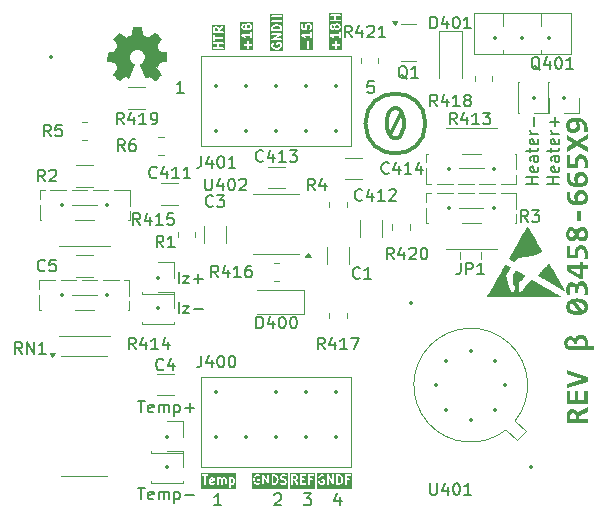
<source format=gbr>
%TF.GenerationSoftware,KiCad,Pcbnew,8.0.6*%
%TF.CreationDate,2024-11-19T20:08:12+01:00*%
%TF.ProjectId,3458A Ref A9 Clone,33343538-4120-4526-9566-20413920436c,rev?*%
%TF.SameCoordinates,Original*%
%TF.FileFunction,Legend,Top*%
%TF.FilePolarity,Positive*%
%FSLAX46Y46*%
G04 Gerber Fmt 4.6, Leading zero omitted, Abs format (unit mm)*
G04 Created by KiCad (PCBNEW 8.0.6) date 2024-11-19 20:08:12*
%MOMM*%
%LPD*%
G01*
G04 APERTURE LIST*
%ADD10C,0.300000*%
%ADD11C,0.203200*%
%ADD12C,0.304800*%
%ADD13C,0.150000*%
%ADD14C,0.120000*%
%ADD15C,0.002540*%
%ADD16C,0.010000*%
%ADD17C,0.350000*%
G04 APERTURE END LIST*
G36*
X154320000Y-132969000D02*
G01*
X156422800Y-132969000D01*
X156422800Y-133273800D01*
X154320000Y-133273800D01*
X154320000Y-132969000D01*
G37*
G36*
X156577200Y-132969000D02*
G01*
X159570000Y-132969000D01*
X159570000Y-133273800D01*
X156577200Y-133273800D01*
X156577200Y-132969000D01*
G37*
G36*
X151117200Y-132969000D02*
G01*
X154140000Y-132969000D01*
X154140000Y-133273800D01*
X151117200Y-133273800D01*
X151117200Y-132969000D01*
G37*
D10*
X165785800Y-102362000D02*
G75*
G02*
X160705800Y-102362000I-2540000J0D01*
G01*
X160705800Y-102362000D02*
G75*
G02*
X165785800Y-102362000I2540000J0D01*
G01*
X163703000Y-101473000D02*
X162788600Y-103301800D01*
X163364847Y-103582052D02*
X163126752Y-103582052D01*
X163126752Y-103582052D02*
X162888656Y-103463004D01*
X162888656Y-103463004D02*
X162769609Y-103343957D01*
X162769609Y-103343957D02*
X162650561Y-103105861D01*
X162650561Y-103105861D02*
X162531514Y-102629671D01*
X162531514Y-102629671D02*
X162531514Y-102034433D01*
X162531514Y-102034433D02*
X162650561Y-101558242D01*
X162650561Y-101558242D02*
X162769609Y-101320147D01*
X162769609Y-101320147D02*
X162888656Y-101201100D01*
X162888656Y-101201100D02*
X163126752Y-101082052D01*
X163126752Y-101082052D02*
X163364847Y-101082052D01*
X163364847Y-101082052D02*
X163602942Y-101201100D01*
X163602942Y-101201100D02*
X163721990Y-101320147D01*
X163721990Y-101320147D02*
X163841037Y-101558242D01*
X163841037Y-101558242D02*
X163960085Y-102034433D01*
X163960085Y-102034433D02*
X163960085Y-102629671D01*
X163960085Y-102629671D02*
X163841037Y-103105861D01*
X163841037Y-103105861D02*
X163721990Y-103343957D01*
X163721990Y-103343957D02*
X163602942Y-103463004D01*
X163602942Y-103463004D02*
X163364847Y-103582052D01*
D11*
X145324286Y-99773453D02*
X144743714Y-99773453D01*
X145034000Y-99773453D02*
X145034000Y-98757453D01*
X145034000Y-98757453D02*
X144937238Y-98902596D01*
X144937238Y-98902596D02*
X144840476Y-98999358D01*
X144840476Y-98999358D02*
X144743714Y-99047739D01*
X161404905Y-98757453D02*
X160921095Y-98757453D01*
X160921095Y-98757453D02*
X160872714Y-99241263D01*
X160872714Y-99241263D02*
X160921095Y-99192882D01*
X160921095Y-99192882D02*
X161017857Y-99144501D01*
X161017857Y-99144501D02*
X161259762Y-99144501D01*
X161259762Y-99144501D02*
X161356524Y-99192882D01*
X161356524Y-99192882D02*
X161404905Y-99241263D01*
X161404905Y-99241263D02*
X161453286Y-99338025D01*
X161453286Y-99338025D02*
X161453286Y-99579930D01*
X161453286Y-99579930D02*
X161404905Y-99676692D01*
X161404905Y-99676692D02*
X161356524Y-99725073D01*
X161356524Y-99725073D02*
X161259762Y-99773453D01*
X161259762Y-99773453D02*
X161017857Y-99773453D01*
X161017857Y-99773453D02*
X160921095Y-99725073D01*
X160921095Y-99725073D02*
X160872714Y-99676692D01*
D12*
G36*
X179519000Y-126786315D02*
G01*
X178936236Y-127038862D01*
X178852089Y-127091196D01*
X178811184Y-127138513D01*
X178773707Y-127232180D01*
X178768685Y-127288967D01*
X178768685Y-127353447D01*
X179519000Y-127353447D01*
X179519000Y-127691479D01*
X177737004Y-127691479D01*
X177737004Y-127204947D01*
X178018371Y-127204947D01*
X178018371Y-127353447D01*
X178518581Y-127353447D01*
X178518581Y-127216183D01*
X178510962Y-127115202D01*
X178502461Y-127074033D01*
X178465153Y-126982301D01*
X178453612Y-126964612D01*
X178378937Y-126897894D01*
X178373012Y-126894759D01*
X178277910Y-126870236D01*
X178262614Y-126869846D01*
X178162610Y-126885928D01*
X178082895Y-126943692D01*
X178075524Y-126953866D01*
X178034501Y-127050637D01*
X178019767Y-127154639D01*
X178018371Y-127204947D01*
X177737004Y-127204947D01*
X177737004Y-127168311D01*
X177739947Y-127069508D01*
X177749874Y-126969227D01*
X177761916Y-126899155D01*
X177790073Y-126800073D01*
X177834352Y-126709269D01*
X177844959Y-126693014D01*
X177912004Y-126617421D01*
X177996878Y-126561612D01*
X178093471Y-126528653D01*
X178191944Y-126516412D01*
X178225001Y-126515694D01*
X178322600Y-126523828D01*
X178398413Y-126544515D01*
X178488744Y-126592440D01*
X178528839Y-126625603D01*
X178591600Y-126702400D01*
X178617255Y-126749679D01*
X178651563Y-126845010D01*
X178664638Y-126906971D01*
X178707066Y-126817979D01*
X178736445Y-126786315D01*
X178814995Y-126727804D01*
X178904113Y-126679826D01*
X178911323Y-126676406D01*
X179519000Y-126389176D01*
X179519000Y-126786315D01*
G37*
G36*
X179519000Y-126078011D02*
G01*
X177737004Y-126078011D01*
X177737004Y-124996992D01*
X178018371Y-124996992D01*
X178018371Y-125734606D01*
X178456055Y-125734606D01*
X178456055Y-125031186D01*
X178737422Y-125031186D01*
X178737422Y-125734606D01*
X179237632Y-125734606D01*
X179237632Y-124996992D01*
X179519000Y-124996992D01*
X179519000Y-126078011D01*
G37*
G36*
X179519000Y-123797271D02*
G01*
X179519000Y-124245213D01*
X177737004Y-124793294D01*
X177737004Y-124409832D01*
X178810207Y-124106483D01*
X179161916Y-124008786D01*
X178789690Y-123907181D01*
X177737004Y-123606273D01*
X177737004Y-123246259D01*
X179519000Y-123797271D01*
G37*
G36*
X179027621Y-120249652D02*
G01*
X179129828Y-120270073D01*
X179181456Y-120287013D01*
X179275970Y-120332574D01*
X179357769Y-120394030D01*
X179378804Y-120414508D01*
X179443172Y-120495839D01*
X179490383Y-120584588D01*
X179505322Y-120622114D01*
X179532708Y-120719521D01*
X179546708Y-120817742D01*
X179550263Y-120904459D01*
X179544583Y-121006079D01*
X179537073Y-121053936D01*
X179508975Y-121151958D01*
X179492621Y-121191689D01*
X180050472Y-121191689D01*
X180050472Y-121526790D01*
X178122419Y-121526790D01*
X178017478Y-121520058D01*
X177916661Y-121497571D01*
X177867918Y-121478918D01*
X177781137Y-121430339D01*
X177703306Y-121364386D01*
X177689621Y-121349469D01*
X177630566Y-121267438D01*
X177588040Y-121173386D01*
X177583619Y-121159937D01*
X177560244Y-121062618D01*
X177549959Y-120960436D01*
X177549624Y-120941584D01*
X177799530Y-120941584D01*
X177815799Y-121038222D01*
X177874234Y-121120501D01*
X177884526Y-121128674D01*
X177977842Y-121173904D01*
X178080768Y-121190704D01*
X178116557Y-121191689D01*
X179229327Y-121191689D01*
X179257660Y-121130628D01*
X179279642Y-121060774D01*
X179294785Y-120988967D01*
X179300158Y-120923510D01*
X179288152Y-120824355D01*
X179274757Y-120784780D01*
X179222378Y-120701167D01*
X179203438Y-120681709D01*
X179121423Y-120627828D01*
X179094505Y-120617229D01*
X178995956Y-120596986D01*
X178953822Y-120595248D01*
X178853594Y-120606351D01*
X178817534Y-120616741D01*
X178729509Y-120664468D01*
X178708602Y-120683175D01*
X178651540Y-120766706D01*
X178637771Y-120801388D01*
X178616562Y-120898497D01*
X178612370Y-120977243D01*
X178612370Y-121056866D01*
X178362265Y-121056866D01*
X178362265Y-120977243D01*
X178348252Y-120879332D01*
X178337353Y-120851703D01*
X178277672Y-120770842D01*
X178269942Y-120764264D01*
X178183686Y-120716730D01*
X178173710Y-120713461D01*
X178076578Y-120697112D01*
X178062335Y-120696853D01*
X177963667Y-120709288D01*
X177872766Y-120757824D01*
X177868406Y-120761821D01*
X177814664Y-120844669D01*
X177799530Y-120941584D01*
X177549624Y-120941584D01*
X177549425Y-120930349D01*
X177555149Y-120825879D01*
X177574116Y-120723831D01*
X177584108Y-120690014D01*
X177623384Y-120597829D01*
X177680186Y-120515351D01*
X177684247Y-120510739D01*
X177760445Y-120442156D01*
X177839586Y-120397899D01*
X177935451Y-120368590D01*
X178035307Y-120358859D01*
X178042307Y-120358820D01*
X178142931Y-120368056D01*
X178185922Y-120378360D01*
X178279620Y-120416004D01*
X178307555Y-120432582D01*
X178383908Y-120497970D01*
X178398413Y-120515624D01*
X178445979Y-120604406D01*
X178451658Y-120622603D01*
X178474136Y-120525821D01*
X178500995Y-120472149D01*
X178563048Y-120392694D01*
X178609439Y-120351982D01*
X178693605Y-120299403D01*
X178757939Y-120272358D01*
X178856769Y-120248294D01*
X178925978Y-120243538D01*
X179027621Y-120249652D01*
G37*
G36*
X178726706Y-117171054D02*
G01*
X178827914Y-117180122D01*
X178934840Y-117197549D01*
X179012928Y-117216392D01*
X179105986Y-117246875D01*
X179199505Y-117289083D01*
X179290363Y-117345650D01*
X179305531Y-117357076D01*
X179380837Y-117425675D01*
X179442866Y-117503856D01*
X179487736Y-117583245D01*
X179523335Y-117679209D01*
X179544157Y-117784409D01*
X179550263Y-117888060D01*
X179544144Y-117987383D01*
X179523513Y-118089415D01*
X179498483Y-118161612D01*
X179451268Y-118250593D01*
X179387292Y-118329956D01*
X179335329Y-118377522D01*
X179251486Y-118434976D01*
X179162643Y-118479093D01*
X179061778Y-118515481D01*
X179051030Y-118518695D01*
X178948115Y-118543253D01*
X178847616Y-118558335D01*
X178738631Y-118567066D01*
X178636306Y-118569497D01*
X178529327Y-118566444D01*
X178428211Y-118557285D01*
X178321462Y-118539683D01*
X178243563Y-118520649D01*
X178150308Y-118489771D01*
X178056751Y-118447487D01*
X177966071Y-118391276D01*
X177950960Y-118379965D01*
X177875435Y-118311528D01*
X177813415Y-118233163D01*
X177768755Y-118153308D01*
X177732879Y-118056404D01*
X177711894Y-117951073D01*
X177706966Y-117868520D01*
X177987108Y-117868520D01*
X178003517Y-117964982D01*
X178025210Y-118011647D01*
X178088866Y-118087400D01*
X178142447Y-118126441D01*
X178231595Y-118170160D01*
X178326030Y-118200000D01*
X178340772Y-118203622D01*
X178444870Y-118221649D01*
X178544287Y-118229725D01*
X178623117Y-118231465D01*
X178681735Y-118231465D01*
X178737422Y-118228534D01*
X178237213Y-117555401D01*
X178144588Y-117599456D01*
X178064961Y-117663112D01*
X178048658Y-117682407D01*
X178000632Y-117774346D01*
X177987108Y-117868520D01*
X177706966Y-117868520D01*
X177705741Y-117848004D01*
X177711859Y-117748959D01*
X177732490Y-117647098D01*
X177757520Y-117574940D01*
X177792516Y-117508995D01*
X178549844Y-117508995D01*
X179018790Y-118177732D01*
X179111180Y-118136126D01*
X179190936Y-118073494D01*
X179207346Y-118054145D01*
X179253508Y-117967927D01*
X179268895Y-117868520D01*
X179252065Y-117772280D01*
X179229816Y-117725394D01*
X179165511Y-117648801D01*
X179112091Y-117609623D01*
X179022576Y-117566148D01*
X178927220Y-117536923D01*
X178912300Y-117533419D01*
X178815832Y-117516750D01*
X178716903Y-117508228D01*
X178628490Y-117506064D01*
X178588923Y-117507529D01*
X178549844Y-117508995D01*
X177792516Y-117508995D01*
X177804667Y-117486097D01*
X177868437Y-117407146D01*
X177920186Y-117360007D01*
X178003530Y-117302553D01*
X178092221Y-117258437D01*
X178193219Y-117222048D01*
X178203996Y-117218834D01*
X178306791Y-117194277D01*
X178407442Y-117179195D01*
X178516825Y-117170463D01*
X178619697Y-117168032D01*
X178726706Y-117171054D01*
G37*
G36*
X178984596Y-115703063D02*
G01*
X179086691Y-115711286D01*
X179187083Y-115738535D01*
X179220535Y-115752889D01*
X179306113Y-115806250D01*
X179379911Y-115879994D01*
X179398832Y-115904808D01*
X179448978Y-115988866D01*
X179486497Y-116079074D01*
X179511184Y-116162240D01*
X179531792Y-116264459D01*
X179543813Y-116365756D01*
X179549652Y-116475863D01*
X179550263Y-116527627D01*
X179547820Y-116625813D01*
X179541713Y-116724731D01*
X179541470Y-116727906D01*
X179532189Y-116827069D01*
X179519000Y-116913531D01*
X179237632Y-116913531D01*
X179250786Y-116815599D01*
X179260102Y-116719114D01*
X179266413Y-116615973D01*
X179268818Y-116516223D01*
X179268895Y-116494410D01*
X179264816Y-116394576D01*
X179250332Y-116298039D01*
X179218816Y-116202309D01*
X179196599Y-116162240D01*
X179125424Y-116091735D01*
X179109648Y-116083105D01*
X179012405Y-116058324D01*
X178992412Y-116057704D01*
X178896279Y-116079368D01*
X178887387Y-116084082D01*
X178815687Y-116150707D01*
X178807276Y-116163705D01*
X178767349Y-116255891D01*
X178755985Y-116300481D01*
X178741501Y-116397399D01*
X178737422Y-116497341D01*
X178737422Y-116696643D01*
X178487318Y-116696643D01*
X178487318Y-116513950D01*
X178481944Y-116415764D01*
X178465824Y-116336141D01*
X178424608Y-116246107D01*
X178407206Y-116223301D01*
X178326921Y-116165999D01*
X178320744Y-116163705D01*
X178223028Y-116145702D01*
X178216208Y-116145631D01*
X178117412Y-116163583D01*
X178045727Y-116217439D01*
X178001763Y-116308297D01*
X177987624Y-116410894D01*
X177987108Y-116438234D01*
X177990865Y-116538340D01*
X178002135Y-116637159D01*
X178004205Y-116650237D01*
X178022702Y-116749392D01*
X178044421Y-116844841D01*
X178049635Y-116865659D01*
X177768267Y-116865659D01*
X177744354Y-116768718D01*
X177739935Y-116747446D01*
X177722891Y-116649138D01*
X177720884Y-116635094D01*
X177710091Y-116535183D01*
X177709160Y-116520788D01*
X177705824Y-116420389D01*
X177705741Y-116401109D01*
X177709550Y-116303345D01*
X177723876Y-116198968D01*
X177737981Y-116140746D01*
X177773758Y-116043710D01*
X177825172Y-115957477D01*
X177828839Y-115952679D01*
X177898566Y-115882328D01*
X177972454Y-115837885D01*
X178067758Y-115807774D01*
X178161009Y-115799295D01*
X178267075Y-115808126D01*
X178365799Y-115837905D01*
X178428211Y-115874033D01*
X178502945Y-115944674D01*
X178558048Y-116027484D01*
X178584038Y-116083594D01*
X178607168Y-115986775D01*
X178630933Y-115927278D01*
X178682304Y-115843790D01*
X178715929Y-115807111D01*
X178794514Y-115749011D01*
X178835120Y-115729930D01*
X178929908Y-115706238D01*
X178984596Y-115703063D01*
G37*
G36*
X179143842Y-114350935D02*
G01*
X179519000Y-114350935D01*
X179519000Y-114677732D01*
X179143842Y-114677732D01*
X179143842Y-115513042D01*
X178870779Y-115513042D01*
X177737004Y-114812554D01*
X177737004Y-114673824D01*
X178055985Y-114673824D01*
X178862475Y-115184780D01*
X178862475Y-114673824D01*
X178055985Y-114673824D01*
X177737004Y-114673824D01*
X177737004Y-114350935D01*
X178862475Y-114350935D01*
X178862475Y-114078848D01*
X179143842Y-114078848D01*
X179143842Y-114350935D01*
G37*
G36*
X178957241Y-112647097D02*
G01*
X179059388Y-112655615D01*
X179159970Y-112684067D01*
X179209788Y-112707669D01*
X179293762Y-112764307D01*
X179366289Y-112836585D01*
X179395901Y-112875220D01*
X179447604Y-112960880D01*
X179489141Y-113057394D01*
X179511184Y-113127767D01*
X179533433Y-113230789D01*
X179545645Y-113329555D01*
X179550224Y-113433186D01*
X179550263Y-113443817D01*
X179547332Y-113534675D01*
X179540981Y-113631884D01*
X179531212Y-113728116D01*
X179519000Y-113814578D01*
X179237632Y-113814578D01*
X179252560Y-113713499D01*
X179260591Y-113634815D01*
X179266819Y-113532111D01*
X179268887Y-113433829D01*
X179268895Y-113427208D01*
X179262906Y-113319059D01*
X179242202Y-113217203D01*
X179202348Y-113127419D01*
X179193180Y-113113601D01*
X179121590Y-113043704D01*
X179022855Y-113008281D01*
X178982154Y-113005645D01*
X178880493Y-113022253D01*
X178797519Y-113077284D01*
X178774547Y-113106273D01*
X178732873Y-113198757D01*
X178712838Y-113302379D01*
X178706426Y-113402656D01*
X178706159Y-113430139D01*
X178706159Y-113781849D01*
X177737004Y-113781849D01*
X177737004Y-112745771D01*
X178049635Y-112745771D01*
X178049635Y-113468241D01*
X178424792Y-113468241D01*
X178424792Y-113339281D01*
X178428226Y-113238050D01*
X178438530Y-113140254D01*
X178449216Y-113076964D01*
X178475026Y-112980277D01*
X178516166Y-112887152D01*
X178534212Y-112856657D01*
X178599986Y-112775485D01*
X178678419Y-112715218D01*
X178697367Y-112704250D01*
X178789744Y-112667245D01*
X178891044Y-112649832D01*
X178957241Y-112647097D01*
G37*
G36*
X179155850Y-111093874D02*
G01*
X179251728Y-111124951D01*
X179269383Y-111133768D01*
X179354746Y-111192631D01*
X179421243Y-111265116D01*
X179425210Y-111270544D01*
X179476959Y-111359173D01*
X179512863Y-111453901D01*
X179519000Y-111475708D01*
X179539241Y-111574026D01*
X179549163Y-111678472D01*
X179550263Y-111728744D01*
X179546511Y-111828418D01*
X179533860Y-111927806D01*
X179518511Y-111995945D01*
X179485252Y-112090567D01*
X179434877Y-112181303D01*
X179427653Y-112191340D01*
X179358478Y-112264148D01*
X179285992Y-112310530D01*
X179191863Y-112342166D01*
X179099879Y-112351074D01*
X178998465Y-112341603D01*
X178937213Y-112324208D01*
X178848646Y-112280530D01*
X178806787Y-112250935D01*
X178735110Y-112183285D01*
X178701763Y-112142980D01*
X178643800Y-112059471D01*
X178615789Y-112013042D01*
X178561248Y-112098184D01*
X178538120Y-112129302D01*
X178468328Y-112203491D01*
X178442377Y-112225045D01*
X178355640Y-112276977D01*
X178323675Y-112290014D01*
X178225360Y-112311612D01*
X178175175Y-112313950D01*
X178075338Y-112303334D01*
X177992970Y-112276336D01*
X177908208Y-112225513D01*
X177843494Y-112163496D01*
X177786341Y-112079110D01*
X177745182Y-111982474D01*
X177742866Y-111975429D01*
X177718829Y-111876900D01*
X177707517Y-111774501D01*
X177705969Y-111717997D01*
X177955845Y-111717997D01*
X177965102Y-111819617D01*
X178001230Y-111912846D01*
X178004205Y-111917299D01*
X178083546Y-111977329D01*
X178149286Y-111987153D01*
X178243563Y-111963705D01*
X178320256Y-111899225D01*
X178378439Y-111816198D01*
X178386201Y-111802505D01*
X178411519Y-111753656D01*
X178748169Y-111753656D01*
X178799586Y-111839334D01*
X178809718Y-111854284D01*
X178874655Y-111930137D01*
X178882014Y-111936839D01*
X178965523Y-111991229D01*
X178968476Y-111992526D01*
X179066708Y-112012962D01*
X179073989Y-112013042D01*
X179171320Y-111992770D01*
X179242517Y-111931954D01*
X179285748Y-111837798D01*
X179299933Y-111733974D01*
X179300158Y-111717509D01*
X179290434Y-111617224D01*
X179287457Y-111603691D01*
X179248609Y-111512419D01*
X179246913Y-111509902D01*
X179176571Y-111445910D01*
X179081374Y-111422555D01*
X179073989Y-111422463D01*
X178977131Y-111445647D01*
X178971407Y-111448841D01*
X178894600Y-111511814D01*
X178887387Y-111520160D01*
X178830238Y-111599921D01*
X178815092Y-111625673D01*
X178768768Y-111712192D01*
X178748169Y-111753656D01*
X178411519Y-111753656D01*
X178431630Y-111714852D01*
X178446773Y-111683803D01*
X178394384Y-111599111D01*
X178388644Y-111590991D01*
X178321233Y-111516252D01*
X178241121Y-111465450D01*
X178143912Y-111445910D01*
X178046291Y-111473388D01*
X178004205Y-111516252D01*
X177966471Y-111607980D01*
X177955893Y-111709814D01*
X177955845Y-111717997D01*
X177705969Y-111717997D01*
X177705741Y-111709693D01*
X177709862Y-111608805D01*
X177723629Y-111509123D01*
X177735050Y-111459588D01*
X177768108Y-111364276D01*
X177819069Y-111274940D01*
X177887265Y-111201748D01*
X177949495Y-111160635D01*
X178044918Y-111128005D01*
X178116557Y-111121556D01*
X178215895Y-111130715D01*
X178269453Y-111145003D01*
X178360497Y-111187289D01*
X178392551Y-111208506D01*
X178466348Y-111273460D01*
X178492203Y-111303273D01*
X178552822Y-111385452D01*
X178574757Y-111419532D01*
X178626208Y-111333790D01*
X178655845Y-111291060D01*
X178720079Y-111217440D01*
X178758427Y-111184082D01*
X178845072Y-111129950D01*
X178889341Y-111111298D01*
X178988145Y-111088209D01*
X179054938Y-111084431D01*
X179155850Y-111093874D01*
G37*
G36*
X178925001Y-110607181D02*
G01*
X178612370Y-110607181D01*
X178612370Y-109752819D01*
X178925001Y-109752819D01*
X178925001Y-110607181D01*
G37*
G36*
X179045993Y-107981669D02*
G01*
X179145192Y-108004844D01*
X179195133Y-108024068D01*
X179286175Y-108074531D01*
X179365249Y-108139580D01*
X179385643Y-108160844D01*
X179447967Y-108243711D01*
X179493448Y-108332045D01*
X179507764Y-108368939D01*
X179535280Y-108470922D01*
X179548229Y-108572073D01*
X179550263Y-108634187D01*
X179543359Y-108746935D01*
X179522648Y-108849243D01*
X179488129Y-108941108D01*
X179430407Y-109035089D01*
X179353891Y-109114857D01*
X179272971Y-109171300D01*
X179177487Y-109216065D01*
X179067440Y-109249152D01*
X178964610Y-109267804D01*
X178851667Y-109278347D01*
X178754031Y-109280942D01*
X178654619Y-109278864D01*
X178549987Y-109271857D01*
X178474129Y-109263356D01*
X178377065Y-109246435D01*
X178278579Y-109220507D01*
X178228420Y-109203273D01*
X178134133Y-109161091D01*
X178047887Y-109108064D01*
X178024722Y-109090921D01*
X177950123Y-109022306D01*
X177886183Y-108940414D01*
X177869872Y-108914578D01*
X177823032Y-108822163D01*
X177788239Y-108725695D01*
X177771686Y-108664473D01*
X177751940Y-108559583D01*
X177741102Y-108454711D01*
X177737139Y-108352577D01*
X177737004Y-108328883D01*
X177737004Y-108124208D01*
X178018371Y-108124208D01*
X178018371Y-108363077D01*
X178022424Y-108467720D01*
X178035962Y-108565889D01*
X178047192Y-108612205D01*
X178084983Y-108708126D01*
X178130235Y-108775359D01*
X178206751Y-108841915D01*
X178261637Y-108870125D01*
X178359594Y-108898736D01*
X178451170Y-108911158D01*
X178487318Y-108914089D01*
X178443758Y-108822337D01*
X178419907Y-108751423D01*
X178399324Y-108651886D01*
X178396730Y-108610739D01*
X178674896Y-108610739D01*
X178683200Y-108698178D01*
X178704694Y-108781709D01*
X178734491Y-108858890D01*
X178768685Y-108923859D01*
X178873515Y-108920715D01*
X178976841Y-108909273D01*
X179001205Y-108904808D01*
X179096843Y-108876644D01*
X179156055Y-108846190D01*
X179227038Y-108776855D01*
X179242517Y-108748981D01*
X179267246Y-108650612D01*
X179268895Y-108613182D01*
X179254383Y-108514405D01*
X179246913Y-108493991D01*
X179191826Y-108409839D01*
X179184387Y-108402645D01*
X179101359Y-108349430D01*
X179087667Y-108344026D01*
X178988641Y-108324231D01*
X178963591Y-108323510D01*
X178863733Y-108335334D01*
X178846843Y-108340118D01*
X178760748Y-108387087D01*
X178755985Y-108391409D01*
X178699141Y-108474099D01*
X178696390Y-108480802D01*
X178675925Y-108578643D01*
X178674896Y-108610739D01*
X178396730Y-108610739D01*
X178393528Y-108559937D01*
X178398887Y-108455775D01*
X178416784Y-108354251D01*
X178431630Y-108304459D01*
X178474406Y-108209469D01*
X178532209Y-108130579D01*
X178541051Y-108121277D01*
X178620552Y-108056919D01*
X178709059Y-108013664D01*
X178715441Y-108011368D01*
X178810008Y-107986323D01*
X178907198Y-107975626D01*
X178946983Y-107974731D01*
X179045993Y-107981669D01*
G37*
G36*
X179045993Y-106443916D02*
G01*
X179145192Y-106467091D01*
X179195133Y-106486315D01*
X179286175Y-106536778D01*
X179365249Y-106601827D01*
X179385643Y-106623091D01*
X179447967Y-106705958D01*
X179493448Y-106794292D01*
X179507764Y-106831186D01*
X179535280Y-106933169D01*
X179548229Y-107034320D01*
X179550263Y-107096434D01*
X179543359Y-107209182D01*
X179522648Y-107311490D01*
X179488129Y-107403356D01*
X179430407Y-107497336D01*
X179353891Y-107577104D01*
X179272971Y-107633547D01*
X179177487Y-107678312D01*
X179067440Y-107711399D01*
X178964610Y-107730051D01*
X178851667Y-107740594D01*
X178754031Y-107743189D01*
X178654619Y-107741111D01*
X178549987Y-107734104D01*
X178474129Y-107725603D01*
X178377065Y-107708682D01*
X178278579Y-107682754D01*
X178228420Y-107665520D01*
X178134133Y-107623338D01*
X178047887Y-107570311D01*
X178024722Y-107553168D01*
X177950123Y-107484553D01*
X177886183Y-107402661D01*
X177869872Y-107376825D01*
X177823032Y-107284410D01*
X177788239Y-107187942D01*
X177771686Y-107126720D01*
X177751940Y-107021830D01*
X177741102Y-106916958D01*
X177737139Y-106814824D01*
X177737004Y-106791130D01*
X177737004Y-106586455D01*
X178018371Y-106586455D01*
X178018371Y-106825324D01*
X178022424Y-106929967D01*
X178035962Y-107028136D01*
X178047192Y-107074452D01*
X178084983Y-107170373D01*
X178130235Y-107237606D01*
X178206751Y-107304162D01*
X178261637Y-107332372D01*
X178359594Y-107360983D01*
X178451170Y-107373405D01*
X178487318Y-107376336D01*
X178443758Y-107284584D01*
X178419907Y-107213670D01*
X178399324Y-107114133D01*
X178396730Y-107072987D01*
X178674896Y-107072987D01*
X178683200Y-107160425D01*
X178704694Y-107243957D01*
X178734491Y-107321137D01*
X178768685Y-107386106D01*
X178873515Y-107382962D01*
X178976841Y-107371520D01*
X179001205Y-107367055D01*
X179096843Y-107338891D01*
X179156055Y-107308437D01*
X179227038Y-107239102D01*
X179242517Y-107211228D01*
X179267246Y-107112859D01*
X179268895Y-107075429D01*
X179254383Y-106976652D01*
X179246913Y-106956238D01*
X179191826Y-106872086D01*
X179184387Y-106864892D01*
X179101359Y-106811677D01*
X179087667Y-106806273D01*
X178988641Y-106786478D01*
X178963591Y-106785757D01*
X178863733Y-106797581D01*
X178846843Y-106802365D01*
X178760748Y-106849334D01*
X178755985Y-106853656D01*
X178699141Y-106936346D01*
X178696390Y-106943049D01*
X178675925Y-107040890D01*
X178674896Y-107072987D01*
X178396730Y-107072987D01*
X178393528Y-107022184D01*
X178398887Y-106918022D01*
X178416784Y-106816498D01*
X178431630Y-106766706D01*
X178474406Y-106671716D01*
X178532209Y-106592826D01*
X178541051Y-106583524D01*
X178620552Y-106519166D01*
X178709059Y-106475911D01*
X178715441Y-106473615D01*
X178810008Y-106448570D01*
X178907198Y-106437873D01*
X178946983Y-106436978D01*
X179045993Y-106443916D01*
G37*
G36*
X178957241Y-104958332D02*
G01*
X179059388Y-104966850D01*
X179159970Y-104995302D01*
X179209788Y-105018904D01*
X179293762Y-105075542D01*
X179366289Y-105147821D01*
X179395901Y-105186455D01*
X179447604Y-105272115D01*
X179489141Y-105368629D01*
X179511184Y-105439002D01*
X179533433Y-105542024D01*
X179545645Y-105640790D01*
X179550224Y-105744421D01*
X179550263Y-105755052D01*
X179547332Y-105845910D01*
X179540981Y-105943119D01*
X179531212Y-106039351D01*
X179519000Y-106125813D01*
X179237632Y-106125813D01*
X179252560Y-106024734D01*
X179260591Y-105946050D01*
X179266819Y-105843346D01*
X179268887Y-105745064D01*
X179268895Y-105738444D01*
X179262906Y-105630295D01*
X179242202Y-105528438D01*
X179202348Y-105438655D01*
X179193180Y-105424836D01*
X179121590Y-105354939D01*
X179022855Y-105319516D01*
X178982154Y-105316880D01*
X178880493Y-105333488D01*
X178797519Y-105388519D01*
X178774547Y-105417509D01*
X178732873Y-105509993D01*
X178712838Y-105613615D01*
X178706426Y-105713891D01*
X178706159Y-105741375D01*
X178706159Y-106093084D01*
X177737004Y-106093084D01*
X177737004Y-105057006D01*
X178049635Y-105057006D01*
X178049635Y-105779476D01*
X178424792Y-105779476D01*
X178424792Y-105650516D01*
X178428226Y-105549285D01*
X178438530Y-105451489D01*
X178449216Y-105388199D01*
X178475026Y-105291512D01*
X178516166Y-105198387D01*
X178534212Y-105167892D01*
X178599986Y-105086720D01*
X178678419Y-105026453D01*
X178697367Y-105015485D01*
X178789744Y-104978481D01*
X178891044Y-104961067D01*
X178957241Y-104958332D01*
G37*
G36*
X179519000Y-103696573D02*
G01*
X178862963Y-104042910D01*
X179519000Y-104383384D01*
X179519000Y-104791270D01*
X178604066Y-104241235D01*
X177737004Y-104757076D01*
X177737004Y-104359937D01*
X178321233Y-104034606D01*
X177737004Y-103720021D01*
X177737004Y-103322882D01*
X178595273Y-103833349D01*
X179519000Y-103266706D01*
X179519000Y-103696573D01*
G37*
G36*
X178623178Y-101863073D02*
G01*
X178729524Y-101870908D01*
X178827369Y-101884385D01*
X178887876Y-101896504D01*
X178989917Y-101924541D01*
X179081106Y-101959619D01*
X179154589Y-101997620D01*
X179237838Y-102054680D01*
X179313065Y-102125686D01*
X179336306Y-102153447D01*
X179392579Y-102236688D01*
X179437445Y-102327409D01*
X179448169Y-102354703D01*
X179479117Y-102454293D01*
X179498981Y-102552128D01*
X179504345Y-102591130D01*
X179513833Y-102694583D01*
X179518298Y-102792654D01*
X179519000Y-102851005D01*
X179519000Y-103058611D01*
X179237632Y-103058611D01*
X179237632Y-102813880D01*
X179234457Y-102709682D01*
X179223752Y-102610363D01*
X179210765Y-102545701D01*
X179177182Y-102448126D01*
X179131142Y-102371312D01*
X179059946Y-102304068D01*
X179000716Y-102272149D01*
X178906920Y-102243960D01*
X178806299Y-102229162D01*
X178768685Y-102226231D01*
X178812246Y-102319896D01*
X178836096Y-102392317D01*
X178856679Y-102491862D01*
X178862475Y-102580384D01*
X178857476Y-102682565D01*
X178840914Y-102784132D01*
X178832189Y-102818276D01*
X178795853Y-102912128D01*
X178739585Y-102998041D01*
X178735468Y-103002924D01*
X178659265Y-103071800D01*
X178570078Y-103120401D01*
X178563521Y-103123091D01*
X178462542Y-103152143D01*
X178362891Y-103164095D01*
X178308532Y-103165589D01*
X178210186Y-103158720D01*
X178111552Y-103135775D01*
X178061847Y-103116741D01*
X177970658Y-103066705D01*
X177891999Y-103002084D01*
X177871826Y-102980942D01*
X177809408Y-102898168D01*
X177763672Y-102810089D01*
X177749216Y-102773335D01*
X177721067Y-102671991D01*
X177707821Y-102571859D01*
X177706304Y-102527139D01*
X177987108Y-102527139D01*
X178001620Y-102626238D01*
X178009090Y-102646818D01*
X178064177Y-102730887D01*
X178071616Y-102738164D01*
X178154056Y-102790898D01*
X178167848Y-102796294D01*
X178267047Y-102816089D01*
X178292412Y-102816811D01*
X178391742Y-102806026D01*
X178486153Y-102762212D01*
X178510277Y-102740118D01*
X178561117Y-102654881D01*
X178580484Y-102552086D01*
X178581107Y-102527139D01*
X178574268Y-102448004D01*
X178555217Y-102364473D01*
X178526885Y-102284850D01*
X178492691Y-102217927D01*
X178390590Y-102221013D01*
X178287642Y-102232095D01*
X178275803Y-102234047D01*
X178179719Y-102258279D01*
X178118023Y-102286315D01*
X178041483Y-102350138D01*
X178020325Y-102381570D01*
X177990352Y-102475771D01*
X177987108Y-102527139D01*
X177706304Y-102527139D01*
X177705741Y-102510530D01*
X177711305Y-102408406D01*
X177729891Y-102304593D01*
X177745308Y-102251633D01*
X177786566Y-102160428D01*
X177846045Y-102079703D01*
X177879642Y-102045980D01*
X177959509Y-101985828D01*
X178048169Y-101940223D01*
X178131700Y-101909693D01*
X178237144Y-101883933D01*
X178344770Y-101868906D01*
X178450557Y-101862037D01*
X178521512Y-101860844D01*
X178623178Y-101863073D01*
G37*
D13*
G36*
X149472828Y-132466767D02*
G01*
X149491331Y-132485269D01*
X149513684Y-132529975D01*
X149513684Y-132708852D01*
X149491331Y-132753558D01*
X149472828Y-132772061D01*
X149428122Y-132794414D01*
X149320675Y-132794414D01*
X149306541Y-132787347D01*
X149306541Y-132451480D01*
X149320675Y-132444414D01*
X149428122Y-132444414D01*
X149472828Y-132466767D01*
G37*
G36*
X147818496Y-132461029D02*
G01*
X147831584Y-132487205D01*
X147627970Y-132527928D01*
X147627970Y-132494261D01*
X147644585Y-132461029D01*
X147677818Y-132444414D01*
X147785265Y-132444414D01*
X147818496Y-132461029D01*
G37*
G36*
X149747017Y-133276306D02*
G01*
X146753220Y-133276306D01*
X146753220Y-132104782D01*
X146836553Y-132104782D01*
X146836553Y-132134046D01*
X146847752Y-132161082D01*
X146868444Y-132181774D01*
X146895480Y-132192973D01*
X146910112Y-132194414D01*
X147049398Y-132194414D01*
X147049398Y-132869414D01*
X147050839Y-132884046D01*
X147062038Y-132911082D01*
X147082730Y-132931774D01*
X147109766Y-132942973D01*
X147139030Y-132942973D01*
X147166066Y-132931774D01*
X147186758Y-132911082D01*
X147197957Y-132884046D01*
X147199398Y-132869414D01*
X147199398Y-132476557D01*
X147477970Y-132476557D01*
X147477970Y-132762271D01*
X147479411Y-132776903D01*
X147480442Y-132779392D01*
X147480633Y-132782080D01*
X147485888Y-132795812D01*
X147521602Y-132867241D01*
X147523142Y-132869688D01*
X147523527Y-132870842D01*
X147524772Y-132872278D01*
X147529434Y-132879684D01*
X147536538Y-132885845D01*
X147542700Y-132892950D01*
X147550105Y-132897611D01*
X147551542Y-132898857D01*
X147552695Y-132899241D01*
X147555143Y-132900782D01*
X147626573Y-132936496D01*
X147640304Y-132941751D01*
X147642991Y-132941941D01*
X147645481Y-132942973D01*
X147660113Y-132944414D01*
X147802970Y-132944414D01*
X147817602Y-132942973D01*
X147820091Y-132941941D01*
X147822779Y-132941751D01*
X147836511Y-132936496D01*
X147907939Y-132900782D01*
X147920382Y-132892950D01*
X147939555Y-132870842D01*
X147948809Y-132843081D01*
X147946735Y-132813891D01*
X147933648Y-132787716D01*
X147911540Y-132768543D01*
X147883779Y-132759289D01*
X147854589Y-132761363D01*
X147840857Y-132766618D01*
X147785265Y-132794414D01*
X147677818Y-132794414D01*
X147644585Y-132777798D01*
X147627970Y-132744566D01*
X147627970Y-132680899D01*
X147924822Y-132621529D01*
X147938887Y-132617246D01*
X147944992Y-132613156D01*
X147951781Y-132610345D01*
X147957031Y-132605094D01*
X147963202Y-132600962D01*
X147967278Y-132594848D01*
X147972473Y-132589653D01*
X147975314Y-132582793D01*
X147979434Y-132576614D01*
X147980860Y-132569405D01*
X147983672Y-132562617D01*
X147985113Y-132547985D01*
X147985113Y-132476557D01*
X147983672Y-132461925D01*
X147982641Y-132459436D01*
X147982450Y-132456747D01*
X147977195Y-132443015D01*
X147941480Y-132371587D01*
X147940112Y-132369414D01*
X148156541Y-132369414D01*
X148156541Y-132869414D01*
X148157982Y-132884046D01*
X148169181Y-132911082D01*
X148189873Y-132931774D01*
X148216909Y-132942973D01*
X148246173Y-132942973D01*
X148273209Y-132931774D01*
X148293901Y-132911082D01*
X148305100Y-132884046D01*
X148306541Y-132869414D01*
X148306541Y-132471908D01*
X148311681Y-132466767D01*
X148356389Y-132444414D01*
X148428122Y-132444414D01*
X148461353Y-132461029D01*
X148477970Y-132494262D01*
X148477970Y-132869414D01*
X148479411Y-132884046D01*
X148490610Y-132911082D01*
X148511302Y-132931774D01*
X148538338Y-132942973D01*
X148567602Y-132942973D01*
X148594638Y-132931774D01*
X148615330Y-132911082D01*
X148626529Y-132884046D01*
X148627970Y-132869414D01*
X148627970Y-132494261D01*
X148644585Y-132461029D01*
X148677817Y-132444414D01*
X148749550Y-132444414D01*
X148782782Y-132461029D01*
X148799398Y-132494261D01*
X148799398Y-132869414D01*
X148800839Y-132884046D01*
X148812038Y-132911082D01*
X148832730Y-132931774D01*
X148859766Y-132942973D01*
X148889030Y-132942973D01*
X148916066Y-132931774D01*
X148936758Y-132911082D01*
X148947957Y-132884046D01*
X148949398Y-132869414D01*
X148949398Y-132476557D01*
X148947957Y-132461925D01*
X148946925Y-132459435D01*
X148946735Y-132456748D01*
X148941480Y-132443017D01*
X148905766Y-132371587D01*
X148904398Y-132369414D01*
X149156541Y-132369414D01*
X149156541Y-133119414D01*
X149157982Y-133134046D01*
X149169181Y-133161082D01*
X149189873Y-133181774D01*
X149216909Y-133192973D01*
X149246173Y-133192973D01*
X149273209Y-133181774D01*
X149293901Y-133161082D01*
X149305100Y-133134046D01*
X149306541Y-133119414D01*
X149306541Y-132944414D01*
X149445827Y-132944414D01*
X149460459Y-132942973D01*
X149462948Y-132941941D01*
X149465636Y-132941751D01*
X149479368Y-132936496D01*
X149550796Y-132900782D01*
X149557095Y-132896817D01*
X149558923Y-132896060D01*
X149560979Y-132894371D01*
X149563239Y-132892950D01*
X149564538Y-132891451D01*
X149570288Y-132886733D01*
X149606003Y-132851018D01*
X149610721Y-132845268D01*
X149612220Y-132843969D01*
X149613641Y-132841710D01*
X149615331Y-132839652D01*
X149616088Y-132837822D01*
X149620052Y-132831526D01*
X149655766Y-132760098D01*
X149661021Y-132746366D01*
X149661211Y-132743678D01*
X149662243Y-132741189D01*
X149663684Y-132726557D01*
X149663684Y-132512271D01*
X149662243Y-132497639D01*
X149661211Y-132495149D01*
X149661021Y-132492462D01*
X149655766Y-132478731D01*
X149620052Y-132407301D01*
X149616088Y-132401003D01*
X149615330Y-132399173D01*
X149613639Y-132397113D01*
X149612220Y-132394858D01*
X149610722Y-132393559D01*
X149606002Y-132387808D01*
X149570287Y-132352094D01*
X149564538Y-132347376D01*
X149563239Y-132345878D01*
X149560980Y-132344456D01*
X149558922Y-132342767D01*
X149557092Y-132342009D01*
X149550796Y-132338046D01*
X149479368Y-132302332D01*
X149465636Y-132297077D01*
X149462948Y-132296886D01*
X149460459Y-132295855D01*
X149445827Y-132294414D01*
X149302970Y-132294414D01*
X149288338Y-132295855D01*
X149285848Y-132296886D01*
X149283161Y-132297077D01*
X149269430Y-132302332D01*
X149265977Y-132304058D01*
X149246173Y-132295855D01*
X149216909Y-132295855D01*
X149189873Y-132307054D01*
X149169181Y-132327746D01*
X149157982Y-132354782D01*
X149156541Y-132369414D01*
X148904398Y-132369414D01*
X148904225Y-132369139D01*
X148903841Y-132367986D01*
X148902595Y-132366549D01*
X148897934Y-132359144D01*
X148890829Y-132352982D01*
X148884668Y-132345878D01*
X148877262Y-132341216D01*
X148875826Y-132339971D01*
X148874672Y-132339586D01*
X148872225Y-132338046D01*
X148800796Y-132302332D01*
X148787064Y-132297077D01*
X148784376Y-132296886D01*
X148781887Y-132295855D01*
X148767255Y-132294414D01*
X148660112Y-132294414D01*
X148645480Y-132295855D01*
X148642990Y-132296886D01*
X148640303Y-132297077D01*
X148626571Y-132302332D01*
X148555143Y-132338046D01*
X148552969Y-132339414D01*
X148550796Y-132338046D01*
X148479368Y-132302332D01*
X148465636Y-132297077D01*
X148462948Y-132296886D01*
X148460459Y-132295855D01*
X148445827Y-132294414D01*
X148338684Y-132294414D01*
X148324052Y-132295855D01*
X148321562Y-132296886D01*
X148318875Y-132297077D01*
X148305144Y-132302332D01*
X148280705Y-132314550D01*
X148273209Y-132307054D01*
X148246173Y-132295855D01*
X148216909Y-132295855D01*
X148189873Y-132307054D01*
X148169181Y-132327746D01*
X148157982Y-132354782D01*
X148156541Y-132369414D01*
X147940112Y-132369414D01*
X147939939Y-132369140D01*
X147939555Y-132367986D01*
X147938307Y-132366547D01*
X147933647Y-132359144D01*
X147926545Y-132352984D01*
X147920382Y-132345878D01*
X147912976Y-132341216D01*
X147911540Y-132339971D01*
X147910386Y-132339586D01*
X147907939Y-132338046D01*
X147836511Y-132302332D01*
X147822779Y-132297077D01*
X147820091Y-132296886D01*
X147817602Y-132295855D01*
X147802970Y-132294414D01*
X147660113Y-132294414D01*
X147645481Y-132295855D01*
X147642991Y-132296886D01*
X147640304Y-132297077D01*
X147626573Y-132302332D01*
X147555143Y-132338046D01*
X147552695Y-132339586D01*
X147551542Y-132339971D01*
X147550105Y-132341216D01*
X147542700Y-132345878D01*
X147536538Y-132352982D01*
X147529434Y-132359144D01*
X147524772Y-132366549D01*
X147523527Y-132367986D01*
X147523142Y-132369139D01*
X147521602Y-132371587D01*
X147485888Y-132443016D01*
X147480633Y-132456748D01*
X147480442Y-132459435D01*
X147479411Y-132461925D01*
X147477970Y-132476557D01*
X147199398Y-132476557D01*
X147199398Y-132194414D01*
X147338684Y-132194414D01*
X147353316Y-132192973D01*
X147380352Y-132181774D01*
X147401044Y-132161082D01*
X147412243Y-132134046D01*
X147412243Y-132104782D01*
X147401044Y-132077746D01*
X147380352Y-132057054D01*
X147353316Y-132045855D01*
X147338684Y-132044414D01*
X146910112Y-132044414D01*
X146895480Y-132045855D01*
X146868444Y-132057054D01*
X146847752Y-132077746D01*
X146836553Y-132104782D01*
X146753220Y-132104782D01*
X146753220Y-131961081D01*
X149747017Y-131961081D01*
X149747017Y-133276306D01*
G37*
D11*
X148499286Y-134698453D02*
X147918714Y-134698453D01*
X148209000Y-134698453D02*
X148209000Y-133682453D01*
X148209000Y-133682453D02*
X148112238Y-133827596D01*
X148112238Y-133827596D02*
X148015476Y-133924358D01*
X148015476Y-133924358D02*
X147918714Y-133972739D01*
X152998714Y-133779215D02*
X153047095Y-133730834D01*
X153047095Y-133730834D02*
X153143857Y-133682453D01*
X153143857Y-133682453D02*
X153385762Y-133682453D01*
X153385762Y-133682453D02*
X153482524Y-133730834D01*
X153482524Y-133730834D02*
X153530905Y-133779215D01*
X153530905Y-133779215D02*
X153579286Y-133875977D01*
X153579286Y-133875977D02*
X153579286Y-133972739D01*
X153579286Y-133972739D02*
X153530905Y-134117882D01*
X153530905Y-134117882D02*
X152950333Y-134698453D01*
X152950333Y-134698453D02*
X153579286Y-134698453D01*
D13*
G36*
X157978985Y-94050382D02*
G01*
X157997488Y-94068885D01*
X158019842Y-94113592D01*
X158019842Y-94221039D01*
X157997488Y-94265746D01*
X157978986Y-94284248D01*
X157934280Y-94306601D01*
X157933976Y-94306601D01*
X157889268Y-94284247D01*
X157870766Y-94265745D01*
X157848414Y-94221039D01*
X157848414Y-94113592D01*
X157870767Y-94068885D01*
X157889269Y-94050382D01*
X157933976Y-94028030D01*
X157934280Y-94028030D01*
X157978985Y-94050382D01*
G37*
G36*
X158407558Y-94050383D02*
G01*
X158426061Y-94068886D01*
X158448414Y-94113592D01*
X158448414Y-94221039D01*
X158426061Y-94265745D01*
X158407558Y-94284247D01*
X158362852Y-94306601D01*
X158255405Y-94306601D01*
X158210697Y-94284247D01*
X158192196Y-94265746D01*
X158169842Y-94221038D01*
X158169842Y-94113593D01*
X158192195Y-94068886D01*
X158210698Y-94050382D01*
X158255405Y-94028030D01*
X158362852Y-94028030D01*
X158407558Y-94050383D01*
G37*
G36*
X158681747Y-96145636D02*
G01*
X157615081Y-96145636D01*
X157615081Y-95688398D01*
X157878426Y-95688398D01*
X157878426Y-95717662D01*
X157889625Y-95744698D01*
X157910317Y-95765390D01*
X157937353Y-95776589D01*
X157951985Y-95778030D01*
X158162700Y-95778030D01*
X158162700Y-95988744D01*
X158164141Y-96003376D01*
X158175340Y-96030412D01*
X158196032Y-96051104D01*
X158223068Y-96062303D01*
X158252332Y-96062303D01*
X158279368Y-96051104D01*
X158300060Y-96030412D01*
X158311259Y-96003376D01*
X158312700Y-95988744D01*
X158312700Y-95778030D01*
X158523414Y-95778030D01*
X158538046Y-95776589D01*
X158565082Y-95765390D01*
X158585774Y-95744698D01*
X158596973Y-95717662D01*
X158596973Y-95688398D01*
X158585774Y-95661362D01*
X158565082Y-95640670D01*
X158538046Y-95629471D01*
X158523414Y-95628030D01*
X158312700Y-95628030D01*
X158312700Y-95417316D01*
X158311259Y-95402684D01*
X158300060Y-95375648D01*
X158279368Y-95354956D01*
X158252332Y-95343757D01*
X158223068Y-95343757D01*
X158196032Y-95354956D01*
X158175340Y-95375648D01*
X158164141Y-95402684D01*
X158162700Y-95417316D01*
X158162700Y-95628030D01*
X157951985Y-95628030D01*
X157937353Y-95629471D01*
X157910317Y-95640670D01*
X157889625Y-95661362D01*
X157878426Y-95688398D01*
X157615081Y-95688398D01*
X157615081Y-94881681D01*
X157698414Y-94881681D01*
X157699855Y-94888886D01*
X157699855Y-94896234D01*
X157702696Y-94903094D01*
X157704153Y-94910376D01*
X157708242Y-94916482D01*
X157711054Y-94923270D01*
X157716302Y-94928518D01*
X157720436Y-94934691D01*
X157731690Y-94943906D01*
X157731746Y-94943962D01*
X157731770Y-94943972D01*
X157731812Y-94944006D01*
X157832776Y-95011315D01*
X157890345Y-95068885D01*
X157920618Y-95129428D01*
X157928451Y-95141871D01*
X157950559Y-95161044D01*
X157978320Y-95170298D01*
X158007510Y-95168223D01*
X158033684Y-95155136D01*
X158052857Y-95133028D01*
X158062111Y-95105267D01*
X158060036Y-95076077D01*
X158054781Y-95062345D01*
X158019067Y-94990917D01*
X158015103Y-94984620D01*
X158014346Y-94982792D01*
X158012655Y-94980732D01*
X158011234Y-94978474D01*
X158009736Y-94977175D01*
X158005018Y-94971426D01*
X157990194Y-94956602D01*
X158448414Y-94956602D01*
X158448414Y-95095887D01*
X158449855Y-95110519D01*
X158461054Y-95137555D01*
X158481746Y-95158247D01*
X158508782Y-95169446D01*
X158538046Y-95169446D01*
X158565082Y-95158247D01*
X158585774Y-95137555D01*
X158596973Y-95110519D01*
X158598414Y-95095887D01*
X158598414Y-94667316D01*
X158596973Y-94652684D01*
X158585774Y-94625648D01*
X158565082Y-94604956D01*
X158538046Y-94593757D01*
X158508782Y-94593757D01*
X158481746Y-94604956D01*
X158461054Y-94625648D01*
X158449855Y-94652684D01*
X158448414Y-94667316D01*
X158448414Y-94806602D01*
X157773414Y-94806602D01*
X157773361Y-94806607D01*
X157773335Y-94806602D01*
X157773258Y-94806617D01*
X157758782Y-94808043D01*
X157751921Y-94810884D01*
X157744640Y-94812341D01*
X157738533Y-94816430D01*
X157731746Y-94819242D01*
X157726497Y-94824490D01*
X157720325Y-94828624D01*
X157716248Y-94834739D01*
X157711054Y-94839934D01*
X157708212Y-94846794D01*
X157704093Y-94852974D01*
X157702667Y-94860180D01*
X157699855Y-94866970D01*
X157699855Y-94874396D01*
X157698414Y-94881681D01*
X157615081Y-94881681D01*
X157615081Y-94095887D01*
X157698414Y-94095887D01*
X157698414Y-94238744D01*
X157699855Y-94253376D01*
X157700886Y-94255865D01*
X157701077Y-94258553D01*
X157706332Y-94272285D01*
X157742046Y-94343714D01*
X157746010Y-94350013D01*
X157746768Y-94351841D01*
X157748456Y-94353897D01*
X157749878Y-94356157D01*
X157751376Y-94357456D01*
X157756095Y-94363206D01*
X157791809Y-94398920D01*
X157797558Y-94403638D01*
X157798858Y-94405137D01*
X157801117Y-94406558D01*
X157803174Y-94408247D01*
X157805001Y-94409004D01*
X157811301Y-94412969D01*
X157882731Y-94448683D01*
X157896462Y-94453938D01*
X157899149Y-94454128D01*
X157901639Y-94455160D01*
X157916271Y-94456601D01*
X157951985Y-94456601D01*
X157966617Y-94455160D01*
X157969106Y-94454128D01*
X157971794Y-94453938D01*
X157985526Y-94448683D01*
X158056955Y-94412969D01*
X158063254Y-94409004D01*
X158065082Y-94408247D01*
X158067138Y-94406558D01*
X158069398Y-94405137D01*
X158070697Y-94403638D01*
X158076447Y-94398920D01*
X158094842Y-94380524D01*
X158113238Y-94398920D01*
X158118987Y-94403638D01*
X158120287Y-94405137D01*
X158122546Y-94406558D01*
X158124603Y-94408247D01*
X158126430Y-94409004D01*
X158132730Y-94412969D01*
X158204160Y-94448683D01*
X158217891Y-94453938D01*
X158220578Y-94454128D01*
X158223068Y-94455160D01*
X158237700Y-94456601D01*
X158380557Y-94456601D01*
X158395189Y-94455160D01*
X158397678Y-94454128D01*
X158400366Y-94453938D01*
X158414098Y-94448683D01*
X158485526Y-94412969D01*
X158491822Y-94409005D01*
X158493652Y-94408248D01*
X158495710Y-94406558D01*
X158497969Y-94405137D01*
X158499268Y-94403638D01*
X158505017Y-94398921D01*
X158540732Y-94363207D01*
X158545452Y-94357455D01*
X158546950Y-94356157D01*
X158548369Y-94353901D01*
X158550060Y-94351842D01*
X158550818Y-94350011D01*
X158554782Y-94343714D01*
X158590496Y-94272284D01*
X158595751Y-94258553D01*
X158595941Y-94255865D01*
X158596973Y-94253376D01*
X158598414Y-94238744D01*
X158598414Y-94095887D01*
X158596973Y-94081255D01*
X158595941Y-94078765D01*
X158595751Y-94076078D01*
X158590496Y-94062346D01*
X158554782Y-93990918D01*
X158550818Y-93984621D01*
X158550061Y-93982792D01*
X158548371Y-93980733D01*
X158546950Y-93978475D01*
X158545451Y-93977175D01*
X158540733Y-93971426D01*
X158505018Y-93935711D01*
X158499268Y-93930992D01*
X158497969Y-93929494D01*
X158495709Y-93928072D01*
X158493653Y-93926384D01*
X158491825Y-93925626D01*
X158485526Y-93921662D01*
X158414098Y-93885948D01*
X158400366Y-93880693D01*
X158397678Y-93880502D01*
X158395189Y-93879471D01*
X158380557Y-93878030D01*
X158237700Y-93878030D01*
X158223068Y-93879471D01*
X158220578Y-93880502D01*
X158217891Y-93880693D01*
X158204160Y-93885948D01*
X158132730Y-93921662D01*
X158126432Y-93925625D01*
X158124602Y-93926384D01*
X158122542Y-93928074D01*
X158120287Y-93929494D01*
X158118988Y-93930991D01*
X158113237Y-93935712D01*
X158094842Y-93954107D01*
X158076448Y-93935712D01*
X158070696Y-93930991D01*
X158069398Y-93929494D01*
X158067142Y-93928074D01*
X158065083Y-93926384D01*
X158063252Y-93925625D01*
X158056955Y-93921662D01*
X157985526Y-93885948D01*
X157971794Y-93880693D01*
X157969106Y-93880502D01*
X157966617Y-93879471D01*
X157951985Y-93878030D01*
X157916271Y-93878030D01*
X157901639Y-93879471D01*
X157899149Y-93880502D01*
X157896462Y-93880693D01*
X157882731Y-93885948D01*
X157811301Y-93921662D01*
X157805003Y-93925625D01*
X157803173Y-93926384D01*
X157801113Y-93928074D01*
X157798858Y-93929494D01*
X157797559Y-93930991D01*
X157791808Y-93935712D01*
X157756094Y-93971427D01*
X157751376Y-93977175D01*
X157749878Y-93978475D01*
X157748456Y-93980733D01*
X157746767Y-93982792D01*
X157746009Y-93984621D01*
X157742046Y-93990918D01*
X157706332Y-94062346D01*
X157701077Y-94076078D01*
X157700886Y-94078765D01*
X157699855Y-94081255D01*
X157698414Y-94095887D01*
X157615081Y-94095887D01*
X157615081Y-93188398D01*
X157699855Y-93188398D01*
X157699855Y-93217662D01*
X157711054Y-93244698D01*
X157731746Y-93265390D01*
X157758782Y-93276589D01*
X157773414Y-93278030D01*
X158055557Y-93278030D01*
X158055557Y-93556601D01*
X157773414Y-93556601D01*
X157758782Y-93558042D01*
X157731746Y-93569241D01*
X157711054Y-93589933D01*
X157699855Y-93616969D01*
X157699855Y-93646233D01*
X157711054Y-93673269D01*
X157731746Y-93693961D01*
X157758782Y-93705160D01*
X157773414Y-93706601D01*
X158523414Y-93706601D01*
X158538046Y-93705160D01*
X158565082Y-93693961D01*
X158585774Y-93673269D01*
X158596973Y-93646233D01*
X158596973Y-93616969D01*
X158585774Y-93589933D01*
X158565082Y-93569241D01*
X158538046Y-93558042D01*
X158523414Y-93556601D01*
X158205557Y-93556601D01*
X158205557Y-93278030D01*
X158523414Y-93278030D01*
X158538046Y-93276589D01*
X158565082Y-93265390D01*
X158585774Y-93244698D01*
X158596973Y-93217662D01*
X158596973Y-93188398D01*
X158585774Y-93161362D01*
X158565082Y-93140670D01*
X158538046Y-93129471D01*
X158523414Y-93128030D01*
X157773414Y-93128030D01*
X157758782Y-93129471D01*
X157731746Y-93140670D01*
X157711054Y-93161362D01*
X157699855Y-93188398D01*
X157615081Y-93188398D01*
X157615081Y-93044697D01*
X158681747Y-93044697D01*
X158681747Y-96145636D01*
G37*
G36*
X158550168Y-132220679D02*
G01*
X158600473Y-132270984D01*
X158627061Y-132324160D01*
X158658540Y-132450075D01*
X158658540Y-132538751D01*
X158627061Y-132664666D01*
X158600472Y-132717844D01*
X158550168Y-132768148D01*
X158471370Y-132794414D01*
X158379969Y-132794414D01*
X158379969Y-132194414D01*
X158471370Y-132194414D01*
X158550168Y-132220679D01*
G37*
G36*
X159569004Y-133027747D02*
G01*
X156575208Y-133027747D01*
X156575208Y-132440842D01*
X156658541Y-132440842D01*
X156658541Y-132547985D01*
X156658792Y-132550538D01*
X156658630Y-132551630D01*
X156659438Y-132557102D01*
X156659982Y-132562617D01*
X156660405Y-132563638D01*
X156660780Y-132566175D01*
X156696494Y-132709032D01*
X156696879Y-132710111D01*
X156696918Y-132710651D01*
X156699245Y-132716732D01*
X156701441Y-132722878D01*
X156701763Y-132723313D01*
X156702173Y-132724383D01*
X156737887Y-132795812D01*
X156741851Y-132802111D01*
X156742609Y-132803939D01*
X156744297Y-132805995D01*
X156745719Y-132808255D01*
X156747217Y-132809554D01*
X156751936Y-132815304D01*
X156823365Y-132886733D01*
X156834730Y-132896061D01*
X156837222Y-132897093D01*
X156839256Y-132898857D01*
X156852681Y-132904851D01*
X156959825Y-132940565D01*
X156967076Y-132942214D01*
X156968909Y-132942973D01*
X156971564Y-132943234D01*
X156974161Y-132943825D01*
X156976135Y-132943684D01*
X156983541Y-132944414D01*
X157054969Y-132944414D01*
X157062374Y-132943684D01*
X157064349Y-132943825D01*
X157066946Y-132943234D01*
X157069601Y-132942973D01*
X157071432Y-132942214D01*
X157078686Y-132940565D01*
X157185829Y-132904851D01*
X157199255Y-132898857D01*
X157201290Y-132897091D01*
X157203781Y-132896060D01*
X157215146Y-132886732D01*
X157250860Y-132851017D01*
X157260187Y-132839652D01*
X157266537Y-132824320D01*
X157271385Y-132812617D01*
X157272826Y-132797985D01*
X157272826Y-132547985D01*
X157271385Y-132533353D01*
X157260186Y-132506317D01*
X157239494Y-132485625D01*
X157212458Y-132474426D01*
X157197826Y-132472985D01*
X157054969Y-132472985D01*
X157040337Y-132474426D01*
X157013301Y-132485625D01*
X156992609Y-132506317D01*
X156981410Y-132533353D01*
X156981410Y-132562617D01*
X156992609Y-132589653D01*
X157013301Y-132610345D01*
X157040337Y-132621544D01*
X157054969Y-132622985D01*
X157122826Y-132622985D01*
X157122826Y-132766919D01*
X157121597Y-132768148D01*
X157042799Y-132794414D01*
X156995711Y-132794414D01*
X156916911Y-132768147D01*
X156866607Y-132717843D01*
X156840019Y-132664666D01*
X156808541Y-132538751D01*
X156808541Y-132450075D01*
X156840019Y-132324160D01*
X156866608Y-132270984D01*
X156916911Y-132220680D01*
X156995711Y-132194414D01*
X157072979Y-132194414D01*
X157128571Y-132222210D01*
X157142303Y-132227465D01*
X157171493Y-132229539D01*
X157199254Y-132220285D01*
X157221362Y-132201112D01*
X157234449Y-132174937D01*
X157236523Y-132145747D01*
X157227745Y-132119414D01*
X157444255Y-132119414D01*
X157444255Y-132869414D01*
X157445696Y-132884046D01*
X157456895Y-132911082D01*
X157477587Y-132931774D01*
X157504623Y-132942973D01*
X157533887Y-132942973D01*
X157560923Y-132931774D01*
X157581615Y-132911082D01*
X157592814Y-132884046D01*
X157594255Y-132869414D01*
X157594255Y-132401830D01*
X157882708Y-132906624D01*
X157884896Y-132909707D01*
X157885466Y-132911082D01*
X157886866Y-132912482D01*
X157891218Y-132918613D01*
X157899104Y-132924720D01*
X157906158Y-132931774D01*
X157910574Y-132933603D01*
X157914355Y-132936531D01*
X157923978Y-132939155D01*
X157933194Y-132942973D01*
X157937975Y-132942973D01*
X157942587Y-132944231D01*
X157952484Y-132942973D01*
X157962458Y-132942973D01*
X157966873Y-132941143D01*
X157971617Y-132940541D01*
X157980281Y-132935590D01*
X157989494Y-132931774D01*
X157992872Y-132928395D01*
X157997026Y-132926022D01*
X158003134Y-132918133D01*
X158010186Y-132911082D01*
X158012016Y-132906663D01*
X158014943Y-132902884D01*
X158017567Y-132893262D01*
X158021385Y-132884046D01*
X158022121Y-132876563D01*
X158022643Y-132874653D01*
X158022455Y-132873177D01*
X158022826Y-132869414D01*
X158022826Y-132119414D01*
X158229969Y-132119414D01*
X158229969Y-132869414D01*
X158231410Y-132884046D01*
X158242609Y-132911082D01*
X158263301Y-132931774D01*
X158290337Y-132942973D01*
X158304969Y-132944414D01*
X158483540Y-132944414D01*
X158490945Y-132943684D01*
X158492920Y-132943825D01*
X158495517Y-132943234D01*
X158498172Y-132942973D01*
X158500003Y-132942214D01*
X158507257Y-132940565D01*
X158614400Y-132904851D01*
X158627826Y-132898857D01*
X158629862Y-132897090D01*
X158632351Y-132896060D01*
X158643716Y-132886733D01*
X158715145Y-132815304D01*
X158719865Y-132809553D01*
X158721362Y-132808255D01*
X158722781Y-132806000D01*
X158724473Y-132803939D01*
X158725231Y-132802106D01*
X158729194Y-132795812D01*
X158764908Y-132724382D01*
X158765316Y-132723314D01*
X158765640Y-132722878D01*
X158767838Y-132716726D01*
X158770163Y-132710651D01*
X158770201Y-132710111D01*
X158770587Y-132709032D01*
X158806301Y-132566175D01*
X158806676Y-132563637D01*
X158807099Y-132562617D01*
X158807640Y-132557114D01*
X158808452Y-132551630D01*
X158808288Y-132550534D01*
X158808540Y-132547985D01*
X158808540Y-132440842D01*
X158808288Y-132438292D01*
X158808452Y-132437197D01*
X158807640Y-132431712D01*
X158807099Y-132426210D01*
X158806676Y-132425189D01*
X158806301Y-132422652D01*
X158770587Y-132279795D01*
X158770201Y-132278715D01*
X158770163Y-132278176D01*
X158767835Y-132272094D01*
X158765640Y-132265949D01*
X158765317Y-132265513D01*
X158764908Y-132264444D01*
X158729194Y-132193016D01*
X158725231Y-132186721D01*
X158724473Y-132184889D01*
X158722781Y-132182827D01*
X158721362Y-132180573D01*
X158719865Y-132179274D01*
X158715145Y-132173524D01*
X158661035Y-132119414D01*
X158979969Y-132119414D01*
X158979969Y-132869414D01*
X158981410Y-132884046D01*
X158992609Y-132911082D01*
X159013301Y-132931774D01*
X159040337Y-132942973D01*
X159069601Y-132942973D01*
X159096637Y-132931774D01*
X159117329Y-132911082D01*
X159128528Y-132884046D01*
X159129969Y-132869414D01*
X159129969Y-132551557D01*
X159304969Y-132551557D01*
X159319601Y-132550116D01*
X159346637Y-132538917D01*
X159367329Y-132518225D01*
X159378528Y-132491189D01*
X159378528Y-132461925D01*
X159367329Y-132434889D01*
X159346637Y-132414197D01*
X159319601Y-132402998D01*
X159304969Y-132401557D01*
X159129969Y-132401557D01*
X159129969Y-132194414D01*
X159412112Y-132194414D01*
X159426744Y-132192973D01*
X159453780Y-132181774D01*
X159474472Y-132161082D01*
X159485671Y-132134046D01*
X159485671Y-132104782D01*
X159474472Y-132077746D01*
X159453780Y-132057054D01*
X159426744Y-132045855D01*
X159412112Y-132044414D01*
X159054969Y-132044414D01*
X159040337Y-132045855D01*
X159013301Y-132057054D01*
X158992609Y-132077746D01*
X158981410Y-132104782D01*
X158979969Y-132119414D01*
X158661035Y-132119414D01*
X158643716Y-132102095D01*
X158632351Y-132092768D01*
X158629862Y-132091737D01*
X158627826Y-132089971D01*
X158614400Y-132083977D01*
X158507257Y-132048263D01*
X158500003Y-132046613D01*
X158498172Y-132045855D01*
X158495517Y-132045593D01*
X158492920Y-132045003D01*
X158490945Y-132045143D01*
X158483540Y-132044414D01*
X158304969Y-132044414D01*
X158290337Y-132045855D01*
X158263301Y-132057054D01*
X158242609Y-132077746D01*
X158231410Y-132104782D01*
X158229969Y-132119414D01*
X158022826Y-132119414D01*
X158021385Y-132104782D01*
X158010186Y-132077746D01*
X157989494Y-132057054D01*
X157962458Y-132045855D01*
X157933194Y-132045855D01*
X157906158Y-132057054D01*
X157885466Y-132077746D01*
X157874267Y-132104782D01*
X157872826Y-132119414D01*
X157872826Y-132586997D01*
X157584373Y-132082204D01*
X157582184Y-132079120D01*
X157581615Y-132077746D01*
X157580215Y-132076346D01*
X157575863Y-132070214D01*
X157567973Y-132064104D01*
X157560923Y-132057054D01*
X157556506Y-132055224D01*
X157552726Y-132052297D01*
X157543102Y-132049672D01*
X157533887Y-132045855D01*
X157529106Y-132045855D01*
X157524494Y-132044597D01*
X157514597Y-132045855D01*
X157504623Y-132045855D01*
X157500207Y-132047684D01*
X157495464Y-132048287D01*
X157486799Y-132053237D01*
X157477587Y-132057054D01*
X157474208Y-132060432D01*
X157470055Y-132062806D01*
X157463945Y-132070695D01*
X157456895Y-132077746D01*
X157455065Y-132082162D01*
X157452138Y-132085943D01*
X157449513Y-132095566D01*
X157445696Y-132104782D01*
X157444959Y-132112264D01*
X157444438Y-132114175D01*
X157444625Y-132115650D01*
X157444255Y-132119414D01*
X157227745Y-132119414D01*
X157227269Y-132117986D01*
X157208096Y-132095878D01*
X157195653Y-132088046D01*
X157124225Y-132052332D01*
X157110493Y-132047077D01*
X157107805Y-132046886D01*
X157105316Y-132045855D01*
X157090684Y-132044414D01*
X156983541Y-132044414D01*
X156976135Y-132045143D01*
X156974161Y-132045003D01*
X156971564Y-132045593D01*
X156968909Y-132045855D01*
X156967076Y-132046613D01*
X156959825Y-132048263D01*
X156852681Y-132083977D01*
X156839256Y-132089971D01*
X156837222Y-132091734D01*
X156834730Y-132092767D01*
X156823365Y-132102095D01*
X156751936Y-132173524D01*
X156747217Y-132179273D01*
X156745719Y-132180573D01*
X156744297Y-132182832D01*
X156742609Y-132184889D01*
X156741851Y-132186716D01*
X156737887Y-132193016D01*
X156702173Y-132264444D01*
X156701763Y-132265513D01*
X156701441Y-132265949D01*
X156699245Y-132272094D01*
X156696918Y-132278176D01*
X156696879Y-132278715D01*
X156696494Y-132279795D01*
X156660780Y-132422652D01*
X156660405Y-132425188D01*
X156659982Y-132426210D01*
X156659438Y-132431724D01*
X156658630Y-132437197D01*
X156658792Y-132438288D01*
X156658541Y-132440842D01*
X156575208Y-132440842D01*
X156575208Y-131961081D01*
X159569004Y-131961081D01*
X159569004Y-133027747D01*
G37*
G36*
X150485985Y-94050382D02*
G01*
X150504488Y-94068885D01*
X150526842Y-94113592D01*
X150526842Y-94221039D01*
X150504488Y-94265746D01*
X150485986Y-94284248D01*
X150441280Y-94306601D01*
X150440976Y-94306601D01*
X150396268Y-94284247D01*
X150377766Y-94265745D01*
X150355414Y-94221039D01*
X150355414Y-94113592D01*
X150377767Y-94068885D01*
X150396269Y-94050382D01*
X150440976Y-94028030D01*
X150441280Y-94028030D01*
X150485985Y-94050382D01*
G37*
G36*
X150914558Y-94050383D02*
G01*
X150933061Y-94068886D01*
X150955414Y-94113592D01*
X150955414Y-94221039D01*
X150933061Y-94265745D01*
X150914558Y-94284247D01*
X150869852Y-94306601D01*
X150762405Y-94306601D01*
X150717697Y-94284247D01*
X150699196Y-94265746D01*
X150676842Y-94221038D01*
X150676842Y-94113593D01*
X150699195Y-94068886D01*
X150717698Y-94050382D01*
X150762405Y-94028030D01*
X150869852Y-94028030D01*
X150914558Y-94050383D01*
G37*
G36*
X151188747Y-96145636D02*
G01*
X150122081Y-96145636D01*
X150122081Y-95688398D01*
X150385426Y-95688398D01*
X150385426Y-95717662D01*
X150396625Y-95744698D01*
X150417317Y-95765390D01*
X150444353Y-95776589D01*
X150458985Y-95778030D01*
X150669700Y-95778030D01*
X150669700Y-95988744D01*
X150671141Y-96003376D01*
X150682340Y-96030412D01*
X150703032Y-96051104D01*
X150730068Y-96062303D01*
X150759332Y-96062303D01*
X150786368Y-96051104D01*
X150807060Y-96030412D01*
X150818259Y-96003376D01*
X150819700Y-95988744D01*
X150819700Y-95778030D01*
X151030414Y-95778030D01*
X151045046Y-95776589D01*
X151072082Y-95765390D01*
X151092774Y-95744698D01*
X151103973Y-95717662D01*
X151103973Y-95688398D01*
X151092774Y-95661362D01*
X151072082Y-95640670D01*
X151045046Y-95629471D01*
X151030414Y-95628030D01*
X150819700Y-95628030D01*
X150819700Y-95417316D01*
X150818259Y-95402684D01*
X150807060Y-95375648D01*
X150786368Y-95354956D01*
X150759332Y-95343757D01*
X150730068Y-95343757D01*
X150703032Y-95354956D01*
X150682340Y-95375648D01*
X150671141Y-95402684D01*
X150669700Y-95417316D01*
X150669700Y-95628030D01*
X150458985Y-95628030D01*
X150444353Y-95629471D01*
X150417317Y-95640670D01*
X150396625Y-95661362D01*
X150385426Y-95688398D01*
X150122081Y-95688398D01*
X150122081Y-94881681D01*
X150205414Y-94881681D01*
X150206855Y-94888886D01*
X150206855Y-94896234D01*
X150209696Y-94903094D01*
X150211153Y-94910376D01*
X150215242Y-94916482D01*
X150218054Y-94923270D01*
X150223302Y-94928518D01*
X150227436Y-94934691D01*
X150238690Y-94943906D01*
X150238746Y-94943962D01*
X150238770Y-94943972D01*
X150238812Y-94944006D01*
X150339776Y-95011315D01*
X150397345Y-95068885D01*
X150427618Y-95129428D01*
X150435451Y-95141871D01*
X150457559Y-95161044D01*
X150485320Y-95170298D01*
X150514510Y-95168223D01*
X150540684Y-95155136D01*
X150559857Y-95133028D01*
X150569111Y-95105267D01*
X150567036Y-95076077D01*
X150561781Y-95062345D01*
X150526067Y-94990917D01*
X150522103Y-94984620D01*
X150521346Y-94982792D01*
X150519655Y-94980732D01*
X150518234Y-94978474D01*
X150516736Y-94977175D01*
X150512018Y-94971426D01*
X150497194Y-94956602D01*
X150955414Y-94956602D01*
X150955414Y-95095887D01*
X150956855Y-95110519D01*
X150968054Y-95137555D01*
X150988746Y-95158247D01*
X151015782Y-95169446D01*
X151045046Y-95169446D01*
X151072082Y-95158247D01*
X151092774Y-95137555D01*
X151103973Y-95110519D01*
X151105414Y-95095887D01*
X151105414Y-94667316D01*
X151103973Y-94652684D01*
X151092774Y-94625648D01*
X151072082Y-94604956D01*
X151045046Y-94593757D01*
X151015782Y-94593757D01*
X150988746Y-94604956D01*
X150968054Y-94625648D01*
X150956855Y-94652684D01*
X150955414Y-94667316D01*
X150955414Y-94806602D01*
X150280414Y-94806602D01*
X150280361Y-94806607D01*
X150280335Y-94806602D01*
X150280258Y-94806617D01*
X150265782Y-94808043D01*
X150258921Y-94810884D01*
X150251640Y-94812341D01*
X150245533Y-94816430D01*
X150238746Y-94819242D01*
X150233497Y-94824490D01*
X150227325Y-94828624D01*
X150223248Y-94834739D01*
X150218054Y-94839934D01*
X150215212Y-94846794D01*
X150211093Y-94852974D01*
X150209667Y-94860180D01*
X150206855Y-94866970D01*
X150206855Y-94874396D01*
X150205414Y-94881681D01*
X150122081Y-94881681D01*
X150122081Y-94095887D01*
X150205414Y-94095887D01*
X150205414Y-94238744D01*
X150206855Y-94253376D01*
X150207886Y-94255865D01*
X150208077Y-94258553D01*
X150213332Y-94272285D01*
X150249046Y-94343714D01*
X150253010Y-94350013D01*
X150253768Y-94351841D01*
X150255456Y-94353897D01*
X150256878Y-94356157D01*
X150258376Y-94357456D01*
X150263095Y-94363206D01*
X150298809Y-94398920D01*
X150304558Y-94403638D01*
X150305858Y-94405137D01*
X150308117Y-94406558D01*
X150310174Y-94408247D01*
X150312001Y-94409004D01*
X150318301Y-94412969D01*
X150389731Y-94448683D01*
X150403462Y-94453938D01*
X150406149Y-94454128D01*
X150408639Y-94455160D01*
X150423271Y-94456601D01*
X150458985Y-94456601D01*
X150473617Y-94455160D01*
X150476106Y-94454128D01*
X150478794Y-94453938D01*
X150492526Y-94448683D01*
X150563955Y-94412969D01*
X150570254Y-94409004D01*
X150572082Y-94408247D01*
X150574138Y-94406558D01*
X150576398Y-94405137D01*
X150577697Y-94403638D01*
X150583447Y-94398920D01*
X150601842Y-94380524D01*
X150620238Y-94398920D01*
X150625987Y-94403638D01*
X150627287Y-94405137D01*
X150629546Y-94406558D01*
X150631603Y-94408247D01*
X150633430Y-94409004D01*
X150639730Y-94412969D01*
X150711160Y-94448683D01*
X150724891Y-94453938D01*
X150727578Y-94454128D01*
X150730068Y-94455160D01*
X150744700Y-94456601D01*
X150887557Y-94456601D01*
X150902189Y-94455160D01*
X150904678Y-94454128D01*
X150907366Y-94453938D01*
X150921098Y-94448683D01*
X150992526Y-94412969D01*
X150998822Y-94409005D01*
X151000652Y-94408248D01*
X151002710Y-94406558D01*
X151004969Y-94405137D01*
X151006268Y-94403638D01*
X151012017Y-94398921D01*
X151047732Y-94363207D01*
X151052452Y-94357455D01*
X151053950Y-94356157D01*
X151055369Y-94353901D01*
X151057060Y-94351842D01*
X151057818Y-94350011D01*
X151061782Y-94343714D01*
X151097496Y-94272284D01*
X151102751Y-94258553D01*
X151102941Y-94255865D01*
X151103973Y-94253376D01*
X151105414Y-94238744D01*
X151105414Y-94095887D01*
X151103973Y-94081255D01*
X151102941Y-94078765D01*
X151102751Y-94076078D01*
X151097496Y-94062346D01*
X151061782Y-93990918D01*
X151057818Y-93984621D01*
X151057061Y-93982792D01*
X151055371Y-93980733D01*
X151053950Y-93978475D01*
X151052451Y-93977175D01*
X151047733Y-93971426D01*
X151012018Y-93935711D01*
X151006268Y-93930992D01*
X151004969Y-93929494D01*
X151002709Y-93928072D01*
X151000653Y-93926384D01*
X150998825Y-93925626D01*
X150992526Y-93921662D01*
X150921098Y-93885948D01*
X150907366Y-93880693D01*
X150904678Y-93880502D01*
X150902189Y-93879471D01*
X150887557Y-93878030D01*
X150744700Y-93878030D01*
X150730068Y-93879471D01*
X150727578Y-93880502D01*
X150724891Y-93880693D01*
X150711160Y-93885948D01*
X150639730Y-93921662D01*
X150633432Y-93925625D01*
X150631602Y-93926384D01*
X150629542Y-93928074D01*
X150627287Y-93929494D01*
X150625988Y-93930991D01*
X150620237Y-93935712D01*
X150601842Y-93954107D01*
X150583448Y-93935712D01*
X150577696Y-93930991D01*
X150576398Y-93929494D01*
X150574142Y-93928074D01*
X150572083Y-93926384D01*
X150570252Y-93925625D01*
X150563955Y-93921662D01*
X150492526Y-93885948D01*
X150478794Y-93880693D01*
X150476106Y-93880502D01*
X150473617Y-93879471D01*
X150458985Y-93878030D01*
X150423271Y-93878030D01*
X150408639Y-93879471D01*
X150406149Y-93880502D01*
X150403462Y-93880693D01*
X150389731Y-93885948D01*
X150318301Y-93921662D01*
X150312003Y-93925625D01*
X150310173Y-93926384D01*
X150308113Y-93928074D01*
X150305858Y-93929494D01*
X150304559Y-93930991D01*
X150298808Y-93935712D01*
X150263094Y-93971427D01*
X150258376Y-93977175D01*
X150256878Y-93978475D01*
X150255456Y-93980733D01*
X150253767Y-93982792D01*
X150253009Y-93984621D01*
X150249046Y-93990918D01*
X150213332Y-94062346D01*
X150208077Y-94076078D01*
X150207886Y-94078765D01*
X150206855Y-94081255D01*
X150205414Y-94095887D01*
X150122081Y-94095887D01*
X150122081Y-93794697D01*
X151188747Y-93794697D01*
X151188747Y-96145636D01*
G37*
G36*
X148144415Y-94300383D02*
G01*
X148162918Y-94318885D01*
X148185271Y-94363591D01*
X148185271Y-94556601D01*
X147942414Y-94556601D01*
X147942414Y-94363591D01*
X147964766Y-94318885D01*
X147983268Y-94300383D01*
X148027976Y-94278030D01*
X148099709Y-94278030D01*
X148144415Y-94300383D01*
G37*
G36*
X148775730Y-96147077D02*
G01*
X147709081Y-96147077D01*
X147709081Y-95545541D01*
X147793855Y-95545541D01*
X147793855Y-95574805D01*
X147805054Y-95601841D01*
X147825746Y-95622533D01*
X147852782Y-95633732D01*
X147867414Y-95635173D01*
X148149557Y-95635173D01*
X148149557Y-95913744D01*
X147867414Y-95913744D01*
X147852782Y-95915185D01*
X147825746Y-95926384D01*
X147805054Y-95947076D01*
X147793855Y-95974112D01*
X147793855Y-96003376D01*
X147805054Y-96030412D01*
X147825746Y-96051104D01*
X147852782Y-96062303D01*
X147867414Y-96063744D01*
X148617414Y-96063744D01*
X148632046Y-96062303D01*
X148659082Y-96051104D01*
X148679774Y-96030412D01*
X148690973Y-96003376D01*
X148690973Y-95974112D01*
X148679774Y-95947076D01*
X148659082Y-95926384D01*
X148632046Y-95915185D01*
X148617414Y-95913744D01*
X148299557Y-95913744D01*
X148299557Y-95635173D01*
X148617414Y-95635173D01*
X148632046Y-95633732D01*
X148659082Y-95622533D01*
X148679774Y-95601841D01*
X148690973Y-95574805D01*
X148690973Y-95545541D01*
X148679774Y-95518505D01*
X148659082Y-95497813D01*
X148632046Y-95486614D01*
X148617414Y-95485173D01*
X147867414Y-95485173D01*
X147852782Y-95486614D01*
X147825746Y-95497813D01*
X147805054Y-95518505D01*
X147793855Y-95545541D01*
X147709081Y-95545541D01*
X147709081Y-94881602D01*
X147792414Y-94881602D01*
X147792414Y-95310173D01*
X147793855Y-95324805D01*
X147805054Y-95351841D01*
X147825746Y-95372533D01*
X147852782Y-95383732D01*
X147882046Y-95383732D01*
X147909082Y-95372533D01*
X147929774Y-95351841D01*
X147940973Y-95324805D01*
X147942414Y-95310173D01*
X147942414Y-95170887D01*
X148617414Y-95170887D01*
X148632046Y-95169446D01*
X148659082Y-95158247D01*
X148679774Y-95137555D01*
X148690973Y-95110519D01*
X148690973Y-95081255D01*
X148679774Y-95054219D01*
X148659082Y-95033527D01*
X148632046Y-95022328D01*
X148617414Y-95020887D01*
X147942414Y-95020887D01*
X147942414Y-94881602D01*
X147940973Y-94866970D01*
X147929774Y-94839934D01*
X147909082Y-94819242D01*
X147882046Y-94808043D01*
X147852782Y-94808043D01*
X147825746Y-94819242D01*
X147805054Y-94839934D01*
X147793855Y-94866970D01*
X147792414Y-94881602D01*
X147709081Y-94881602D01*
X147709081Y-94345887D01*
X147792414Y-94345887D01*
X147792414Y-94631601D01*
X147793855Y-94646233D01*
X147805054Y-94673269D01*
X147825746Y-94693961D01*
X147852782Y-94705160D01*
X147867414Y-94706601D01*
X148617414Y-94706601D01*
X148632046Y-94705160D01*
X148659082Y-94693961D01*
X148679774Y-94673269D01*
X148690973Y-94646233D01*
X148690973Y-94616969D01*
X148679774Y-94589933D01*
X148659082Y-94569241D01*
X148632046Y-94558042D01*
X148617414Y-94556601D01*
X148335271Y-94556601D01*
X148335271Y-94492079D01*
X148660424Y-94264472D01*
X148671585Y-94254901D01*
X148687311Y-94230222D01*
X148692397Y-94201404D01*
X148686067Y-94172833D01*
X148669285Y-94148859D01*
X148644607Y-94133133D01*
X148615789Y-94128047D01*
X148587218Y-94134377D01*
X148574405Y-94141587D01*
X148328009Y-94314063D01*
X148327353Y-94312347D01*
X148291639Y-94240917D01*
X148287675Y-94234619D01*
X148286917Y-94232789D01*
X148285226Y-94230729D01*
X148283807Y-94228474D01*
X148282309Y-94227175D01*
X148277589Y-94221424D01*
X148241874Y-94185710D01*
X148236125Y-94180992D01*
X148234826Y-94179494D01*
X148232567Y-94178072D01*
X148230509Y-94176383D01*
X148228679Y-94175625D01*
X148222383Y-94171662D01*
X148150955Y-94135948D01*
X148137223Y-94130693D01*
X148134535Y-94130502D01*
X148132046Y-94129471D01*
X148117414Y-94128030D01*
X148010271Y-94128030D01*
X147995639Y-94129471D01*
X147993149Y-94130502D01*
X147990462Y-94130693D01*
X147976731Y-94135948D01*
X147905301Y-94171662D01*
X147899001Y-94175626D01*
X147897174Y-94176384D01*
X147895117Y-94178072D01*
X147892858Y-94179494D01*
X147891558Y-94180992D01*
X147885809Y-94185711D01*
X147850095Y-94221425D01*
X147845376Y-94227174D01*
X147843878Y-94228474D01*
X147842456Y-94230733D01*
X147840768Y-94232790D01*
X147840010Y-94234617D01*
X147836046Y-94240917D01*
X147800332Y-94312346D01*
X147795077Y-94326078D01*
X147794886Y-94328765D01*
X147793855Y-94331255D01*
X147792414Y-94345887D01*
X147709081Y-94345887D01*
X147709081Y-94044697D01*
X148775730Y-94044697D01*
X148775730Y-96147077D01*
G37*
G36*
X153089168Y-132220679D02*
G01*
X153139473Y-132270984D01*
X153166061Y-132324160D01*
X153197540Y-132450075D01*
X153197540Y-132538751D01*
X153166061Y-132664666D01*
X153139472Y-132717844D01*
X153089168Y-132768148D01*
X153010370Y-132794414D01*
X152918969Y-132794414D01*
X152918969Y-132194414D01*
X153010370Y-132194414D01*
X153089168Y-132220679D01*
G37*
G36*
X154145159Y-133027747D02*
G01*
X151114208Y-133027747D01*
X151114208Y-132440842D01*
X151197541Y-132440842D01*
X151197541Y-132547985D01*
X151197792Y-132550538D01*
X151197630Y-132551630D01*
X151198438Y-132557102D01*
X151198982Y-132562617D01*
X151199405Y-132563638D01*
X151199780Y-132566175D01*
X151235494Y-132709032D01*
X151235879Y-132710111D01*
X151235918Y-132710651D01*
X151238245Y-132716732D01*
X151240441Y-132722878D01*
X151240763Y-132723313D01*
X151241173Y-132724383D01*
X151276887Y-132795812D01*
X151280851Y-132802111D01*
X151281609Y-132803939D01*
X151283297Y-132805995D01*
X151284719Y-132808255D01*
X151286217Y-132809554D01*
X151290936Y-132815304D01*
X151362365Y-132886733D01*
X151373730Y-132896061D01*
X151376222Y-132897093D01*
X151378256Y-132898857D01*
X151391681Y-132904851D01*
X151498825Y-132940565D01*
X151506076Y-132942214D01*
X151507909Y-132942973D01*
X151510564Y-132943234D01*
X151513161Y-132943825D01*
X151515135Y-132943684D01*
X151522541Y-132944414D01*
X151593969Y-132944414D01*
X151601374Y-132943684D01*
X151603349Y-132943825D01*
X151605946Y-132943234D01*
X151608601Y-132942973D01*
X151610432Y-132942214D01*
X151617686Y-132940565D01*
X151724829Y-132904851D01*
X151738255Y-132898857D01*
X151740290Y-132897091D01*
X151742781Y-132896060D01*
X151754146Y-132886732D01*
X151789860Y-132851017D01*
X151799187Y-132839652D01*
X151805537Y-132824320D01*
X151810385Y-132812617D01*
X151811826Y-132797985D01*
X151811826Y-132547985D01*
X151810385Y-132533353D01*
X151799186Y-132506317D01*
X151778494Y-132485625D01*
X151751458Y-132474426D01*
X151736826Y-132472985D01*
X151593969Y-132472985D01*
X151579337Y-132474426D01*
X151552301Y-132485625D01*
X151531609Y-132506317D01*
X151520410Y-132533353D01*
X151520410Y-132562617D01*
X151531609Y-132589653D01*
X151552301Y-132610345D01*
X151579337Y-132621544D01*
X151593969Y-132622985D01*
X151661826Y-132622985D01*
X151661826Y-132766919D01*
X151660597Y-132768148D01*
X151581799Y-132794414D01*
X151534711Y-132794414D01*
X151455911Y-132768147D01*
X151405607Y-132717843D01*
X151379019Y-132664666D01*
X151347541Y-132538751D01*
X151347541Y-132450075D01*
X151379019Y-132324160D01*
X151405608Y-132270984D01*
X151455911Y-132220680D01*
X151534711Y-132194414D01*
X151611979Y-132194414D01*
X151667571Y-132222210D01*
X151681303Y-132227465D01*
X151710493Y-132229539D01*
X151738254Y-132220285D01*
X151760362Y-132201112D01*
X151773449Y-132174937D01*
X151775523Y-132145747D01*
X151766745Y-132119414D01*
X151983255Y-132119414D01*
X151983255Y-132869414D01*
X151984696Y-132884046D01*
X151995895Y-132911082D01*
X152016587Y-132931774D01*
X152043623Y-132942973D01*
X152072887Y-132942973D01*
X152099923Y-132931774D01*
X152120615Y-132911082D01*
X152131814Y-132884046D01*
X152133255Y-132869414D01*
X152133255Y-132401830D01*
X152421708Y-132906624D01*
X152423896Y-132909707D01*
X152424466Y-132911082D01*
X152425866Y-132912482D01*
X152430218Y-132918613D01*
X152438104Y-132924720D01*
X152445158Y-132931774D01*
X152449574Y-132933603D01*
X152453355Y-132936531D01*
X152462978Y-132939155D01*
X152472194Y-132942973D01*
X152476975Y-132942973D01*
X152481587Y-132944231D01*
X152491484Y-132942973D01*
X152501458Y-132942973D01*
X152505873Y-132941143D01*
X152510617Y-132940541D01*
X152519281Y-132935590D01*
X152528494Y-132931774D01*
X152531872Y-132928395D01*
X152536026Y-132926022D01*
X152542134Y-132918133D01*
X152549186Y-132911082D01*
X152551016Y-132906663D01*
X152553943Y-132902884D01*
X152556567Y-132893262D01*
X152560385Y-132884046D01*
X152561121Y-132876563D01*
X152561643Y-132874653D01*
X152561455Y-132873177D01*
X152561826Y-132869414D01*
X152561826Y-132119414D01*
X152768969Y-132119414D01*
X152768969Y-132869414D01*
X152770410Y-132884046D01*
X152781609Y-132911082D01*
X152802301Y-132931774D01*
X152829337Y-132942973D01*
X152843969Y-132944414D01*
X153022540Y-132944414D01*
X153029945Y-132943684D01*
X153031920Y-132943825D01*
X153034517Y-132943234D01*
X153037172Y-132942973D01*
X153039003Y-132942214D01*
X153046257Y-132940565D01*
X153153400Y-132904851D01*
X153166826Y-132898857D01*
X153168862Y-132897090D01*
X153171351Y-132896060D01*
X153182716Y-132886733D01*
X153254145Y-132815304D01*
X153258865Y-132809553D01*
X153260362Y-132808255D01*
X153261781Y-132806000D01*
X153263473Y-132803939D01*
X153264231Y-132802106D01*
X153268194Y-132795812D01*
X153303908Y-132724382D01*
X153304316Y-132723314D01*
X153304640Y-132722878D01*
X153306838Y-132716726D01*
X153309163Y-132710651D01*
X153309201Y-132710111D01*
X153309587Y-132709032D01*
X153345301Y-132566175D01*
X153345676Y-132563637D01*
X153346099Y-132562617D01*
X153346640Y-132557114D01*
X153347452Y-132551630D01*
X153347288Y-132550534D01*
X153347540Y-132547985D01*
X153347540Y-132440842D01*
X153347288Y-132438292D01*
X153347452Y-132437197D01*
X153346640Y-132431712D01*
X153346099Y-132426210D01*
X153345676Y-132425189D01*
X153345301Y-132422652D01*
X153309587Y-132279795D01*
X153309201Y-132278715D01*
X153309163Y-132278176D01*
X153306835Y-132272094D01*
X153304640Y-132265949D01*
X153304317Y-132265513D01*
X153303908Y-132264444D01*
X153302821Y-132262271D01*
X153483255Y-132262271D01*
X153483255Y-132333700D01*
X153484696Y-132348332D01*
X153485727Y-132350821D01*
X153485918Y-132353509D01*
X153491173Y-132367241D01*
X153526887Y-132438669D01*
X153530851Y-132444968D01*
X153531609Y-132446796D01*
X153533297Y-132448852D01*
X153534719Y-132451112D01*
X153536217Y-132452411D01*
X153540936Y-132458161D01*
X153576650Y-132493875D01*
X153582402Y-132498595D01*
X153583699Y-132500091D01*
X153585953Y-132501510D01*
X153588015Y-132503202D01*
X153589845Y-132503960D01*
X153596142Y-132507924D01*
X153667570Y-132543639D01*
X153668641Y-132544049D01*
X153669076Y-132544371D01*
X153675206Y-132546561D01*
X153681302Y-132548894D01*
X153681842Y-132548932D01*
X153682922Y-132549318D01*
X153817793Y-132583035D01*
X153870969Y-132609623D01*
X153889472Y-132628126D01*
X153911826Y-132672833D01*
X153911826Y-132708852D01*
X153889472Y-132753558D01*
X153870969Y-132772061D01*
X153826264Y-132794414D01*
X153677568Y-132794414D01*
X153581972Y-132762549D01*
X153567635Y-132759289D01*
X153538445Y-132761364D01*
X153512272Y-132774450D01*
X153493098Y-132796558D01*
X153483844Y-132824320D01*
X153485919Y-132853510D01*
X153499005Y-132879683D01*
X153521113Y-132898857D01*
X153534538Y-132904851D01*
X153641682Y-132940565D01*
X153648933Y-132942214D01*
X153650766Y-132942973D01*
X153653421Y-132943234D01*
X153656018Y-132943825D01*
X153657992Y-132943684D01*
X153665398Y-132944414D01*
X153843969Y-132944414D01*
X153858601Y-132942973D01*
X153861090Y-132941941D01*
X153863778Y-132941751D01*
X153877510Y-132936496D01*
X153948939Y-132900782D01*
X153955236Y-132896818D01*
X153957067Y-132896060D01*
X153959126Y-132894369D01*
X153961382Y-132892950D01*
X153962680Y-132891452D01*
X153968432Y-132886732D01*
X154004146Y-132851017D01*
X154008863Y-132845268D01*
X154010362Y-132843969D01*
X154011783Y-132841710D01*
X154013473Y-132839652D01*
X154014230Y-132837822D01*
X154018194Y-132831526D01*
X154053908Y-132760098D01*
X154059163Y-132746366D01*
X154059353Y-132743678D01*
X154060385Y-132741189D01*
X154061826Y-132726557D01*
X154061826Y-132655128D01*
X154060385Y-132640496D01*
X154059353Y-132638006D01*
X154059163Y-132635319D01*
X154053908Y-132621587D01*
X154018194Y-132550159D01*
X154014230Y-132543862D01*
X154013473Y-132542033D01*
X154011783Y-132539974D01*
X154010362Y-132537716D01*
X154008863Y-132536416D01*
X154004146Y-132530668D01*
X153968432Y-132494953D01*
X153962680Y-132490232D01*
X153961382Y-132488735D01*
X153959126Y-132487315D01*
X153957067Y-132485625D01*
X153955236Y-132484866D01*
X153948939Y-132480903D01*
X153877510Y-132445189D01*
X153876440Y-132444779D01*
X153876005Y-132444457D01*
X153869859Y-132442261D01*
X153863778Y-132439934D01*
X153863238Y-132439895D01*
X153862159Y-132439510D01*
X153727288Y-132405792D01*
X153674110Y-132379203D01*
X153655608Y-132360701D01*
X153633255Y-132315995D01*
X153633255Y-132279975D01*
X153655607Y-132235269D01*
X153674109Y-132216767D01*
X153718817Y-132194414D01*
X153867513Y-132194414D01*
X153963110Y-132226279D01*
X153977446Y-132229539D01*
X154006636Y-132227465D01*
X154032810Y-132214378D01*
X154051984Y-132192270D01*
X154061238Y-132164508D01*
X154059163Y-132135318D01*
X154046076Y-132109145D01*
X154023969Y-132089971D01*
X154010543Y-132083977D01*
X153903400Y-132048263D01*
X153896146Y-132046613D01*
X153894315Y-132045855D01*
X153891660Y-132045593D01*
X153889063Y-132045003D01*
X153887088Y-132045143D01*
X153879683Y-132044414D01*
X153701112Y-132044414D01*
X153686480Y-132045855D01*
X153683990Y-132046886D01*
X153681303Y-132047077D01*
X153667572Y-132052332D01*
X153596142Y-132088046D01*
X153589842Y-132092010D01*
X153588015Y-132092768D01*
X153585958Y-132094456D01*
X153583699Y-132095878D01*
X153582399Y-132097376D01*
X153576650Y-132102095D01*
X153540936Y-132137809D01*
X153536217Y-132143558D01*
X153534719Y-132144858D01*
X153533297Y-132147117D01*
X153531609Y-132149174D01*
X153530851Y-132151001D01*
X153526887Y-132157301D01*
X153491173Y-132228730D01*
X153485918Y-132242462D01*
X153485727Y-132245149D01*
X153484696Y-132247639D01*
X153483255Y-132262271D01*
X153302821Y-132262271D01*
X153268194Y-132193016D01*
X153264231Y-132186721D01*
X153263473Y-132184889D01*
X153261781Y-132182827D01*
X153260362Y-132180573D01*
X153258865Y-132179274D01*
X153254145Y-132173524D01*
X153182716Y-132102095D01*
X153171351Y-132092768D01*
X153168862Y-132091737D01*
X153166826Y-132089971D01*
X153153400Y-132083977D01*
X153046257Y-132048263D01*
X153039003Y-132046613D01*
X153037172Y-132045855D01*
X153034517Y-132045593D01*
X153031920Y-132045003D01*
X153029945Y-132045143D01*
X153022540Y-132044414D01*
X152843969Y-132044414D01*
X152829337Y-132045855D01*
X152802301Y-132057054D01*
X152781609Y-132077746D01*
X152770410Y-132104782D01*
X152768969Y-132119414D01*
X152561826Y-132119414D01*
X152560385Y-132104782D01*
X152549186Y-132077746D01*
X152528494Y-132057054D01*
X152501458Y-132045855D01*
X152472194Y-132045855D01*
X152445158Y-132057054D01*
X152424466Y-132077746D01*
X152413267Y-132104782D01*
X152411826Y-132119414D01*
X152411826Y-132586997D01*
X152123373Y-132082204D01*
X152121184Y-132079120D01*
X152120615Y-132077746D01*
X152119215Y-132076346D01*
X152114863Y-132070214D01*
X152106973Y-132064104D01*
X152099923Y-132057054D01*
X152095506Y-132055224D01*
X152091726Y-132052297D01*
X152082102Y-132049672D01*
X152072887Y-132045855D01*
X152068106Y-132045855D01*
X152063494Y-132044597D01*
X152053597Y-132045855D01*
X152043623Y-132045855D01*
X152039207Y-132047684D01*
X152034464Y-132048287D01*
X152025799Y-132053237D01*
X152016587Y-132057054D01*
X152013208Y-132060432D01*
X152009055Y-132062806D01*
X152002945Y-132070695D01*
X151995895Y-132077746D01*
X151994065Y-132082162D01*
X151991138Y-132085943D01*
X151988513Y-132095566D01*
X151984696Y-132104782D01*
X151983959Y-132112264D01*
X151983438Y-132114175D01*
X151983625Y-132115650D01*
X151983255Y-132119414D01*
X151766745Y-132119414D01*
X151766269Y-132117986D01*
X151747096Y-132095878D01*
X151734653Y-132088046D01*
X151663225Y-132052332D01*
X151649493Y-132047077D01*
X151646805Y-132046886D01*
X151644316Y-132045855D01*
X151629684Y-132044414D01*
X151522541Y-132044414D01*
X151515135Y-132045143D01*
X151513161Y-132045003D01*
X151510564Y-132045593D01*
X151507909Y-132045855D01*
X151506076Y-132046613D01*
X151498825Y-132048263D01*
X151391681Y-132083977D01*
X151378256Y-132089971D01*
X151376222Y-132091734D01*
X151373730Y-132092767D01*
X151362365Y-132102095D01*
X151290936Y-132173524D01*
X151286217Y-132179273D01*
X151284719Y-132180573D01*
X151283297Y-132182832D01*
X151281609Y-132184889D01*
X151280851Y-132186716D01*
X151276887Y-132193016D01*
X151241173Y-132264444D01*
X151240763Y-132265513D01*
X151240441Y-132265949D01*
X151238245Y-132272094D01*
X151235918Y-132278176D01*
X151235879Y-132278715D01*
X151235494Y-132279795D01*
X151199780Y-132422652D01*
X151199405Y-132425188D01*
X151198982Y-132426210D01*
X151198438Y-132431724D01*
X151197630Y-132437197D01*
X151197792Y-132438288D01*
X151197541Y-132440842D01*
X151114208Y-132440842D01*
X151114208Y-131961081D01*
X154145159Y-131961081D01*
X154145159Y-133027747D01*
G37*
G36*
X153365666Y-94130937D02*
G01*
X153418843Y-94157525D01*
X153469147Y-94207829D01*
X153495414Y-94286628D01*
X153495414Y-94378030D01*
X152895414Y-94378030D01*
X152895414Y-94286628D01*
X152921679Y-94207830D01*
X152971984Y-94157526D01*
X153025160Y-94130937D01*
X153151076Y-94099459D01*
X153239751Y-94099459D01*
X153365666Y-94130937D01*
G37*
G36*
X153728747Y-96182791D02*
G01*
X152662081Y-96182791D01*
X152662081Y-95667316D01*
X152745414Y-95667316D01*
X152745414Y-95774458D01*
X152746143Y-95781863D01*
X152746003Y-95783838D01*
X152746593Y-95786435D01*
X152746855Y-95789090D01*
X152747613Y-95790921D01*
X152749263Y-95798175D01*
X152784977Y-95905318D01*
X152790971Y-95918744D01*
X152792737Y-95920780D01*
X152793768Y-95923269D01*
X152803095Y-95934634D01*
X152874524Y-96006063D01*
X152880274Y-96010783D01*
X152881573Y-96012280D01*
X152883827Y-96013699D01*
X152885889Y-96015391D01*
X152887721Y-96016149D01*
X152894016Y-96020112D01*
X152965444Y-96055826D01*
X152966513Y-96056235D01*
X152966949Y-96056558D01*
X152973094Y-96058753D01*
X152979176Y-96061081D01*
X152979715Y-96061119D01*
X152980795Y-96061505D01*
X153123652Y-96097219D01*
X153126189Y-96097594D01*
X153127210Y-96098017D01*
X153132712Y-96098558D01*
X153138197Y-96099370D01*
X153139292Y-96099206D01*
X153141842Y-96099458D01*
X153248985Y-96099458D01*
X153251538Y-96099206D01*
X153252630Y-96099369D01*
X153258102Y-96098560D01*
X153263617Y-96098017D01*
X153264638Y-96097593D01*
X153267175Y-96097219D01*
X153410032Y-96061505D01*
X153411111Y-96061119D01*
X153411651Y-96061081D01*
X153417732Y-96058753D01*
X153423878Y-96056558D01*
X153424313Y-96056235D01*
X153425383Y-96055826D01*
X153496812Y-96020112D01*
X153503111Y-96016147D01*
X153504939Y-96015390D01*
X153506995Y-96013701D01*
X153509255Y-96012280D01*
X153510554Y-96010781D01*
X153516304Y-96006063D01*
X153587733Y-95934634D01*
X153597061Y-95923269D01*
X153598093Y-95920776D01*
X153599857Y-95918743D01*
X153605851Y-95905318D01*
X153641565Y-95798174D01*
X153643214Y-95790922D01*
X153643973Y-95789090D01*
X153644234Y-95786434D01*
X153644825Y-95783838D01*
X153644684Y-95781863D01*
X153645414Y-95774458D01*
X153645414Y-95703030D01*
X153644684Y-95695624D01*
X153644825Y-95693650D01*
X153644234Y-95691053D01*
X153643973Y-95688398D01*
X153643214Y-95686565D01*
X153641565Y-95679314D01*
X153605851Y-95572170D01*
X153599857Y-95558745D01*
X153598092Y-95556710D01*
X153597060Y-95554218D01*
X153587732Y-95542853D01*
X153552017Y-95507139D01*
X153540652Y-95497812D01*
X153529453Y-95493173D01*
X153513617Y-95486614D01*
X153498985Y-95485173D01*
X153248985Y-95485173D01*
X153234353Y-95486614D01*
X153207317Y-95497813D01*
X153186625Y-95518505D01*
X153175426Y-95545541D01*
X153173985Y-95560173D01*
X153173985Y-95703030D01*
X153175426Y-95717662D01*
X153186625Y-95744698D01*
X153207317Y-95765390D01*
X153234353Y-95776589D01*
X153263617Y-95776589D01*
X153290653Y-95765390D01*
X153311345Y-95744698D01*
X153322544Y-95717662D01*
X153323985Y-95703030D01*
X153323985Y-95635173D01*
X153467920Y-95635173D01*
X153469148Y-95636401D01*
X153495414Y-95715199D01*
X153495414Y-95762288D01*
X153469147Y-95841087D01*
X153418843Y-95891391D01*
X153365666Y-95917979D01*
X153239751Y-95949458D01*
X153151076Y-95949458D01*
X153025160Y-95917979D01*
X152971984Y-95891391D01*
X152921679Y-95841086D01*
X152895414Y-95762288D01*
X152895414Y-95685020D01*
X152923210Y-95629427D01*
X152928465Y-95615696D01*
X152930539Y-95586506D01*
X152921285Y-95558744D01*
X152902112Y-95536637D01*
X152875937Y-95523550D01*
X152846747Y-95521476D01*
X152818986Y-95530730D01*
X152796878Y-95549903D01*
X152789046Y-95562346D01*
X152753332Y-95633775D01*
X152748077Y-95647507D01*
X152747886Y-95650194D01*
X152746855Y-95652684D01*
X152745414Y-95667316D01*
X152662081Y-95667316D01*
X152662081Y-95233505D01*
X152745597Y-95233505D01*
X152746855Y-95243401D01*
X152746855Y-95253376D01*
X152748684Y-95257791D01*
X152749287Y-95262535D01*
X152754237Y-95271199D01*
X152758054Y-95280412D01*
X152761432Y-95283790D01*
X152763806Y-95287944D01*
X152771695Y-95294053D01*
X152778746Y-95301104D01*
X152783162Y-95302933D01*
X152786943Y-95305861D01*
X152796566Y-95308485D01*
X152805782Y-95312303D01*
X152813264Y-95313039D01*
X152815175Y-95313561D01*
X152816650Y-95313373D01*
X152820414Y-95313744D01*
X153570414Y-95313744D01*
X153585046Y-95312303D01*
X153612082Y-95301104D01*
X153632774Y-95280412D01*
X153643973Y-95253376D01*
X153643973Y-95224112D01*
X153632774Y-95197076D01*
X153612082Y-95176384D01*
X153585046Y-95165185D01*
X153570414Y-95163744D01*
X153102831Y-95163744D01*
X153607624Y-94875291D01*
X153610707Y-94873102D01*
X153612082Y-94872533D01*
X153613482Y-94871132D01*
X153619613Y-94866781D01*
X153625720Y-94858894D01*
X153632774Y-94851841D01*
X153634603Y-94847424D01*
X153637531Y-94843644D01*
X153640155Y-94834020D01*
X153643973Y-94824805D01*
X153643973Y-94820024D01*
X153645231Y-94815412D01*
X153643973Y-94805515D01*
X153643973Y-94795541D01*
X153642143Y-94791125D01*
X153641541Y-94786382D01*
X153636590Y-94777717D01*
X153632774Y-94768505D01*
X153629395Y-94765126D01*
X153627022Y-94760973D01*
X153619133Y-94754864D01*
X153612082Y-94747813D01*
X153607663Y-94745982D01*
X153603884Y-94743056D01*
X153594262Y-94740431D01*
X153585046Y-94736614D01*
X153577563Y-94735877D01*
X153575653Y-94735356D01*
X153574177Y-94735543D01*
X153570414Y-94735173D01*
X152820414Y-94735173D01*
X152805782Y-94736614D01*
X152778746Y-94747813D01*
X152758054Y-94768505D01*
X152746855Y-94795541D01*
X152746855Y-94824805D01*
X152758054Y-94851841D01*
X152778746Y-94872533D01*
X152805782Y-94883732D01*
X152820414Y-94885173D01*
X153287997Y-94885173D01*
X152783204Y-95173626D01*
X152780120Y-95175814D01*
X152778746Y-95176384D01*
X152777346Y-95177783D01*
X152771214Y-95182136D01*
X152765104Y-95190025D01*
X152758054Y-95197076D01*
X152756224Y-95201492D01*
X152753297Y-95205273D01*
X152750672Y-95214896D01*
X152746855Y-95224112D01*
X152746855Y-95228892D01*
X152745597Y-95233505D01*
X152662081Y-95233505D01*
X152662081Y-94274459D01*
X152745414Y-94274459D01*
X152745414Y-94453030D01*
X152746855Y-94467662D01*
X152758054Y-94494698D01*
X152778746Y-94515390D01*
X152805782Y-94526589D01*
X152820414Y-94528030D01*
X153570414Y-94528030D01*
X153585046Y-94526589D01*
X153612082Y-94515390D01*
X153632774Y-94494698D01*
X153643973Y-94467662D01*
X153645414Y-94453030D01*
X153645414Y-94274459D01*
X153644684Y-94267053D01*
X153644825Y-94265079D01*
X153644234Y-94262482D01*
X153643973Y-94259827D01*
X153643214Y-94257994D01*
X153641565Y-94250743D01*
X153605851Y-94143599D01*
X153599857Y-94130174D01*
X153598093Y-94128140D01*
X153597061Y-94125648D01*
X153587733Y-94114283D01*
X153516304Y-94042854D01*
X153510554Y-94038135D01*
X153509255Y-94036637D01*
X153506995Y-94035215D01*
X153504939Y-94033527D01*
X153503111Y-94032769D01*
X153496812Y-94028805D01*
X153425383Y-93993091D01*
X153424313Y-93992681D01*
X153423878Y-93992359D01*
X153417732Y-93990163D01*
X153411651Y-93987836D01*
X153411111Y-93987797D01*
X153410032Y-93987412D01*
X153267175Y-93951698D01*
X153264638Y-93951323D01*
X153263617Y-93950900D01*
X153258102Y-93950356D01*
X153252630Y-93949548D01*
X153251538Y-93949710D01*
X153248985Y-93949459D01*
X153141842Y-93949459D01*
X153139292Y-93949710D01*
X153138197Y-93949547D01*
X153132712Y-93950358D01*
X153127210Y-93950900D01*
X153126189Y-93951322D01*
X153123652Y-93951698D01*
X152980795Y-93987412D01*
X152979715Y-93987797D01*
X152979176Y-93987836D01*
X152973094Y-93990163D01*
X152966949Y-93992359D01*
X152966513Y-93992681D01*
X152965444Y-93993091D01*
X152894016Y-94028805D01*
X152887721Y-94032767D01*
X152885889Y-94033526D01*
X152883827Y-94035217D01*
X152881573Y-94036637D01*
X152880274Y-94038133D01*
X152874524Y-94042854D01*
X152803095Y-94114283D01*
X152793768Y-94125648D01*
X152792737Y-94128136D01*
X152790971Y-94130173D01*
X152784977Y-94143599D01*
X152749263Y-94250742D01*
X152747613Y-94257995D01*
X152746855Y-94259827D01*
X152746593Y-94262481D01*
X152746003Y-94265079D01*
X152746143Y-94267053D01*
X152745414Y-94274459D01*
X152662081Y-94274459D01*
X152662081Y-93259827D01*
X152746855Y-93259827D01*
X152746855Y-93289091D01*
X152758054Y-93316127D01*
X152778746Y-93336819D01*
X152805782Y-93348018D01*
X152820414Y-93349459D01*
X153102557Y-93349459D01*
X153102557Y-93628030D01*
X152820414Y-93628030D01*
X152805782Y-93629471D01*
X152778746Y-93640670D01*
X152758054Y-93661362D01*
X152746855Y-93688398D01*
X152746855Y-93717662D01*
X152758054Y-93744698D01*
X152778746Y-93765390D01*
X152805782Y-93776589D01*
X152820414Y-93778030D01*
X153570414Y-93778030D01*
X153585046Y-93776589D01*
X153612082Y-93765390D01*
X153632774Y-93744698D01*
X153643973Y-93717662D01*
X153643973Y-93688398D01*
X153632774Y-93661362D01*
X153612082Y-93640670D01*
X153585046Y-93629471D01*
X153570414Y-93628030D01*
X153252557Y-93628030D01*
X153252557Y-93349459D01*
X153570414Y-93349459D01*
X153585046Y-93348018D01*
X153612082Y-93336819D01*
X153632774Y-93316127D01*
X153643973Y-93289091D01*
X153643973Y-93259827D01*
X153632774Y-93232791D01*
X153612082Y-93212099D01*
X153585046Y-93200900D01*
X153570414Y-93199459D01*
X152820414Y-93199459D01*
X152805782Y-93200900D01*
X152778746Y-93212099D01*
X152758054Y-93232791D01*
X152746855Y-93259827D01*
X152662081Y-93259827D01*
X152662081Y-93116126D01*
X153728747Y-93116126D01*
X153728747Y-96182791D01*
G37*
D11*
X155490333Y-133682453D02*
X156119286Y-133682453D01*
X156119286Y-133682453D02*
X155780619Y-134069501D01*
X155780619Y-134069501D02*
X155925762Y-134069501D01*
X155925762Y-134069501D02*
X156022524Y-134117882D01*
X156022524Y-134117882D02*
X156070905Y-134166263D01*
X156070905Y-134166263D02*
X156119286Y-134263025D01*
X156119286Y-134263025D02*
X156119286Y-134504930D01*
X156119286Y-134504930D02*
X156070905Y-134601692D01*
X156070905Y-134601692D02*
X156022524Y-134650073D01*
X156022524Y-134650073D02*
X155925762Y-134698453D01*
X155925762Y-134698453D02*
X155635476Y-134698453D01*
X155635476Y-134698453D02*
X155538714Y-134650073D01*
X155538714Y-134650073D02*
X155490333Y-134601692D01*
D13*
G36*
X154795970Y-132216766D02*
G01*
X154814472Y-132235268D01*
X154836826Y-132279975D01*
X154836826Y-132351709D01*
X154814472Y-132396415D01*
X154795969Y-132414918D01*
X154751264Y-132437271D01*
X154558255Y-132437271D01*
X154558255Y-132194414D01*
X154751264Y-132194414D01*
X154795970Y-132216766D01*
G37*
G36*
X156425861Y-133027747D02*
G01*
X154324922Y-133027747D01*
X154324922Y-132119414D01*
X154408255Y-132119414D01*
X154408255Y-132869414D01*
X154409696Y-132884046D01*
X154420895Y-132911082D01*
X154441587Y-132931774D01*
X154468623Y-132942973D01*
X154497887Y-132942973D01*
X154524923Y-132931774D01*
X154545615Y-132911082D01*
X154556814Y-132884046D01*
X154558255Y-132869414D01*
X154558255Y-132587271D01*
X154622777Y-132587271D01*
X154850384Y-132912424D01*
X154859955Y-132923585D01*
X154884634Y-132939311D01*
X154913452Y-132944397D01*
X154942023Y-132938067D01*
X154965997Y-132921285D01*
X154981723Y-132896607D01*
X154986809Y-132867789D01*
X154980479Y-132839218D01*
X154973269Y-132826405D01*
X154800792Y-132580010D01*
X154802510Y-132579353D01*
X154873939Y-132543639D01*
X154880236Y-132539675D01*
X154882067Y-132538917D01*
X154884126Y-132537226D01*
X154886382Y-132535807D01*
X154887680Y-132534309D01*
X154893432Y-132529589D01*
X154929146Y-132493874D01*
X154933863Y-132488125D01*
X154935362Y-132486826D01*
X154936783Y-132484567D01*
X154938473Y-132482509D01*
X154939230Y-132480679D01*
X154943194Y-132474383D01*
X154978908Y-132402955D01*
X154984163Y-132389223D01*
X154984353Y-132386535D01*
X154985385Y-132384046D01*
X154986826Y-132369414D01*
X154986826Y-132262271D01*
X154985385Y-132247639D01*
X154984353Y-132245149D01*
X154984163Y-132242462D01*
X154978908Y-132228731D01*
X154943194Y-132157301D01*
X154939229Y-132151001D01*
X154938472Y-132149174D01*
X154936783Y-132147117D01*
X154935362Y-132144858D01*
X154933863Y-132143558D01*
X154929145Y-132137809D01*
X154910750Y-132119414D01*
X155158255Y-132119414D01*
X155158255Y-132869414D01*
X155159696Y-132884046D01*
X155170895Y-132911082D01*
X155191587Y-132931774D01*
X155218623Y-132942973D01*
X155233255Y-132944414D01*
X155590398Y-132944414D01*
X155605030Y-132942973D01*
X155632066Y-132931774D01*
X155652758Y-132911082D01*
X155663957Y-132884046D01*
X155663957Y-132854782D01*
X155652758Y-132827746D01*
X155632066Y-132807054D01*
X155605030Y-132795855D01*
X155590398Y-132794414D01*
X155308255Y-132794414D01*
X155308255Y-132551557D01*
X155483255Y-132551557D01*
X155497887Y-132550116D01*
X155524923Y-132538917D01*
X155545615Y-132518225D01*
X155556814Y-132491189D01*
X155556814Y-132461925D01*
X155545615Y-132434889D01*
X155524923Y-132414197D01*
X155497887Y-132402998D01*
X155483255Y-132401557D01*
X155308255Y-132401557D01*
X155308255Y-132194414D01*
X155590398Y-132194414D01*
X155605030Y-132192973D01*
X155632066Y-132181774D01*
X155652758Y-132161082D01*
X155663957Y-132134046D01*
X155663957Y-132119414D01*
X155836826Y-132119414D01*
X155836826Y-132869414D01*
X155838267Y-132884046D01*
X155849466Y-132911082D01*
X155870158Y-132931774D01*
X155897194Y-132942973D01*
X155926458Y-132942973D01*
X155953494Y-132931774D01*
X155974186Y-132911082D01*
X155985385Y-132884046D01*
X155986826Y-132869414D01*
X155986826Y-132551557D01*
X156161826Y-132551557D01*
X156176458Y-132550116D01*
X156203494Y-132538917D01*
X156224186Y-132518225D01*
X156235385Y-132491189D01*
X156235385Y-132461925D01*
X156224186Y-132434889D01*
X156203494Y-132414197D01*
X156176458Y-132402998D01*
X156161826Y-132401557D01*
X155986826Y-132401557D01*
X155986826Y-132194414D01*
X156268969Y-132194414D01*
X156283601Y-132192973D01*
X156310637Y-132181774D01*
X156331329Y-132161082D01*
X156342528Y-132134046D01*
X156342528Y-132104782D01*
X156331329Y-132077746D01*
X156310637Y-132057054D01*
X156283601Y-132045855D01*
X156268969Y-132044414D01*
X155911826Y-132044414D01*
X155897194Y-132045855D01*
X155870158Y-132057054D01*
X155849466Y-132077746D01*
X155838267Y-132104782D01*
X155836826Y-132119414D01*
X155663957Y-132119414D01*
X155663957Y-132104782D01*
X155652758Y-132077746D01*
X155632066Y-132057054D01*
X155605030Y-132045855D01*
X155590398Y-132044414D01*
X155233255Y-132044414D01*
X155218623Y-132045855D01*
X155191587Y-132057054D01*
X155170895Y-132077746D01*
X155159696Y-132104782D01*
X155158255Y-132119414D01*
X154910750Y-132119414D01*
X154893431Y-132102095D01*
X154887681Y-132097376D01*
X154886382Y-132095878D01*
X154884122Y-132094456D01*
X154882066Y-132092768D01*
X154880238Y-132092010D01*
X154873939Y-132088046D01*
X154802510Y-132052332D01*
X154788778Y-132047077D01*
X154786090Y-132046886D01*
X154783601Y-132045855D01*
X154768969Y-132044414D01*
X154483255Y-132044414D01*
X154468623Y-132045855D01*
X154441587Y-132057054D01*
X154420895Y-132077746D01*
X154409696Y-132104782D01*
X154408255Y-132119414D01*
X154324922Y-132119414D01*
X154324922Y-131961081D01*
X156425861Y-131961081D01*
X156425861Y-133027747D01*
G37*
D11*
X158562524Y-134021120D02*
X158562524Y-134698453D01*
X158320619Y-133634073D02*
X158078714Y-134359787D01*
X158078714Y-134359787D02*
X158707667Y-134359787D01*
D13*
G36*
X156268747Y-96145636D02*
G01*
X155202081Y-96145636D01*
X155202081Y-95417316D01*
X155749700Y-95417316D01*
X155749700Y-95988744D01*
X155751141Y-96003376D01*
X155762340Y-96030412D01*
X155783032Y-96051104D01*
X155810068Y-96062303D01*
X155839332Y-96062303D01*
X155866368Y-96051104D01*
X155887060Y-96030412D01*
X155898259Y-96003376D01*
X155899700Y-95988744D01*
X155899700Y-95417316D01*
X155898259Y-95402684D01*
X155887060Y-95375648D01*
X155866368Y-95354956D01*
X155839332Y-95343757D01*
X155810068Y-95343757D01*
X155783032Y-95354956D01*
X155762340Y-95375648D01*
X155751141Y-95402684D01*
X155749700Y-95417316D01*
X155202081Y-95417316D01*
X155202081Y-94881681D01*
X155285414Y-94881681D01*
X155286855Y-94888886D01*
X155286855Y-94896234D01*
X155289696Y-94903094D01*
X155291153Y-94910376D01*
X155295242Y-94916482D01*
X155298054Y-94923270D01*
X155303302Y-94928518D01*
X155307436Y-94934691D01*
X155318690Y-94943906D01*
X155318746Y-94943962D01*
X155318770Y-94943972D01*
X155318812Y-94944006D01*
X155419776Y-95011315D01*
X155477345Y-95068885D01*
X155507618Y-95129428D01*
X155515451Y-95141871D01*
X155537559Y-95161044D01*
X155565320Y-95170298D01*
X155594510Y-95168223D01*
X155620684Y-95155136D01*
X155639857Y-95133028D01*
X155649111Y-95105267D01*
X155647036Y-95076077D01*
X155641781Y-95062345D01*
X155606067Y-94990917D01*
X155602103Y-94984620D01*
X155601346Y-94982792D01*
X155599655Y-94980732D01*
X155598234Y-94978474D01*
X155596736Y-94977175D01*
X155592018Y-94971426D01*
X155577194Y-94956602D01*
X156035414Y-94956602D01*
X156035414Y-95095887D01*
X156036855Y-95110519D01*
X156048054Y-95137555D01*
X156068746Y-95158247D01*
X156095782Y-95169446D01*
X156125046Y-95169446D01*
X156152082Y-95158247D01*
X156172774Y-95137555D01*
X156183973Y-95110519D01*
X156185414Y-95095887D01*
X156185414Y-94667316D01*
X156183973Y-94652684D01*
X156172774Y-94625648D01*
X156152082Y-94604956D01*
X156125046Y-94593757D01*
X156095782Y-94593757D01*
X156068746Y-94604956D01*
X156048054Y-94625648D01*
X156036855Y-94652684D01*
X156035414Y-94667316D01*
X156035414Y-94806602D01*
X155360414Y-94806602D01*
X155360361Y-94806607D01*
X155360335Y-94806602D01*
X155360258Y-94806617D01*
X155345782Y-94808043D01*
X155338921Y-94810884D01*
X155331640Y-94812341D01*
X155325533Y-94816430D01*
X155318746Y-94819242D01*
X155313497Y-94824490D01*
X155307325Y-94828624D01*
X155303248Y-94834739D01*
X155298054Y-94839934D01*
X155295212Y-94846794D01*
X155291093Y-94852974D01*
X155289667Y-94860180D01*
X155286855Y-94866970D01*
X155286855Y-94874396D01*
X155285414Y-94881681D01*
X155202081Y-94881681D01*
X155202081Y-93988744D01*
X155285414Y-93988744D01*
X155285414Y-94345887D01*
X155285946Y-94351298D01*
X155285764Y-94353127D01*
X155286302Y-94354913D01*
X155286855Y-94360519D01*
X155291049Y-94370645D01*
X155294217Y-94381143D01*
X155296608Y-94384066D01*
X155298054Y-94387555D01*
X155305807Y-94395308D01*
X155312748Y-94403791D01*
X155316074Y-94405575D01*
X155318746Y-94408247D01*
X155328875Y-94412442D01*
X155338535Y-94417625D01*
X155344059Y-94418732D01*
X155345782Y-94419446D01*
X155347619Y-94419446D01*
X155352951Y-94420515D01*
X155710094Y-94456229D01*
X155724797Y-94456251D01*
X155728413Y-94455160D01*
X155732190Y-94455160D01*
X155742319Y-94450964D01*
X155752813Y-94447798D01*
X155755735Y-94445406D01*
X155759226Y-94443961D01*
X155766981Y-94436204D01*
X155775461Y-94429267D01*
X155777245Y-94425940D01*
X155779918Y-94423268D01*
X155784112Y-94413139D01*
X155789295Y-94403480D01*
X155789671Y-94399719D01*
X155791116Y-94396231D01*
X155791116Y-94385270D01*
X155792207Y-94374361D01*
X155791116Y-94370745D01*
X155791116Y-94366969D01*
X155786918Y-94356835D01*
X155783753Y-94346345D01*
X155781363Y-94343424D01*
X155779917Y-94339932D01*
X155770589Y-94328567D01*
X155743480Y-94301459D01*
X155721128Y-94256754D01*
X155721128Y-94113592D01*
X155743481Y-94068886D01*
X155761984Y-94050383D01*
X155806690Y-94028030D01*
X155949852Y-94028030D01*
X155994558Y-94050383D01*
X156013061Y-94068886D01*
X156035414Y-94113592D01*
X156035414Y-94256754D01*
X156013061Y-94301459D01*
X155985953Y-94328567D01*
X155976625Y-94339932D01*
X155965426Y-94366969D01*
X155965426Y-94396231D01*
X155976624Y-94423268D01*
X155997316Y-94443961D01*
X156024353Y-94455160D01*
X156053615Y-94455160D01*
X156080652Y-94443962D01*
X156092017Y-94434635D01*
X156127732Y-94398921D01*
X156132452Y-94393169D01*
X156133950Y-94391871D01*
X156135369Y-94389615D01*
X156137060Y-94387556D01*
X156137818Y-94385725D01*
X156141782Y-94379428D01*
X156177496Y-94308000D01*
X156182751Y-94294268D01*
X156182941Y-94291580D01*
X156183973Y-94289091D01*
X156185414Y-94274459D01*
X156185414Y-94095887D01*
X156183973Y-94081255D01*
X156182941Y-94078765D01*
X156182751Y-94076078D01*
X156177496Y-94062346D01*
X156141782Y-93990918D01*
X156137818Y-93984621D01*
X156137061Y-93982792D01*
X156135371Y-93980733D01*
X156133950Y-93978475D01*
X156132451Y-93977175D01*
X156127733Y-93971426D01*
X156092018Y-93935711D01*
X156086268Y-93930992D01*
X156084969Y-93929494D01*
X156082709Y-93928072D01*
X156080653Y-93926384D01*
X156078825Y-93925626D01*
X156072526Y-93921662D01*
X156001098Y-93885948D01*
X155987366Y-93880693D01*
X155984678Y-93880502D01*
X155982189Y-93879471D01*
X155967557Y-93878030D01*
X155788985Y-93878030D01*
X155774353Y-93879471D01*
X155771863Y-93880502D01*
X155769176Y-93880693D01*
X155755444Y-93885948D01*
X155684016Y-93921662D01*
X155677719Y-93925625D01*
X155675890Y-93926383D01*
X155673831Y-93928072D01*
X155671573Y-93929494D01*
X155670273Y-93930992D01*
X155664524Y-93935711D01*
X155628809Y-93971426D01*
X155624090Y-93977175D01*
X155622592Y-93978475D01*
X155621170Y-93980734D01*
X155619482Y-93982791D01*
X155618724Y-93984618D01*
X155614760Y-93990918D01*
X155579046Y-94062346D01*
X155573791Y-94076078D01*
X155573600Y-94078765D01*
X155572569Y-94081255D01*
X155571128Y-94095887D01*
X155571128Y-94274459D01*
X155572569Y-94289091D01*
X155573600Y-94291580D01*
X155573617Y-94291832D01*
X155435414Y-94278012D01*
X155435414Y-93988744D01*
X155433973Y-93974112D01*
X155422774Y-93947076D01*
X155402082Y-93926384D01*
X155375046Y-93915185D01*
X155345782Y-93915185D01*
X155318746Y-93926384D01*
X155298054Y-93947076D01*
X155286855Y-93974112D01*
X155285414Y-93988744D01*
X155202081Y-93988744D01*
X155202081Y-93794697D01*
X156268747Y-93794697D01*
X156268747Y-96145636D01*
G37*
X174458333Y-110690819D02*
X174125000Y-110214628D01*
X173886905Y-110690819D02*
X173886905Y-109690819D01*
X173886905Y-109690819D02*
X174267857Y-109690819D01*
X174267857Y-109690819D02*
X174363095Y-109738438D01*
X174363095Y-109738438D02*
X174410714Y-109786057D01*
X174410714Y-109786057D02*
X174458333Y-109881295D01*
X174458333Y-109881295D02*
X174458333Y-110024152D01*
X174458333Y-110024152D02*
X174410714Y-110119390D01*
X174410714Y-110119390D02*
X174363095Y-110167009D01*
X174363095Y-110167009D02*
X174267857Y-110214628D01*
X174267857Y-110214628D02*
X173886905Y-110214628D01*
X174791667Y-109690819D02*
X175410714Y-109690819D01*
X175410714Y-109690819D02*
X175077381Y-110071771D01*
X175077381Y-110071771D02*
X175220238Y-110071771D01*
X175220238Y-110071771D02*
X175315476Y-110119390D01*
X175315476Y-110119390D02*
X175363095Y-110167009D01*
X175363095Y-110167009D02*
X175410714Y-110262247D01*
X175410714Y-110262247D02*
X175410714Y-110500342D01*
X175410714Y-110500342D02*
X175363095Y-110595580D01*
X175363095Y-110595580D02*
X175315476Y-110643200D01*
X175315476Y-110643200D02*
X175220238Y-110690819D01*
X175220238Y-110690819D02*
X174934524Y-110690819D01*
X174934524Y-110690819D02*
X174839286Y-110643200D01*
X174839286Y-110643200D02*
X174791667Y-110595580D01*
X141628952Y-110944819D02*
X141295619Y-110468628D01*
X141057524Y-110944819D02*
X141057524Y-109944819D01*
X141057524Y-109944819D02*
X141438476Y-109944819D01*
X141438476Y-109944819D02*
X141533714Y-109992438D01*
X141533714Y-109992438D02*
X141581333Y-110040057D01*
X141581333Y-110040057D02*
X141628952Y-110135295D01*
X141628952Y-110135295D02*
X141628952Y-110278152D01*
X141628952Y-110278152D02*
X141581333Y-110373390D01*
X141581333Y-110373390D02*
X141533714Y-110421009D01*
X141533714Y-110421009D02*
X141438476Y-110468628D01*
X141438476Y-110468628D02*
X141057524Y-110468628D01*
X142486095Y-110278152D02*
X142486095Y-110944819D01*
X142248000Y-109897200D02*
X142009905Y-110611485D01*
X142009905Y-110611485D02*
X142628952Y-110611485D01*
X143533714Y-110944819D02*
X142962286Y-110944819D01*
X143248000Y-110944819D02*
X143248000Y-109944819D01*
X143248000Y-109944819D02*
X143152762Y-110087676D01*
X143152762Y-110087676D02*
X143057524Y-110182914D01*
X143057524Y-110182914D02*
X142962286Y-110230533D01*
X144438476Y-109944819D02*
X143962286Y-109944819D01*
X143962286Y-109944819D02*
X143914667Y-110421009D01*
X143914667Y-110421009D02*
X143962286Y-110373390D01*
X143962286Y-110373390D02*
X144057524Y-110325771D01*
X144057524Y-110325771D02*
X144295619Y-110325771D01*
X144295619Y-110325771D02*
X144390857Y-110373390D01*
X144390857Y-110373390D02*
X144438476Y-110421009D01*
X144438476Y-110421009D02*
X144486095Y-110516247D01*
X144486095Y-110516247D02*
X144486095Y-110754342D01*
X144486095Y-110754342D02*
X144438476Y-110849580D01*
X144438476Y-110849580D02*
X144390857Y-110897200D01*
X144390857Y-110897200D02*
X144295619Y-110944819D01*
X144295619Y-110944819D02*
X144057524Y-110944819D01*
X144057524Y-110944819D02*
X143962286Y-110897200D01*
X143962286Y-110897200D02*
X143914667Y-110849580D01*
X168425952Y-102435819D02*
X168092619Y-101959628D01*
X167854524Y-102435819D02*
X167854524Y-101435819D01*
X167854524Y-101435819D02*
X168235476Y-101435819D01*
X168235476Y-101435819D02*
X168330714Y-101483438D01*
X168330714Y-101483438D02*
X168378333Y-101531057D01*
X168378333Y-101531057D02*
X168425952Y-101626295D01*
X168425952Y-101626295D02*
X168425952Y-101769152D01*
X168425952Y-101769152D02*
X168378333Y-101864390D01*
X168378333Y-101864390D02*
X168330714Y-101912009D01*
X168330714Y-101912009D02*
X168235476Y-101959628D01*
X168235476Y-101959628D02*
X167854524Y-101959628D01*
X169283095Y-101769152D02*
X169283095Y-102435819D01*
X169045000Y-101388200D02*
X168806905Y-102102485D01*
X168806905Y-102102485D02*
X169425952Y-102102485D01*
X170330714Y-102435819D02*
X169759286Y-102435819D01*
X170045000Y-102435819D02*
X170045000Y-101435819D01*
X170045000Y-101435819D02*
X169949762Y-101578676D01*
X169949762Y-101578676D02*
X169854524Y-101673914D01*
X169854524Y-101673914D02*
X169759286Y-101721533D01*
X170664048Y-101435819D02*
X171283095Y-101435819D01*
X171283095Y-101435819D02*
X170949762Y-101816771D01*
X170949762Y-101816771D02*
X171092619Y-101816771D01*
X171092619Y-101816771D02*
X171187857Y-101864390D01*
X171187857Y-101864390D02*
X171235476Y-101912009D01*
X171235476Y-101912009D02*
X171283095Y-102007247D01*
X171283095Y-102007247D02*
X171283095Y-102245342D01*
X171283095Y-102245342D02*
X171235476Y-102340580D01*
X171235476Y-102340580D02*
X171187857Y-102388200D01*
X171187857Y-102388200D02*
X171092619Y-102435819D01*
X171092619Y-102435819D02*
X170806905Y-102435819D01*
X170806905Y-102435819D02*
X170711667Y-102388200D01*
X170711667Y-102388200D02*
X170664048Y-102340580D01*
X141247952Y-121485819D02*
X140914619Y-121009628D01*
X140676524Y-121485819D02*
X140676524Y-120485819D01*
X140676524Y-120485819D02*
X141057476Y-120485819D01*
X141057476Y-120485819D02*
X141152714Y-120533438D01*
X141152714Y-120533438D02*
X141200333Y-120581057D01*
X141200333Y-120581057D02*
X141247952Y-120676295D01*
X141247952Y-120676295D02*
X141247952Y-120819152D01*
X141247952Y-120819152D02*
X141200333Y-120914390D01*
X141200333Y-120914390D02*
X141152714Y-120962009D01*
X141152714Y-120962009D02*
X141057476Y-121009628D01*
X141057476Y-121009628D02*
X140676524Y-121009628D01*
X142105095Y-120819152D02*
X142105095Y-121485819D01*
X141867000Y-120438200D02*
X141628905Y-121152485D01*
X141628905Y-121152485D02*
X142247952Y-121152485D01*
X143152714Y-121485819D02*
X142581286Y-121485819D01*
X142867000Y-121485819D02*
X142867000Y-120485819D01*
X142867000Y-120485819D02*
X142771762Y-120628676D01*
X142771762Y-120628676D02*
X142676524Y-120723914D01*
X142676524Y-120723914D02*
X142581286Y-120771533D01*
X144009857Y-120819152D02*
X144009857Y-121485819D01*
X143771762Y-120438200D02*
X143533667Y-121152485D01*
X143533667Y-121152485D02*
X144152714Y-121152485D01*
X147129714Y-107023819D02*
X147129714Y-107833342D01*
X147129714Y-107833342D02*
X147177333Y-107928580D01*
X147177333Y-107928580D02*
X147224952Y-107976200D01*
X147224952Y-107976200D02*
X147320190Y-108023819D01*
X147320190Y-108023819D02*
X147510666Y-108023819D01*
X147510666Y-108023819D02*
X147605904Y-107976200D01*
X147605904Y-107976200D02*
X147653523Y-107928580D01*
X147653523Y-107928580D02*
X147701142Y-107833342D01*
X147701142Y-107833342D02*
X147701142Y-107023819D01*
X148605904Y-107357152D02*
X148605904Y-108023819D01*
X148367809Y-106976200D02*
X148129714Y-107690485D01*
X148129714Y-107690485D02*
X148748761Y-107690485D01*
X149320190Y-107023819D02*
X149415428Y-107023819D01*
X149415428Y-107023819D02*
X149510666Y-107071438D01*
X149510666Y-107071438D02*
X149558285Y-107119057D01*
X149558285Y-107119057D02*
X149605904Y-107214295D01*
X149605904Y-107214295D02*
X149653523Y-107404771D01*
X149653523Y-107404771D02*
X149653523Y-107642866D01*
X149653523Y-107642866D02*
X149605904Y-107833342D01*
X149605904Y-107833342D02*
X149558285Y-107928580D01*
X149558285Y-107928580D02*
X149510666Y-107976200D01*
X149510666Y-107976200D02*
X149415428Y-108023819D01*
X149415428Y-108023819D02*
X149320190Y-108023819D01*
X149320190Y-108023819D02*
X149224952Y-107976200D01*
X149224952Y-107976200D02*
X149177333Y-107928580D01*
X149177333Y-107928580D02*
X149129714Y-107833342D01*
X149129714Y-107833342D02*
X149082095Y-107642866D01*
X149082095Y-107642866D02*
X149082095Y-107404771D01*
X149082095Y-107404771D02*
X149129714Y-107214295D01*
X149129714Y-107214295D02*
X149177333Y-107119057D01*
X149177333Y-107119057D02*
X149224952Y-107071438D01*
X149224952Y-107071438D02*
X149320190Y-107023819D01*
X150034476Y-107119057D02*
X150082095Y-107071438D01*
X150082095Y-107071438D02*
X150177333Y-107023819D01*
X150177333Y-107023819D02*
X150415428Y-107023819D01*
X150415428Y-107023819D02*
X150510666Y-107071438D01*
X150510666Y-107071438D02*
X150558285Y-107119057D01*
X150558285Y-107119057D02*
X150605904Y-107214295D01*
X150605904Y-107214295D02*
X150605904Y-107309533D01*
X150605904Y-107309533D02*
X150558285Y-107452390D01*
X150558285Y-107452390D02*
X149986857Y-108023819D01*
X149986857Y-108023819D02*
X150605904Y-108023819D01*
X166203524Y-94307819D02*
X166203524Y-93307819D01*
X166203524Y-93307819D02*
X166441619Y-93307819D01*
X166441619Y-93307819D02*
X166584476Y-93355438D01*
X166584476Y-93355438D02*
X166679714Y-93450676D01*
X166679714Y-93450676D02*
X166727333Y-93545914D01*
X166727333Y-93545914D02*
X166774952Y-93736390D01*
X166774952Y-93736390D02*
X166774952Y-93879247D01*
X166774952Y-93879247D02*
X166727333Y-94069723D01*
X166727333Y-94069723D02*
X166679714Y-94164961D01*
X166679714Y-94164961D02*
X166584476Y-94260200D01*
X166584476Y-94260200D02*
X166441619Y-94307819D01*
X166441619Y-94307819D02*
X166203524Y-94307819D01*
X167632095Y-93641152D02*
X167632095Y-94307819D01*
X167394000Y-93260200D02*
X167155905Y-93974485D01*
X167155905Y-93974485D02*
X167774952Y-93974485D01*
X168346381Y-93307819D02*
X168441619Y-93307819D01*
X168441619Y-93307819D02*
X168536857Y-93355438D01*
X168536857Y-93355438D02*
X168584476Y-93403057D01*
X168584476Y-93403057D02*
X168632095Y-93498295D01*
X168632095Y-93498295D02*
X168679714Y-93688771D01*
X168679714Y-93688771D02*
X168679714Y-93926866D01*
X168679714Y-93926866D02*
X168632095Y-94117342D01*
X168632095Y-94117342D02*
X168584476Y-94212580D01*
X168584476Y-94212580D02*
X168536857Y-94260200D01*
X168536857Y-94260200D02*
X168441619Y-94307819D01*
X168441619Y-94307819D02*
X168346381Y-94307819D01*
X168346381Y-94307819D02*
X168251143Y-94260200D01*
X168251143Y-94260200D02*
X168203524Y-94212580D01*
X168203524Y-94212580D02*
X168155905Y-94117342D01*
X168155905Y-94117342D02*
X168108286Y-93926866D01*
X168108286Y-93926866D02*
X168108286Y-93688771D01*
X168108286Y-93688771D02*
X168155905Y-93498295D01*
X168155905Y-93498295D02*
X168203524Y-93403057D01*
X168203524Y-93403057D02*
X168251143Y-93355438D01*
X168251143Y-93355438D02*
X168346381Y-93307819D01*
X169632095Y-94307819D02*
X169060667Y-94307819D01*
X169346381Y-94307819D02*
X169346381Y-93307819D01*
X169346381Y-93307819D02*
X169251143Y-93450676D01*
X169251143Y-93450676D02*
X169155905Y-93545914D01*
X169155905Y-93545914D02*
X169060667Y-93593533D01*
X148232952Y-115389819D02*
X147899619Y-114913628D01*
X147661524Y-115389819D02*
X147661524Y-114389819D01*
X147661524Y-114389819D02*
X148042476Y-114389819D01*
X148042476Y-114389819D02*
X148137714Y-114437438D01*
X148137714Y-114437438D02*
X148185333Y-114485057D01*
X148185333Y-114485057D02*
X148232952Y-114580295D01*
X148232952Y-114580295D02*
X148232952Y-114723152D01*
X148232952Y-114723152D02*
X148185333Y-114818390D01*
X148185333Y-114818390D02*
X148137714Y-114866009D01*
X148137714Y-114866009D02*
X148042476Y-114913628D01*
X148042476Y-114913628D02*
X147661524Y-114913628D01*
X149090095Y-114723152D02*
X149090095Y-115389819D01*
X148852000Y-114342200D02*
X148613905Y-115056485D01*
X148613905Y-115056485D02*
X149232952Y-115056485D01*
X150137714Y-115389819D02*
X149566286Y-115389819D01*
X149852000Y-115389819D02*
X149852000Y-114389819D01*
X149852000Y-114389819D02*
X149756762Y-114532676D01*
X149756762Y-114532676D02*
X149661524Y-114627914D01*
X149661524Y-114627914D02*
X149566286Y-114675533D01*
X150994857Y-114389819D02*
X150804381Y-114389819D01*
X150804381Y-114389819D02*
X150709143Y-114437438D01*
X150709143Y-114437438D02*
X150661524Y-114485057D01*
X150661524Y-114485057D02*
X150566286Y-114627914D01*
X150566286Y-114627914D02*
X150518667Y-114818390D01*
X150518667Y-114818390D02*
X150518667Y-115199342D01*
X150518667Y-115199342D02*
X150566286Y-115294580D01*
X150566286Y-115294580D02*
X150613905Y-115342200D01*
X150613905Y-115342200D02*
X150709143Y-115389819D01*
X150709143Y-115389819D02*
X150899619Y-115389819D01*
X150899619Y-115389819D02*
X150994857Y-115342200D01*
X150994857Y-115342200D02*
X151042476Y-115294580D01*
X151042476Y-115294580D02*
X151090095Y-115199342D01*
X151090095Y-115199342D02*
X151090095Y-114961247D01*
X151090095Y-114961247D02*
X151042476Y-114866009D01*
X151042476Y-114866009D02*
X150994857Y-114818390D01*
X150994857Y-114818390D02*
X150899619Y-114770771D01*
X150899619Y-114770771D02*
X150709143Y-114770771D01*
X150709143Y-114770771D02*
X150613905Y-114818390D01*
X150613905Y-114818390D02*
X150566286Y-114866009D01*
X150566286Y-114866009D02*
X150518667Y-114961247D01*
X143597333Y-112849819D02*
X143264000Y-112373628D01*
X143025905Y-112849819D02*
X143025905Y-111849819D01*
X143025905Y-111849819D02*
X143406857Y-111849819D01*
X143406857Y-111849819D02*
X143502095Y-111897438D01*
X143502095Y-111897438D02*
X143549714Y-111945057D01*
X143549714Y-111945057D02*
X143597333Y-112040295D01*
X143597333Y-112040295D02*
X143597333Y-112183152D01*
X143597333Y-112183152D02*
X143549714Y-112278390D01*
X143549714Y-112278390D02*
X143502095Y-112326009D01*
X143502095Y-112326009D02*
X143406857Y-112373628D01*
X143406857Y-112373628D02*
X143025905Y-112373628D01*
X144549714Y-112849819D02*
X143978286Y-112849819D01*
X144264000Y-112849819D02*
X144264000Y-111849819D01*
X144264000Y-111849819D02*
X144168762Y-111992676D01*
X144168762Y-111992676D02*
X144073524Y-112087914D01*
X144073524Y-112087914D02*
X143978286Y-112135533D01*
X160424952Y-108817580D02*
X160377333Y-108865200D01*
X160377333Y-108865200D02*
X160234476Y-108912819D01*
X160234476Y-108912819D02*
X160139238Y-108912819D01*
X160139238Y-108912819D02*
X159996381Y-108865200D01*
X159996381Y-108865200D02*
X159901143Y-108769961D01*
X159901143Y-108769961D02*
X159853524Y-108674723D01*
X159853524Y-108674723D02*
X159805905Y-108484247D01*
X159805905Y-108484247D02*
X159805905Y-108341390D01*
X159805905Y-108341390D02*
X159853524Y-108150914D01*
X159853524Y-108150914D02*
X159901143Y-108055676D01*
X159901143Y-108055676D02*
X159996381Y-107960438D01*
X159996381Y-107960438D02*
X160139238Y-107912819D01*
X160139238Y-107912819D02*
X160234476Y-107912819D01*
X160234476Y-107912819D02*
X160377333Y-107960438D01*
X160377333Y-107960438D02*
X160424952Y-108008057D01*
X161282095Y-108246152D02*
X161282095Y-108912819D01*
X161044000Y-107865200D02*
X160805905Y-108579485D01*
X160805905Y-108579485D02*
X161424952Y-108579485D01*
X162329714Y-108912819D02*
X161758286Y-108912819D01*
X162044000Y-108912819D02*
X162044000Y-107912819D01*
X162044000Y-107912819D02*
X161948762Y-108055676D01*
X161948762Y-108055676D02*
X161853524Y-108150914D01*
X161853524Y-108150914D02*
X161758286Y-108198533D01*
X162710667Y-108008057D02*
X162758286Y-107960438D01*
X162758286Y-107960438D02*
X162853524Y-107912819D01*
X162853524Y-107912819D02*
X163091619Y-107912819D01*
X163091619Y-107912819D02*
X163186857Y-107960438D01*
X163186857Y-107960438D02*
X163234476Y-108008057D01*
X163234476Y-108008057D02*
X163282095Y-108103295D01*
X163282095Y-108103295D02*
X163282095Y-108198533D01*
X163282095Y-108198533D02*
X163234476Y-108341390D01*
X163234476Y-108341390D02*
X162663048Y-108912819D01*
X162663048Y-108912819D02*
X163282095Y-108912819D01*
X134072333Y-103451819D02*
X133739000Y-102975628D01*
X133500905Y-103451819D02*
X133500905Y-102451819D01*
X133500905Y-102451819D02*
X133881857Y-102451819D01*
X133881857Y-102451819D02*
X133977095Y-102499438D01*
X133977095Y-102499438D02*
X134024714Y-102547057D01*
X134024714Y-102547057D02*
X134072333Y-102642295D01*
X134072333Y-102642295D02*
X134072333Y-102785152D01*
X134072333Y-102785152D02*
X134024714Y-102880390D01*
X134024714Y-102880390D02*
X133977095Y-102928009D01*
X133977095Y-102928009D02*
X133881857Y-102975628D01*
X133881857Y-102975628D02*
X133500905Y-102975628D01*
X134977095Y-102451819D02*
X134500905Y-102451819D01*
X134500905Y-102451819D02*
X134453286Y-102928009D01*
X134453286Y-102928009D02*
X134500905Y-102880390D01*
X134500905Y-102880390D02*
X134596143Y-102832771D01*
X134596143Y-102832771D02*
X134834238Y-102832771D01*
X134834238Y-102832771D02*
X134929476Y-102880390D01*
X134929476Y-102880390D02*
X134977095Y-102928009D01*
X134977095Y-102928009D02*
X135024714Y-103023247D01*
X135024714Y-103023247D02*
X135024714Y-103261342D01*
X135024714Y-103261342D02*
X134977095Y-103356580D01*
X134977095Y-103356580D02*
X134929476Y-103404200D01*
X134929476Y-103404200D02*
X134834238Y-103451819D01*
X134834238Y-103451819D02*
X134596143Y-103451819D01*
X134596143Y-103451819D02*
X134500905Y-103404200D01*
X134500905Y-103404200D02*
X134453286Y-103356580D01*
X160234333Y-115421580D02*
X160186714Y-115469200D01*
X160186714Y-115469200D02*
X160043857Y-115516819D01*
X160043857Y-115516819D02*
X159948619Y-115516819D01*
X159948619Y-115516819D02*
X159805762Y-115469200D01*
X159805762Y-115469200D02*
X159710524Y-115373961D01*
X159710524Y-115373961D02*
X159662905Y-115278723D01*
X159662905Y-115278723D02*
X159615286Y-115088247D01*
X159615286Y-115088247D02*
X159615286Y-114945390D01*
X159615286Y-114945390D02*
X159662905Y-114754914D01*
X159662905Y-114754914D02*
X159710524Y-114659676D01*
X159710524Y-114659676D02*
X159805762Y-114564438D01*
X159805762Y-114564438D02*
X159948619Y-114516819D01*
X159948619Y-114516819D02*
X160043857Y-114516819D01*
X160043857Y-114516819D02*
X160186714Y-114564438D01*
X160186714Y-114564438D02*
X160234333Y-114612057D01*
X161186714Y-115516819D02*
X160615286Y-115516819D01*
X160901000Y-115516819D02*
X160901000Y-114516819D01*
X160901000Y-114516819D02*
X160805762Y-114659676D01*
X160805762Y-114659676D02*
X160710524Y-114754914D01*
X160710524Y-114754914D02*
X160615286Y-114802533D01*
X166179714Y-132804819D02*
X166179714Y-133614342D01*
X166179714Y-133614342D02*
X166227333Y-133709580D01*
X166227333Y-133709580D02*
X166274952Y-133757200D01*
X166274952Y-133757200D02*
X166370190Y-133804819D01*
X166370190Y-133804819D02*
X166560666Y-133804819D01*
X166560666Y-133804819D02*
X166655904Y-133757200D01*
X166655904Y-133757200D02*
X166703523Y-133709580D01*
X166703523Y-133709580D02*
X166751142Y-133614342D01*
X166751142Y-133614342D02*
X166751142Y-132804819D01*
X167655904Y-133138152D02*
X167655904Y-133804819D01*
X167417809Y-132757200D02*
X167179714Y-133471485D01*
X167179714Y-133471485D02*
X167798761Y-133471485D01*
X168370190Y-132804819D02*
X168465428Y-132804819D01*
X168465428Y-132804819D02*
X168560666Y-132852438D01*
X168560666Y-132852438D02*
X168608285Y-132900057D01*
X168608285Y-132900057D02*
X168655904Y-132995295D01*
X168655904Y-132995295D02*
X168703523Y-133185771D01*
X168703523Y-133185771D02*
X168703523Y-133423866D01*
X168703523Y-133423866D02*
X168655904Y-133614342D01*
X168655904Y-133614342D02*
X168608285Y-133709580D01*
X168608285Y-133709580D02*
X168560666Y-133757200D01*
X168560666Y-133757200D02*
X168465428Y-133804819D01*
X168465428Y-133804819D02*
X168370190Y-133804819D01*
X168370190Y-133804819D02*
X168274952Y-133757200D01*
X168274952Y-133757200D02*
X168227333Y-133709580D01*
X168227333Y-133709580D02*
X168179714Y-133614342D01*
X168179714Y-133614342D02*
X168132095Y-133423866D01*
X168132095Y-133423866D02*
X168132095Y-133185771D01*
X168132095Y-133185771D02*
X168179714Y-132995295D01*
X168179714Y-132995295D02*
X168227333Y-132900057D01*
X168227333Y-132900057D02*
X168274952Y-132852438D01*
X168274952Y-132852438D02*
X168370190Y-132804819D01*
X169655904Y-133804819D02*
X169084476Y-133804819D01*
X169370190Y-133804819D02*
X169370190Y-132804819D01*
X169370190Y-132804819D02*
X169274952Y-132947676D01*
X169274952Y-132947676D02*
X169179714Y-133042914D01*
X169179714Y-133042914D02*
X169084476Y-133090533D01*
X146796285Y-122009819D02*
X146796285Y-122724104D01*
X146796285Y-122724104D02*
X146748666Y-122866961D01*
X146748666Y-122866961D02*
X146653428Y-122962200D01*
X146653428Y-122962200D02*
X146510571Y-123009819D01*
X146510571Y-123009819D02*
X146415333Y-123009819D01*
X147701047Y-122343152D02*
X147701047Y-123009819D01*
X147462952Y-121962200D02*
X147224857Y-122676485D01*
X147224857Y-122676485D02*
X147843904Y-122676485D01*
X148415333Y-122009819D02*
X148510571Y-122009819D01*
X148510571Y-122009819D02*
X148605809Y-122057438D01*
X148605809Y-122057438D02*
X148653428Y-122105057D01*
X148653428Y-122105057D02*
X148701047Y-122200295D01*
X148701047Y-122200295D02*
X148748666Y-122390771D01*
X148748666Y-122390771D02*
X148748666Y-122628866D01*
X148748666Y-122628866D02*
X148701047Y-122819342D01*
X148701047Y-122819342D02*
X148653428Y-122914580D01*
X148653428Y-122914580D02*
X148605809Y-122962200D01*
X148605809Y-122962200D02*
X148510571Y-123009819D01*
X148510571Y-123009819D02*
X148415333Y-123009819D01*
X148415333Y-123009819D02*
X148320095Y-122962200D01*
X148320095Y-122962200D02*
X148272476Y-122914580D01*
X148272476Y-122914580D02*
X148224857Y-122819342D01*
X148224857Y-122819342D02*
X148177238Y-122628866D01*
X148177238Y-122628866D02*
X148177238Y-122390771D01*
X148177238Y-122390771D02*
X148224857Y-122200295D01*
X148224857Y-122200295D02*
X148272476Y-122105057D01*
X148272476Y-122105057D02*
X148320095Y-122057438D01*
X148320095Y-122057438D02*
X148415333Y-122009819D01*
X149367714Y-122009819D02*
X149462952Y-122009819D01*
X149462952Y-122009819D02*
X149558190Y-122057438D01*
X149558190Y-122057438D02*
X149605809Y-122105057D01*
X149605809Y-122105057D02*
X149653428Y-122200295D01*
X149653428Y-122200295D02*
X149701047Y-122390771D01*
X149701047Y-122390771D02*
X149701047Y-122628866D01*
X149701047Y-122628866D02*
X149653428Y-122819342D01*
X149653428Y-122819342D02*
X149605809Y-122914580D01*
X149605809Y-122914580D02*
X149558190Y-122962200D01*
X149558190Y-122962200D02*
X149462952Y-123009819D01*
X149462952Y-123009819D02*
X149367714Y-123009819D01*
X149367714Y-123009819D02*
X149272476Y-122962200D01*
X149272476Y-122962200D02*
X149224857Y-122914580D01*
X149224857Y-122914580D02*
X149177238Y-122819342D01*
X149177238Y-122819342D02*
X149129619Y-122628866D01*
X149129619Y-122628866D02*
X149129619Y-122390771D01*
X149129619Y-122390771D02*
X149177238Y-122200295D01*
X149177238Y-122200295D02*
X149224857Y-122105057D01*
X149224857Y-122105057D02*
X149272476Y-122057438D01*
X149272476Y-122057438D02*
X149367714Y-122009819D01*
X140320733Y-104696419D02*
X139987400Y-104220228D01*
X139749305Y-104696419D02*
X139749305Y-103696419D01*
X139749305Y-103696419D02*
X140130257Y-103696419D01*
X140130257Y-103696419D02*
X140225495Y-103744038D01*
X140225495Y-103744038D02*
X140273114Y-103791657D01*
X140273114Y-103791657D02*
X140320733Y-103886895D01*
X140320733Y-103886895D02*
X140320733Y-104029752D01*
X140320733Y-104029752D02*
X140273114Y-104124990D01*
X140273114Y-104124990D02*
X140225495Y-104172609D01*
X140225495Y-104172609D02*
X140130257Y-104220228D01*
X140130257Y-104220228D02*
X139749305Y-104220228D01*
X141177876Y-103696419D02*
X140987400Y-103696419D01*
X140987400Y-103696419D02*
X140892162Y-103744038D01*
X140892162Y-103744038D02*
X140844543Y-103791657D01*
X140844543Y-103791657D02*
X140749305Y-103934514D01*
X140749305Y-103934514D02*
X140701686Y-104124990D01*
X140701686Y-104124990D02*
X140701686Y-104505942D01*
X140701686Y-104505942D02*
X140749305Y-104601180D01*
X140749305Y-104601180D02*
X140796924Y-104648800D01*
X140796924Y-104648800D02*
X140892162Y-104696419D01*
X140892162Y-104696419D02*
X141082638Y-104696419D01*
X141082638Y-104696419D02*
X141177876Y-104648800D01*
X141177876Y-104648800D02*
X141225495Y-104601180D01*
X141225495Y-104601180D02*
X141273114Y-104505942D01*
X141273114Y-104505942D02*
X141273114Y-104267847D01*
X141273114Y-104267847D02*
X141225495Y-104172609D01*
X141225495Y-104172609D02*
X141177876Y-104124990D01*
X141177876Y-104124990D02*
X141082638Y-104077371D01*
X141082638Y-104077371D02*
X140892162Y-104077371D01*
X140892162Y-104077371D02*
X140796924Y-104124990D01*
X140796924Y-104124990D02*
X140749305Y-104172609D01*
X140749305Y-104172609D02*
X140701686Y-104267847D01*
X131643523Y-121866819D02*
X131310190Y-121390628D01*
X131072095Y-121866819D02*
X131072095Y-120866819D01*
X131072095Y-120866819D02*
X131453047Y-120866819D01*
X131453047Y-120866819D02*
X131548285Y-120914438D01*
X131548285Y-120914438D02*
X131595904Y-120962057D01*
X131595904Y-120962057D02*
X131643523Y-121057295D01*
X131643523Y-121057295D02*
X131643523Y-121200152D01*
X131643523Y-121200152D02*
X131595904Y-121295390D01*
X131595904Y-121295390D02*
X131548285Y-121343009D01*
X131548285Y-121343009D02*
X131453047Y-121390628D01*
X131453047Y-121390628D02*
X131072095Y-121390628D01*
X132072095Y-121866819D02*
X132072095Y-120866819D01*
X132072095Y-120866819D02*
X132643523Y-121866819D01*
X132643523Y-121866819D02*
X132643523Y-120866819D01*
X133643523Y-121866819D02*
X133072095Y-121866819D01*
X133357809Y-121866819D02*
X133357809Y-120866819D01*
X133357809Y-120866819D02*
X133262571Y-121009676D01*
X133262571Y-121009676D02*
X133167333Y-121104914D01*
X133167333Y-121104914D02*
X133072095Y-121152533D01*
X133564333Y-107261819D02*
X133231000Y-106785628D01*
X132992905Y-107261819D02*
X132992905Y-106261819D01*
X132992905Y-106261819D02*
X133373857Y-106261819D01*
X133373857Y-106261819D02*
X133469095Y-106309438D01*
X133469095Y-106309438D02*
X133516714Y-106357057D01*
X133516714Y-106357057D02*
X133564333Y-106452295D01*
X133564333Y-106452295D02*
X133564333Y-106595152D01*
X133564333Y-106595152D02*
X133516714Y-106690390D01*
X133516714Y-106690390D02*
X133469095Y-106738009D01*
X133469095Y-106738009D02*
X133373857Y-106785628D01*
X133373857Y-106785628D02*
X132992905Y-106785628D01*
X133945286Y-106357057D02*
X133992905Y-106309438D01*
X133992905Y-106309438D02*
X134088143Y-106261819D01*
X134088143Y-106261819D02*
X134326238Y-106261819D01*
X134326238Y-106261819D02*
X134421476Y-106309438D01*
X134421476Y-106309438D02*
X134469095Y-106357057D01*
X134469095Y-106357057D02*
X134516714Y-106452295D01*
X134516714Y-106452295D02*
X134516714Y-106547533D01*
X134516714Y-106547533D02*
X134469095Y-106690390D01*
X134469095Y-106690390D02*
X133897667Y-107261819D01*
X133897667Y-107261819D02*
X134516714Y-107261819D01*
X157249952Y-121485819D02*
X156916619Y-121009628D01*
X156678524Y-121485819D02*
X156678524Y-120485819D01*
X156678524Y-120485819D02*
X157059476Y-120485819D01*
X157059476Y-120485819D02*
X157154714Y-120533438D01*
X157154714Y-120533438D02*
X157202333Y-120581057D01*
X157202333Y-120581057D02*
X157249952Y-120676295D01*
X157249952Y-120676295D02*
X157249952Y-120819152D01*
X157249952Y-120819152D02*
X157202333Y-120914390D01*
X157202333Y-120914390D02*
X157154714Y-120962009D01*
X157154714Y-120962009D02*
X157059476Y-121009628D01*
X157059476Y-121009628D02*
X156678524Y-121009628D01*
X158107095Y-120819152D02*
X158107095Y-121485819D01*
X157869000Y-120438200D02*
X157630905Y-121152485D01*
X157630905Y-121152485D02*
X158249952Y-121152485D01*
X159154714Y-121485819D02*
X158583286Y-121485819D01*
X158869000Y-121485819D02*
X158869000Y-120485819D01*
X158869000Y-120485819D02*
X158773762Y-120628676D01*
X158773762Y-120628676D02*
X158678524Y-120723914D01*
X158678524Y-120723914D02*
X158583286Y-120771533D01*
X159488048Y-120485819D02*
X160154714Y-120485819D01*
X160154714Y-120485819D02*
X159726143Y-121485819D01*
X141438619Y-133185819D02*
X142010047Y-133185819D01*
X141724333Y-134185819D02*
X141724333Y-133185819D01*
X142724333Y-134138200D02*
X142629095Y-134185819D01*
X142629095Y-134185819D02*
X142438619Y-134185819D01*
X142438619Y-134185819D02*
X142343381Y-134138200D01*
X142343381Y-134138200D02*
X142295762Y-134042961D01*
X142295762Y-134042961D02*
X142295762Y-133662009D01*
X142295762Y-133662009D02*
X142343381Y-133566771D01*
X142343381Y-133566771D02*
X142438619Y-133519152D01*
X142438619Y-133519152D02*
X142629095Y-133519152D01*
X142629095Y-133519152D02*
X142724333Y-133566771D01*
X142724333Y-133566771D02*
X142771952Y-133662009D01*
X142771952Y-133662009D02*
X142771952Y-133757247D01*
X142771952Y-133757247D02*
X142295762Y-133852485D01*
X143200524Y-134185819D02*
X143200524Y-133519152D01*
X143200524Y-133614390D02*
X143248143Y-133566771D01*
X143248143Y-133566771D02*
X143343381Y-133519152D01*
X143343381Y-133519152D02*
X143486238Y-133519152D01*
X143486238Y-133519152D02*
X143581476Y-133566771D01*
X143581476Y-133566771D02*
X143629095Y-133662009D01*
X143629095Y-133662009D02*
X143629095Y-134185819D01*
X143629095Y-133662009D02*
X143676714Y-133566771D01*
X143676714Y-133566771D02*
X143771952Y-133519152D01*
X143771952Y-133519152D02*
X143914809Y-133519152D01*
X143914809Y-133519152D02*
X144010048Y-133566771D01*
X144010048Y-133566771D02*
X144057667Y-133662009D01*
X144057667Y-133662009D02*
X144057667Y-134185819D01*
X144533857Y-133519152D02*
X144533857Y-134519152D01*
X144533857Y-133566771D02*
X144629095Y-133519152D01*
X144629095Y-133519152D02*
X144819571Y-133519152D01*
X144819571Y-133519152D02*
X144914809Y-133566771D01*
X144914809Y-133566771D02*
X144962428Y-133614390D01*
X144962428Y-133614390D02*
X145010047Y-133709628D01*
X145010047Y-133709628D02*
X145010047Y-133995342D01*
X145010047Y-133995342D02*
X144962428Y-134090580D01*
X144962428Y-134090580D02*
X144914809Y-134138200D01*
X144914809Y-134138200D02*
X144819571Y-134185819D01*
X144819571Y-134185819D02*
X144629095Y-134185819D01*
X144629095Y-134185819D02*
X144533857Y-134138200D01*
X145438619Y-133804866D02*
X146200524Y-133804866D01*
X140231952Y-102435819D02*
X139898619Y-101959628D01*
X139660524Y-102435819D02*
X139660524Y-101435819D01*
X139660524Y-101435819D02*
X140041476Y-101435819D01*
X140041476Y-101435819D02*
X140136714Y-101483438D01*
X140136714Y-101483438D02*
X140184333Y-101531057D01*
X140184333Y-101531057D02*
X140231952Y-101626295D01*
X140231952Y-101626295D02*
X140231952Y-101769152D01*
X140231952Y-101769152D02*
X140184333Y-101864390D01*
X140184333Y-101864390D02*
X140136714Y-101912009D01*
X140136714Y-101912009D02*
X140041476Y-101959628D01*
X140041476Y-101959628D02*
X139660524Y-101959628D01*
X141089095Y-101769152D02*
X141089095Y-102435819D01*
X140851000Y-101388200D02*
X140612905Y-102102485D01*
X140612905Y-102102485D02*
X141231952Y-102102485D01*
X142136714Y-102435819D02*
X141565286Y-102435819D01*
X141851000Y-102435819D02*
X141851000Y-101435819D01*
X141851000Y-101435819D02*
X141755762Y-101578676D01*
X141755762Y-101578676D02*
X141660524Y-101673914D01*
X141660524Y-101673914D02*
X141565286Y-101721533D01*
X142612905Y-102435819D02*
X142803381Y-102435819D01*
X142803381Y-102435819D02*
X142898619Y-102388200D01*
X142898619Y-102388200D02*
X142946238Y-102340580D01*
X142946238Y-102340580D02*
X143041476Y-102197723D01*
X143041476Y-102197723D02*
X143089095Y-102007247D01*
X143089095Y-102007247D02*
X143089095Y-101626295D01*
X143089095Y-101626295D02*
X143041476Y-101531057D01*
X143041476Y-101531057D02*
X142993857Y-101483438D01*
X142993857Y-101483438D02*
X142898619Y-101435819D01*
X142898619Y-101435819D02*
X142708143Y-101435819D01*
X142708143Y-101435819D02*
X142612905Y-101483438D01*
X142612905Y-101483438D02*
X142565286Y-101531057D01*
X142565286Y-101531057D02*
X142517667Y-101626295D01*
X142517667Y-101626295D02*
X142517667Y-101864390D01*
X142517667Y-101864390D02*
X142565286Y-101959628D01*
X142565286Y-101959628D02*
X142612905Y-102007247D01*
X142612905Y-102007247D02*
X142708143Y-102054866D01*
X142708143Y-102054866D02*
X142898619Y-102054866D01*
X142898619Y-102054866D02*
X142993857Y-102007247D01*
X142993857Y-102007247D02*
X143041476Y-101959628D01*
X143041476Y-101959628D02*
X143089095Y-101864390D01*
X147788333Y-109325580D02*
X147740714Y-109373200D01*
X147740714Y-109373200D02*
X147597857Y-109420819D01*
X147597857Y-109420819D02*
X147502619Y-109420819D01*
X147502619Y-109420819D02*
X147359762Y-109373200D01*
X147359762Y-109373200D02*
X147264524Y-109277961D01*
X147264524Y-109277961D02*
X147216905Y-109182723D01*
X147216905Y-109182723D02*
X147169286Y-108992247D01*
X147169286Y-108992247D02*
X147169286Y-108849390D01*
X147169286Y-108849390D02*
X147216905Y-108658914D01*
X147216905Y-108658914D02*
X147264524Y-108563676D01*
X147264524Y-108563676D02*
X147359762Y-108468438D01*
X147359762Y-108468438D02*
X147502619Y-108420819D01*
X147502619Y-108420819D02*
X147597857Y-108420819D01*
X147597857Y-108420819D02*
X147740714Y-108468438D01*
X147740714Y-108468438D02*
X147788333Y-108516057D01*
X148121667Y-108420819D02*
X148740714Y-108420819D01*
X148740714Y-108420819D02*
X148407381Y-108801771D01*
X148407381Y-108801771D02*
X148550238Y-108801771D01*
X148550238Y-108801771D02*
X148645476Y-108849390D01*
X148645476Y-108849390D02*
X148693095Y-108897009D01*
X148693095Y-108897009D02*
X148740714Y-108992247D01*
X148740714Y-108992247D02*
X148740714Y-109230342D01*
X148740714Y-109230342D02*
X148693095Y-109325580D01*
X148693095Y-109325580D02*
X148645476Y-109373200D01*
X148645476Y-109373200D02*
X148550238Y-109420819D01*
X148550238Y-109420819D02*
X148264524Y-109420819D01*
X148264524Y-109420819D02*
X148169286Y-109373200D01*
X148169286Y-109373200D02*
X148121667Y-109325580D01*
X152042952Y-105515580D02*
X151995333Y-105563200D01*
X151995333Y-105563200D02*
X151852476Y-105610819D01*
X151852476Y-105610819D02*
X151757238Y-105610819D01*
X151757238Y-105610819D02*
X151614381Y-105563200D01*
X151614381Y-105563200D02*
X151519143Y-105467961D01*
X151519143Y-105467961D02*
X151471524Y-105372723D01*
X151471524Y-105372723D02*
X151423905Y-105182247D01*
X151423905Y-105182247D02*
X151423905Y-105039390D01*
X151423905Y-105039390D02*
X151471524Y-104848914D01*
X151471524Y-104848914D02*
X151519143Y-104753676D01*
X151519143Y-104753676D02*
X151614381Y-104658438D01*
X151614381Y-104658438D02*
X151757238Y-104610819D01*
X151757238Y-104610819D02*
X151852476Y-104610819D01*
X151852476Y-104610819D02*
X151995333Y-104658438D01*
X151995333Y-104658438D02*
X152042952Y-104706057D01*
X152900095Y-104944152D02*
X152900095Y-105610819D01*
X152662000Y-104563200D02*
X152423905Y-105277485D01*
X152423905Y-105277485D02*
X153042952Y-105277485D01*
X153947714Y-105610819D02*
X153376286Y-105610819D01*
X153662000Y-105610819D02*
X153662000Y-104610819D01*
X153662000Y-104610819D02*
X153566762Y-104753676D01*
X153566762Y-104753676D02*
X153471524Y-104848914D01*
X153471524Y-104848914D02*
X153376286Y-104896533D01*
X154281048Y-104610819D02*
X154900095Y-104610819D01*
X154900095Y-104610819D02*
X154566762Y-104991771D01*
X154566762Y-104991771D02*
X154709619Y-104991771D01*
X154709619Y-104991771D02*
X154804857Y-105039390D01*
X154804857Y-105039390D02*
X154852476Y-105087009D01*
X154852476Y-105087009D02*
X154900095Y-105182247D01*
X154900095Y-105182247D02*
X154900095Y-105420342D01*
X154900095Y-105420342D02*
X154852476Y-105515580D01*
X154852476Y-105515580D02*
X154804857Y-105563200D01*
X154804857Y-105563200D02*
X154709619Y-105610819D01*
X154709619Y-105610819D02*
X154423905Y-105610819D01*
X154423905Y-105610819D02*
X154328667Y-105563200D01*
X154328667Y-105563200D02*
X154281048Y-105515580D01*
X162681951Y-106531580D02*
X162634332Y-106579200D01*
X162634332Y-106579200D02*
X162491475Y-106626819D01*
X162491475Y-106626819D02*
X162396237Y-106626819D01*
X162396237Y-106626819D02*
X162253380Y-106579200D01*
X162253380Y-106579200D02*
X162158142Y-106483961D01*
X162158142Y-106483961D02*
X162110523Y-106388723D01*
X162110523Y-106388723D02*
X162062904Y-106198247D01*
X162062904Y-106198247D02*
X162062904Y-106055390D01*
X162062904Y-106055390D02*
X162110523Y-105864914D01*
X162110523Y-105864914D02*
X162158142Y-105769676D01*
X162158142Y-105769676D02*
X162253380Y-105674438D01*
X162253380Y-105674438D02*
X162396237Y-105626819D01*
X162396237Y-105626819D02*
X162491475Y-105626819D01*
X162491475Y-105626819D02*
X162634332Y-105674438D01*
X162634332Y-105674438D02*
X162681951Y-105722057D01*
X163539094Y-105960152D02*
X163539094Y-106626819D01*
X163300999Y-105579200D02*
X163062904Y-106293485D01*
X163062904Y-106293485D02*
X163681951Y-106293485D01*
X164586713Y-106626819D02*
X164015285Y-106626819D01*
X164300999Y-106626819D02*
X164300999Y-105626819D01*
X164300999Y-105626819D02*
X164205761Y-105769676D01*
X164205761Y-105769676D02*
X164110523Y-105864914D01*
X164110523Y-105864914D02*
X164015285Y-105912533D01*
X165443856Y-105960152D02*
X165443856Y-106626819D01*
X165205761Y-105579200D02*
X164967666Y-106293485D01*
X164967666Y-106293485D02*
X165586713Y-106293485D01*
X175333819Y-107457523D02*
X174333819Y-107457523D01*
X174810009Y-107457523D02*
X174810009Y-106886095D01*
X175333819Y-106886095D02*
X174333819Y-106886095D01*
X175286200Y-106028952D02*
X175333819Y-106124190D01*
X175333819Y-106124190D02*
X175333819Y-106314666D01*
X175333819Y-106314666D02*
X175286200Y-106409904D01*
X175286200Y-106409904D02*
X175190961Y-106457523D01*
X175190961Y-106457523D02*
X174810009Y-106457523D01*
X174810009Y-106457523D02*
X174714771Y-106409904D01*
X174714771Y-106409904D02*
X174667152Y-106314666D01*
X174667152Y-106314666D02*
X174667152Y-106124190D01*
X174667152Y-106124190D02*
X174714771Y-106028952D01*
X174714771Y-106028952D02*
X174810009Y-105981333D01*
X174810009Y-105981333D02*
X174905247Y-105981333D01*
X174905247Y-105981333D02*
X175000485Y-106457523D01*
X175333819Y-105124190D02*
X174810009Y-105124190D01*
X174810009Y-105124190D02*
X174714771Y-105171809D01*
X174714771Y-105171809D02*
X174667152Y-105267047D01*
X174667152Y-105267047D02*
X174667152Y-105457523D01*
X174667152Y-105457523D02*
X174714771Y-105552761D01*
X175286200Y-105124190D02*
X175333819Y-105219428D01*
X175333819Y-105219428D02*
X175333819Y-105457523D01*
X175333819Y-105457523D02*
X175286200Y-105552761D01*
X175286200Y-105552761D02*
X175190961Y-105600380D01*
X175190961Y-105600380D02*
X175095723Y-105600380D01*
X175095723Y-105600380D02*
X175000485Y-105552761D01*
X175000485Y-105552761D02*
X174952866Y-105457523D01*
X174952866Y-105457523D02*
X174952866Y-105219428D01*
X174952866Y-105219428D02*
X174905247Y-105124190D01*
X174667152Y-104790856D02*
X174667152Y-104409904D01*
X174333819Y-104647999D02*
X175190961Y-104647999D01*
X175190961Y-104647999D02*
X175286200Y-104600380D01*
X175286200Y-104600380D02*
X175333819Y-104505142D01*
X175333819Y-104505142D02*
X175333819Y-104409904D01*
X175286200Y-103695618D02*
X175333819Y-103790856D01*
X175333819Y-103790856D02*
X175333819Y-103981332D01*
X175333819Y-103981332D02*
X175286200Y-104076570D01*
X175286200Y-104076570D02*
X175190961Y-104124189D01*
X175190961Y-104124189D02*
X174810009Y-104124189D01*
X174810009Y-104124189D02*
X174714771Y-104076570D01*
X174714771Y-104076570D02*
X174667152Y-103981332D01*
X174667152Y-103981332D02*
X174667152Y-103790856D01*
X174667152Y-103790856D02*
X174714771Y-103695618D01*
X174714771Y-103695618D02*
X174810009Y-103647999D01*
X174810009Y-103647999D02*
X174905247Y-103647999D01*
X174905247Y-103647999D02*
X175000485Y-104124189D01*
X175333819Y-103219427D02*
X174667152Y-103219427D01*
X174857628Y-103219427D02*
X174762390Y-103171808D01*
X174762390Y-103171808D02*
X174714771Y-103124189D01*
X174714771Y-103124189D02*
X174667152Y-103028951D01*
X174667152Y-103028951D02*
X174667152Y-102933713D01*
X174952866Y-102600379D02*
X174952866Y-101838475D01*
X151471524Y-119707819D02*
X151471524Y-118707819D01*
X151471524Y-118707819D02*
X151709619Y-118707819D01*
X151709619Y-118707819D02*
X151852476Y-118755438D01*
X151852476Y-118755438D02*
X151947714Y-118850676D01*
X151947714Y-118850676D02*
X151995333Y-118945914D01*
X151995333Y-118945914D02*
X152042952Y-119136390D01*
X152042952Y-119136390D02*
X152042952Y-119279247D01*
X152042952Y-119279247D02*
X151995333Y-119469723D01*
X151995333Y-119469723D02*
X151947714Y-119564961D01*
X151947714Y-119564961D02*
X151852476Y-119660200D01*
X151852476Y-119660200D02*
X151709619Y-119707819D01*
X151709619Y-119707819D02*
X151471524Y-119707819D01*
X152900095Y-119041152D02*
X152900095Y-119707819D01*
X152662000Y-118660200D02*
X152423905Y-119374485D01*
X152423905Y-119374485D02*
X153042952Y-119374485D01*
X153614381Y-118707819D02*
X153709619Y-118707819D01*
X153709619Y-118707819D02*
X153804857Y-118755438D01*
X153804857Y-118755438D02*
X153852476Y-118803057D01*
X153852476Y-118803057D02*
X153900095Y-118898295D01*
X153900095Y-118898295D02*
X153947714Y-119088771D01*
X153947714Y-119088771D02*
X153947714Y-119326866D01*
X153947714Y-119326866D02*
X153900095Y-119517342D01*
X153900095Y-119517342D02*
X153852476Y-119612580D01*
X153852476Y-119612580D02*
X153804857Y-119660200D01*
X153804857Y-119660200D02*
X153709619Y-119707819D01*
X153709619Y-119707819D02*
X153614381Y-119707819D01*
X153614381Y-119707819D02*
X153519143Y-119660200D01*
X153519143Y-119660200D02*
X153471524Y-119612580D01*
X153471524Y-119612580D02*
X153423905Y-119517342D01*
X153423905Y-119517342D02*
X153376286Y-119326866D01*
X153376286Y-119326866D02*
X153376286Y-119088771D01*
X153376286Y-119088771D02*
X153423905Y-118898295D01*
X153423905Y-118898295D02*
X153471524Y-118803057D01*
X153471524Y-118803057D02*
X153519143Y-118755438D01*
X153519143Y-118755438D02*
X153614381Y-118707819D01*
X154566762Y-118707819D02*
X154662000Y-118707819D01*
X154662000Y-118707819D02*
X154757238Y-118755438D01*
X154757238Y-118755438D02*
X154804857Y-118803057D01*
X154804857Y-118803057D02*
X154852476Y-118898295D01*
X154852476Y-118898295D02*
X154900095Y-119088771D01*
X154900095Y-119088771D02*
X154900095Y-119326866D01*
X154900095Y-119326866D02*
X154852476Y-119517342D01*
X154852476Y-119517342D02*
X154804857Y-119612580D01*
X154804857Y-119612580D02*
X154757238Y-119660200D01*
X154757238Y-119660200D02*
X154662000Y-119707819D01*
X154662000Y-119707819D02*
X154566762Y-119707819D01*
X154566762Y-119707819D02*
X154471524Y-119660200D01*
X154471524Y-119660200D02*
X154423905Y-119612580D01*
X154423905Y-119612580D02*
X154376286Y-119517342D01*
X154376286Y-119517342D02*
X154328667Y-119326866D01*
X154328667Y-119326866D02*
X154328667Y-119088771D01*
X154328667Y-119088771D02*
X154376286Y-118898295D01*
X154376286Y-118898295D02*
X154423905Y-118803057D01*
X154423905Y-118803057D02*
X154471524Y-118755438D01*
X154471524Y-118755438D02*
X154566762Y-118707819D01*
X159535952Y-95069819D02*
X159202619Y-94593628D01*
X158964524Y-95069819D02*
X158964524Y-94069819D01*
X158964524Y-94069819D02*
X159345476Y-94069819D01*
X159345476Y-94069819D02*
X159440714Y-94117438D01*
X159440714Y-94117438D02*
X159488333Y-94165057D01*
X159488333Y-94165057D02*
X159535952Y-94260295D01*
X159535952Y-94260295D02*
X159535952Y-94403152D01*
X159535952Y-94403152D02*
X159488333Y-94498390D01*
X159488333Y-94498390D02*
X159440714Y-94546009D01*
X159440714Y-94546009D02*
X159345476Y-94593628D01*
X159345476Y-94593628D02*
X158964524Y-94593628D01*
X160393095Y-94403152D02*
X160393095Y-95069819D01*
X160155000Y-94022200D02*
X159916905Y-94736485D01*
X159916905Y-94736485D02*
X160535952Y-94736485D01*
X160869286Y-94165057D02*
X160916905Y-94117438D01*
X160916905Y-94117438D02*
X161012143Y-94069819D01*
X161012143Y-94069819D02*
X161250238Y-94069819D01*
X161250238Y-94069819D02*
X161345476Y-94117438D01*
X161345476Y-94117438D02*
X161393095Y-94165057D01*
X161393095Y-94165057D02*
X161440714Y-94260295D01*
X161440714Y-94260295D02*
X161440714Y-94355533D01*
X161440714Y-94355533D02*
X161393095Y-94498390D01*
X161393095Y-94498390D02*
X160821667Y-95069819D01*
X160821667Y-95069819D02*
X161440714Y-95069819D01*
X162393095Y-95069819D02*
X161821667Y-95069819D01*
X162107381Y-95069819D02*
X162107381Y-94069819D01*
X162107381Y-94069819D02*
X162012143Y-94212676D01*
X162012143Y-94212676D02*
X161916905Y-94307914D01*
X161916905Y-94307914D02*
X161821667Y-94355533D01*
X144899191Y-115897819D02*
X144899191Y-114897819D01*
X145280143Y-115231152D02*
X145803952Y-115231152D01*
X145803952Y-115231152D02*
X145280143Y-115897819D01*
X145280143Y-115897819D02*
X145803952Y-115897819D01*
X146184905Y-115516866D02*
X146946810Y-115516866D01*
X146565857Y-115897819D02*
X146565857Y-115135914D01*
X144899191Y-118437819D02*
X144899191Y-117437819D01*
X145280143Y-117771152D02*
X145803952Y-117771152D01*
X145803952Y-117771152D02*
X145280143Y-118437819D01*
X145280143Y-118437819D02*
X145803952Y-118437819D01*
X146184905Y-118056866D02*
X146946810Y-118056866D01*
X175482380Y-97831057D02*
X175387142Y-97783438D01*
X175387142Y-97783438D02*
X175291904Y-97688200D01*
X175291904Y-97688200D02*
X175149047Y-97545342D01*
X175149047Y-97545342D02*
X175053809Y-97497723D01*
X175053809Y-97497723D02*
X174958571Y-97497723D01*
X175006190Y-97735819D02*
X174910952Y-97688200D01*
X174910952Y-97688200D02*
X174815714Y-97592961D01*
X174815714Y-97592961D02*
X174768095Y-97402485D01*
X174768095Y-97402485D02*
X174768095Y-97069152D01*
X174768095Y-97069152D02*
X174815714Y-96878676D01*
X174815714Y-96878676D02*
X174910952Y-96783438D01*
X174910952Y-96783438D02*
X175006190Y-96735819D01*
X175006190Y-96735819D02*
X175196666Y-96735819D01*
X175196666Y-96735819D02*
X175291904Y-96783438D01*
X175291904Y-96783438D02*
X175387142Y-96878676D01*
X175387142Y-96878676D02*
X175434761Y-97069152D01*
X175434761Y-97069152D02*
X175434761Y-97402485D01*
X175434761Y-97402485D02*
X175387142Y-97592961D01*
X175387142Y-97592961D02*
X175291904Y-97688200D01*
X175291904Y-97688200D02*
X175196666Y-97735819D01*
X175196666Y-97735819D02*
X175006190Y-97735819D01*
X176291904Y-97069152D02*
X176291904Y-97735819D01*
X176053809Y-96688200D02*
X175815714Y-97402485D01*
X175815714Y-97402485D02*
X176434761Y-97402485D01*
X177006190Y-96735819D02*
X177101428Y-96735819D01*
X177101428Y-96735819D02*
X177196666Y-96783438D01*
X177196666Y-96783438D02*
X177244285Y-96831057D01*
X177244285Y-96831057D02*
X177291904Y-96926295D01*
X177291904Y-96926295D02*
X177339523Y-97116771D01*
X177339523Y-97116771D02*
X177339523Y-97354866D01*
X177339523Y-97354866D02*
X177291904Y-97545342D01*
X177291904Y-97545342D02*
X177244285Y-97640580D01*
X177244285Y-97640580D02*
X177196666Y-97688200D01*
X177196666Y-97688200D02*
X177101428Y-97735819D01*
X177101428Y-97735819D02*
X177006190Y-97735819D01*
X177006190Y-97735819D02*
X176910952Y-97688200D01*
X176910952Y-97688200D02*
X176863333Y-97640580D01*
X176863333Y-97640580D02*
X176815714Y-97545342D01*
X176815714Y-97545342D02*
X176768095Y-97354866D01*
X176768095Y-97354866D02*
X176768095Y-97116771D01*
X176768095Y-97116771D02*
X176815714Y-96926295D01*
X176815714Y-96926295D02*
X176863333Y-96831057D01*
X176863333Y-96831057D02*
X176910952Y-96783438D01*
X176910952Y-96783438D02*
X177006190Y-96735819D01*
X178291904Y-97735819D02*
X177720476Y-97735819D01*
X178006190Y-97735819D02*
X178006190Y-96735819D01*
X178006190Y-96735819D02*
X177910952Y-96878676D01*
X177910952Y-96878676D02*
X177815714Y-96973914D01*
X177815714Y-96973914D02*
X177720476Y-97021533D01*
X177111819Y-107457523D02*
X176111819Y-107457523D01*
X176588009Y-107457523D02*
X176588009Y-106886095D01*
X177111819Y-106886095D02*
X176111819Y-106886095D01*
X177064200Y-106028952D02*
X177111819Y-106124190D01*
X177111819Y-106124190D02*
X177111819Y-106314666D01*
X177111819Y-106314666D02*
X177064200Y-106409904D01*
X177064200Y-106409904D02*
X176968961Y-106457523D01*
X176968961Y-106457523D02*
X176588009Y-106457523D01*
X176588009Y-106457523D02*
X176492771Y-106409904D01*
X176492771Y-106409904D02*
X176445152Y-106314666D01*
X176445152Y-106314666D02*
X176445152Y-106124190D01*
X176445152Y-106124190D02*
X176492771Y-106028952D01*
X176492771Y-106028952D02*
X176588009Y-105981333D01*
X176588009Y-105981333D02*
X176683247Y-105981333D01*
X176683247Y-105981333D02*
X176778485Y-106457523D01*
X177111819Y-105124190D02*
X176588009Y-105124190D01*
X176588009Y-105124190D02*
X176492771Y-105171809D01*
X176492771Y-105171809D02*
X176445152Y-105267047D01*
X176445152Y-105267047D02*
X176445152Y-105457523D01*
X176445152Y-105457523D02*
X176492771Y-105552761D01*
X177064200Y-105124190D02*
X177111819Y-105219428D01*
X177111819Y-105219428D02*
X177111819Y-105457523D01*
X177111819Y-105457523D02*
X177064200Y-105552761D01*
X177064200Y-105552761D02*
X176968961Y-105600380D01*
X176968961Y-105600380D02*
X176873723Y-105600380D01*
X176873723Y-105600380D02*
X176778485Y-105552761D01*
X176778485Y-105552761D02*
X176730866Y-105457523D01*
X176730866Y-105457523D02*
X176730866Y-105219428D01*
X176730866Y-105219428D02*
X176683247Y-105124190D01*
X176445152Y-104790856D02*
X176445152Y-104409904D01*
X176111819Y-104647999D02*
X176968961Y-104647999D01*
X176968961Y-104647999D02*
X177064200Y-104600380D01*
X177064200Y-104600380D02*
X177111819Y-104505142D01*
X177111819Y-104505142D02*
X177111819Y-104409904D01*
X177064200Y-103695618D02*
X177111819Y-103790856D01*
X177111819Y-103790856D02*
X177111819Y-103981332D01*
X177111819Y-103981332D02*
X177064200Y-104076570D01*
X177064200Y-104076570D02*
X176968961Y-104124189D01*
X176968961Y-104124189D02*
X176588009Y-104124189D01*
X176588009Y-104124189D02*
X176492771Y-104076570D01*
X176492771Y-104076570D02*
X176445152Y-103981332D01*
X176445152Y-103981332D02*
X176445152Y-103790856D01*
X176445152Y-103790856D02*
X176492771Y-103695618D01*
X176492771Y-103695618D02*
X176588009Y-103647999D01*
X176588009Y-103647999D02*
X176683247Y-103647999D01*
X176683247Y-103647999D02*
X176778485Y-104124189D01*
X177111819Y-103219427D02*
X176445152Y-103219427D01*
X176635628Y-103219427D02*
X176540390Y-103171808D01*
X176540390Y-103171808D02*
X176492771Y-103124189D01*
X176492771Y-103124189D02*
X176445152Y-103028951D01*
X176445152Y-103028951D02*
X176445152Y-102933713D01*
X176730866Y-102600379D02*
X176730866Y-101838475D01*
X177111819Y-102219427D02*
X176349914Y-102219427D01*
X163091952Y-113865819D02*
X162758619Y-113389628D01*
X162520524Y-113865819D02*
X162520524Y-112865819D01*
X162520524Y-112865819D02*
X162901476Y-112865819D01*
X162901476Y-112865819D02*
X162996714Y-112913438D01*
X162996714Y-112913438D02*
X163044333Y-112961057D01*
X163044333Y-112961057D02*
X163091952Y-113056295D01*
X163091952Y-113056295D02*
X163091952Y-113199152D01*
X163091952Y-113199152D02*
X163044333Y-113294390D01*
X163044333Y-113294390D02*
X162996714Y-113342009D01*
X162996714Y-113342009D02*
X162901476Y-113389628D01*
X162901476Y-113389628D02*
X162520524Y-113389628D01*
X163949095Y-113199152D02*
X163949095Y-113865819D01*
X163711000Y-112818200D02*
X163472905Y-113532485D01*
X163472905Y-113532485D02*
X164091952Y-113532485D01*
X164425286Y-112961057D02*
X164472905Y-112913438D01*
X164472905Y-112913438D02*
X164568143Y-112865819D01*
X164568143Y-112865819D02*
X164806238Y-112865819D01*
X164806238Y-112865819D02*
X164901476Y-112913438D01*
X164901476Y-112913438D02*
X164949095Y-112961057D01*
X164949095Y-112961057D02*
X164996714Y-113056295D01*
X164996714Y-113056295D02*
X164996714Y-113151533D01*
X164996714Y-113151533D02*
X164949095Y-113294390D01*
X164949095Y-113294390D02*
X164377667Y-113865819D01*
X164377667Y-113865819D02*
X164996714Y-113865819D01*
X165615762Y-112865819D02*
X165711000Y-112865819D01*
X165711000Y-112865819D02*
X165806238Y-112913438D01*
X165806238Y-112913438D02*
X165853857Y-112961057D01*
X165853857Y-112961057D02*
X165901476Y-113056295D01*
X165901476Y-113056295D02*
X165949095Y-113246771D01*
X165949095Y-113246771D02*
X165949095Y-113484866D01*
X165949095Y-113484866D02*
X165901476Y-113675342D01*
X165901476Y-113675342D02*
X165853857Y-113770580D01*
X165853857Y-113770580D02*
X165806238Y-113818200D01*
X165806238Y-113818200D02*
X165711000Y-113865819D01*
X165711000Y-113865819D02*
X165615762Y-113865819D01*
X165615762Y-113865819D02*
X165520524Y-113818200D01*
X165520524Y-113818200D02*
X165472905Y-113770580D01*
X165472905Y-113770580D02*
X165425286Y-113675342D01*
X165425286Y-113675342D02*
X165377667Y-113484866D01*
X165377667Y-113484866D02*
X165377667Y-113246771D01*
X165377667Y-113246771D02*
X165425286Y-113056295D01*
X165425286Y-113056295D02*
X165472905Y-112961057D01*
X165472905Y-112961057D02*
X165520524Y-112913438D01*
X165520524Y-112913438D02*
X165615762Y-112865819D01*
X156424333Y-108023819D02*
X156091000Y-107547628D01*
X155852905Y-108023819D02*
X155852905Y-107023819D01*
X155852905Y-107023819D02*
X156233857Y-107023819D01*
X156233857Y-107023819D02*
X156329095Y-107071438D01*
X156329095Y-107071438D02*
X156376714Y-107119057D01*
X156376714Y-107119057D02*
X156424333Y-107214295D01*
X156424333Y-107214295D02*
X156424333Y-107357152D01*
X156424333Y-107357152D02*
X156376714Y-107452390D01*
X156376714Y-107452390D02*
X156329095Y-107500009D01*
X156329095Y-107500009D02*
X156233857Y-107547628D01*
X156233857Y-107547628D02*
X155852905Y-107547628D01*
X157281476Y-107357152D02*
X157281476Y-108023819D01*
X157043381Y-106976200D02*
X156805286Y-107690485D01*
X156805286Y-107690485D02*
X157424333Y-107690485D01*
X143025952Y-106912580D02*
X142978333Y-106960200D01*
X142978333Y-106960200D02*
X142835476Y-107007819D01*
X142835476Y-107007819D02*
X142740238Y-107007819D01*
X142740238Y-107007819D02*
X142597381Y-106960200D01*
X142597381Y-106960200D02*
X142502143Y-106864961D01*
X142502143Y-106864961D02*
X142454524Y-106769723D01*
X142454524Y-106769723D02*
X142406905Y-106579247D01*
X142406905Y-106579247D02*
X142406905Y-106436390D01*
X142406905Y-106436390D02*
X142454524Y-106245914D01*
X142454524Y-106245914D02*
X142502143Y-106150676D01*
X142502143Y-106150676D02*
X142597381Y-106055438D01*
X142597381Y-106055438D02*
X142740238Y-106007819D01*
X142740238Y-106007819D02*
X142835476Y-106007819D01*
X142835476Y-106007819D02*
X142978333Y-106055438D01*
X142978333Y-106055438D02*
X143025952Y-106103057D01*
X143883095Y-106341152D02*
X143883095Y-107007819D01*
X143645000Y-105960200D02*
X143406905Y-106674485D01*
X143406905Y-106674485D02*
X144025952Y-106674485D01*
X144930714Y-107007819D02*
X144359286Y-107007819D01*
X144645000Y-107007819D02*
X144645000Y-106007819D01*
X144645000Y-106007819D02*
X144549762Y-106150676D01*
X144549762Y-106150676D02*
X144454524Y-106245914D01*
X144454524Y-106245914D02*
X144359286Y-106293533D01*
X145883095Y-107007819D02*
X145311667Y-107007819D01*
X145597381Y-107007819D02*
X145597381Y-106007819D01*
X145597381Y-106007819D02*
X145502143Y-106150676D01*
X145502143Y-106150676D02*
X145406905Y-106245914D01*
X145406905Y-106245914D02*
X145311667Y-106293533D01*
X141438619Y-125819819D02*
X142010047Y-125819819D01*
X141724333Y-126819819D02*
X141724333Y-125819819D01*
X142724333Y-126772200D02*
X142629095Y-126819819D01*
X142629095Y-126819819D02*
X142438619Y-126819819D01*
X142438619Y-126819819D02*
X142343381Y-126772200D01*
X142343381Y-126772200D02*
X142295762Y-126676961D01*
X142295762Y-126676961D02*
X142295762Y-126296009D01*
X142295762Y-126296009D02*
X142343381Y-126200771D01*
X142343381Y-126200771D02*
X142438619Y-126153152D01*
X142438619Y-126153152D02*
X142629095Y-126153152D01*
X142629095Y-126153152D02*
X142724333Y-126200771D01*
X142724333Y-126200771D02*
X142771952Y-126296009D01*
X142771952Y-126296009D02*
X142771952Y-126391247D01*
X142771952Y-126391247D02*
X142295762Y-126486485D01*
X143200524Y-126819819D02*
X143200524Y-126153152D01*
X143200524Y-126248390D02*
X143248143Y-126200771D01*
X143248143Y-126200771D02*
X143343381Y-126153152D01*
X143343381Y-126153152D02*
X143486238Y-126153152D01*
X143486238Y-126153152D02*
X143581476Y-126200771D01*
X143581476Y-126200771D02*
X143629095Y-126296009D01*
X143629095Y-126296009D02*
X143629095Y-126819819D01*
X143629095Y-126296009D02*
X143676714Y-126200771D01*
X143676714Y-126200771D02*
X143771952Y-126153152D01*
X143771952Y-126153152D02*
X143914809Y-126153152D01*
X143914809Y-126153152D02*
X144010048Y-126200771D01*
X144010048Y-126200771D02*
X144057667Y-126296009D01*
X144057667Y-126296009D02*
X144057667Y-126819819D01*
X144533857Y-126153152D02*
X144533857Y-127153152D01*
X144533857Y-126200771D02*
X144629095Y-126153152D01*
X144629095Y-126153152D02*
X144819571Y-126153152D01*
X144819571Y-126153152D02*
X144914809Y-126200771D01*
X144914809Y-126200771D02*
X144962428Y-126248390D01*
X144962428Y-126248390D02*
X145010047Y-126343628D01*
X145010047Y-126343628D02*
X145010047Y-126629342D01*
X145010047Y-126629342D02*
X144962428Y-126724580D01*
X144962428Y-126724580D02*
X144914809Y-126772200D01*
X144914809Y-126772200D02*
X144819571Y-126819819D01*
X144819571Y-126819819D02*
X144629095Y-126819819D01*
X144629095Y-126819819D02*
X144533857Y-126772200D01*
X145438619Y-126438866D02*
X146200524Y-126438866D01*
X145819571Y-126819819D02*
X145819571Y-126057914D01*
X166774952Y-100911819D02*
X166441619Y-100435628D01*
X166203524Y-100911819D02*
X166203524Y-99911819D01*
X166203524Y-99911819D02*
X166584476Y-99911819D01*
X166584476Y-99911819D02*
X166679714Y-99959438D01*
X166679714Y-99959438D02*
X166727333Y-100007057D01*
X166727333Y-100007057D02*
X166774952Y-100102295D01*
X166774952Y-100102295D02*
X166774952Y-100245152D01*
X166774952Y-100245152D02*
X166727333Y-100340390D01*
X166727333Y-100340390D02*
X166679714Y-100388009D01*
X166679714Y-100388009D02*
X166584476Y-100435628D01*
X166584476Y-100435628D02*
X166203524Y-100435628D01*
X167632095Y-100245152D02*
X167632095Y-100911819D01*
X167394000Y-99864200D02*
X167155905Y-100578485D01*
X167155905Y-100578485D02*
X167774952Y-100578485D01*
X168679714Y-100911819D02*
X168108286Y-100911819D01*
X168394000Y-100911819D02*
X168394000Y-99911819D01*
X168394000Y-99911819D02*
X168298762Y-100054676D01*
X168298762Y-100054676D02*
X168203524Y-100149914D01*
X168203524Y-100149914D02*
X168108286Y-100197533D01*
X169251143Y-100340390D02*
X169155905Y-100292771D01*
X169155905Y-100292771D02*
X169108286Y-100245152D01*
X169108286Y-100245152D02*
X169060667Y-100149914D01*
X169060667Y-100149914D02*
X169060667Y-100102295D01*
X169060667Y-100102295D02*
X169108286Y-100007057D01*
X169108286Y-100007057D02*
X169155905Y-99959438D01*
X169155905Y-99959438D02*
X169251143Y-99911819D01*
X169251143Y-99911819D02*
X169441619Y-99911819D01*
X169441619Y-99911819D02*
X169536857Y-99959438D01*
X169536857Y-99959438D02*
X169584476Y-100007057D01*
X169584476Y-100007057D02*
X169632095Y-100102295D01*
X169632095Y-100102295D02*
X169632095Y-100149914D01*
X169632095Y-100149914D02*
X169584476Y-100245152D01*
X169584476Y-100245152D02*
X169536857Y-100292771D01*
X169536857Y-100292771D02*
X169441619Y-100340390D01*
X169441619Y-100340390D02*
X169251143Y-100340390D01*
X169251143Y-100340390D02*
X169155905Y-100388009D01*
X169155905Y-100388009D02*
X169108286Y-100435628D01*
X169108286Y-100435628D02*
X169060667Y-100530866D01*
X169060667Y-100530866D02*
X169060667Y-100721342D01*
X169060667Y-100721342D02*
X169108286Y-100816580D01*
X169108286Y-100816580D02*
X169155905Y-100864200D01*
X169155905Y-100864200D02*
X169251143Y-100911819D01*
X169251143Y-100911819D02*
X169441619Y-100911819D01*
X169441619Y-100911819D02*
X169536857Y-100864200D01*
X169536857Y-100864200D02*
X169584476Y-100816580D01*
X169584476Y-100816580D02*
X169632095Y-100721342D01*
X169632095Y-100721342D02*
X169632095Y-100530866D01*
X169632095Y-100530866D02*
X169584476Y-100435628D01*
X169584476Y-100435628D02*
X169536857Y-100388009D01*
X169536857Y-100388009D02*
X169441619Y-100340390D01*
X164242761Y-98594057D02*
X164147523Y-98546438D01*
X164147523Y-98546438D02*
X164052285Y-98451200D01*
X164052285Y-98451200D02*
X163909428Y-98308342D01*
X163909428Y-98308342D02*
X163814190Y-98260723D01*
X163814190Y-98260723D02*
X163718952Y-98260723D01*
X163766571Y-98498819D02*
X163671333Y-98451200D01*
X163671333Y-98451200D02*
X163576095Y-98355961D01*
X163576095Y-98355961D02*
X163528476Y-98165485D01*
X163528476Y-98165485D02*
X163528476Y-97832152D01*
X163528476Y-97832152D02*
X163576095Y-97641676D01*
X163576095Y-97641676D02*
X163671333Y-97546438D01*
X163671333Y-97546438D02*
X163766571Y-97498819D01*
X163766571Y-97498819D02*
X163957047Y-97498819D01*
X163957047Y-97498819D02*
X164052285Y-97546438D01*
X164052285Y-97546438D02*
X164147523Y-97641676D01*
X164147523Y-97641676D02*
X164195142Y-97832152D01*
X164195142Y-97832152D02*
X164195142Y-98165485D01*
X164195142Y-98165485D02*
X164147523Y-98355961D01*
X164147523Y-98355961D02*
X164052285Y-98451200D01*
X164052285Y-98451200D02*
X163957047Y-98498819D01*
X163957047Y-98498819D02*
X163766571Y-98498819D01*
X165147523Y-98498819D02*
X164576095Y-98498819D01*
X164861809Y-98498819D02*
X164861809Y-97498819D01*
X164861809Y-97498819D02*
X164766571Y-97641676D01*
X164766571Y-97641676D02*
X164671333Y-97736914D01*
X164671333Y-97736914D02*
X164576095Y-97784533D01*
X143597333Y-123168580D02*
X143549714Y-123216200D01*
X143549714Y-123216200D02*
X143406857Y-123263819D01*
X143406857Y-123263819D02*
X143311619Y-123263819D01*
X143311619Y-123263819D02*
X143168762Y-123216200D01*
X143168762Y-123216200D02*
X143073524Y-123120961D01*
X143073524Y-123120961D02*
X143025905Y-123025723D01*
X143025905Y-123025723D02*
X142978286Y-122835247D01*
X142978286Y-122835247D02*
X142978286Y-122692390D01*
X142978286Y-122692390D02*
X143025905Y-122501914D01*
X143025905Y-122501914D02*
X143073524Y-122406676D01*
X143073524Y-122406676D02*
X143168762Y-122311438D01*
X143168762Y-122311438D02*
X143311619Y-122263819D01*
X143311619Y-122263819D02*
X143406857Y-122263819D01*
X143406857Y-122263819D02*
X143549714Y-122311438D01*
X143549714Y-122311438D02*
X143597333Y-122359057D01*
X144454476Y-122597152D02*
X144454476Y-123263819D01*
X144216381Y-122216200D02*
X143978286Y-122930485D01*
X143978286Y-122930485D02*
X144597333Y-122930485D01*
X168762466Y-114135819D02*
X168762466Y-114850104D01*
X168762466Y-114850104D02*
X168714847Y-114992961D01*
X168714847Y-114992961D02*
X168619609Y-115088200D01*
X168619609Y-115088200D02*
X168476752Y-115135819D01*
X168476752Y-115135819D02*
X168381514Y-115135819D01*
X169238657Y-115135819D02*
X169238657Y-114135819D01*
X169238657Y-114135819D02*
X169619609Y-114135819D01*
X169619609Y-114135819D02*
X169714847Y-114183438D01*
X169714847Y-114183438D02*
X169762466Y-114231057D01*
X169762466Y-114231057D02*
X169810085Y-114326295D01*
X169810085Y-114326295D02*
X169810085Y-114469152D01*
X169810085Y-114469152D02*
X169762466Y-114564390D01*
X169762466Y-114564390D02*
X169714847Y-114612009D01*
X169714847Y-114612009D02*
X169619609Y-114659628D01*
X169619609Y-114659628D02*
X169238657Y-114659628D01*
X170762466Y-115135819D02*
X170191038Y-115135819D01*
X170476752Y-115135819D02*
X170476752Y-114135819D01*
X170476752Y-114135819D02*
X170381514Y-114278676D01*
X170381514Y-114278676D02*
X170286276Y-114373914D01*
X170286276Y-114373914D02*
X170191038Y-114421533D01*
X133564333Y-114786580D02*
X133516714Y-114834200D01*
X133516714Y-114834200D02*
X133373857Y-114881819D01*
X133373857Y-114881819D02*
X133278619Y-114881819D01*
X133278619Y-114881819D02*
X133135762Y-114834200D01*
X133135762Y-114834200D02*
X133040524Y-114738961D01*
X133040524Y-114738961D02*
X132992905Y-114643723D01*
X132992905Y-114643723D02*
X132945286Y-114453247D01*
X132945286Y-114453247D02*
X132945286Y-114310390D01*
X132945286Y-114310390D02*
X132992905Y-114119914D01*
X132992905Y-114119914D02*
X133040524Y-114024676D01*
X133040524Y-114024676D02*
X133135762Y-113929438D01*
X133135762Y-113929438D02*
X133278619Y-113881819D01*
X133278619Y-113881819D02*
X133373857Y-113881819D01*
X133373857Y-113881819D02*
X133516714Y-113929438D01*
X133516714Y-113929438D02*
X133564333Y-113977057D01*
X134469095Y-113881819D02*
X133992905Y-113881819D01*
X133992905Y-113881819D02*
X133945286Y-114358009D01*
X133945286Y-114358009D02*
X133992905Y-114310390D01*
X133992905Y-114310390D02*
X134088143Y-114262771D01*
X134088143Y-114262771D02*
X134326238Y-114262771D01*
X134326238Y-114262771D02*
X134421476Y-114310390D01*
X134421476Y-114310390D02*
X134469095Y-114358009D01*
X134469095Y-114358009D02*
X134516714Y-114453247D01*
X134516714Y-114453247D02*
X134516714Y-114691342D01*
X134516714Y-114691342D02*
X134469095Y-114786580D01*
X134469095Y-114786580D02*
X134421476Y-114834200D01*
X134421476Y-114834200D02*
X134326238Y-114881819D01*
X134326238Y-114881819D02*
X134088143Y-114881819D01*
X134088143Y-114881819D02*
X133992905Y-114834200D01*
X133992905Y-114834200D02*
X133945286Y-114786580D01*
X146796285Y-105118819D02*
X146796285Y-105833104D01*
X146796285Y-105833104D02*
X146748666Y-105975961D01*
X146748666Y-105975961D02*
X146653428Y-106071200D01*
X146653428Y-106071200D02*
X146510571Y-106118819D01*
X146510571Y-106118819D02*
X146415333Y-106118819D01*
X147701047Y-105452152D02*
X147701047Y-106118819D01*
X147462952Y-105071200D02*
X147224857Y-105785485D01*
X147224857Y-105785485D02*
X147843904Y-105785485D01*
X148415333Y-105118819D02*
X148510571Y-105118819D01*
X148510571Y-105118819D02*
X148605809Y-105166438D01*
X148605809Y-105166438D02*
X148653428Y-105214057D01*
X148653428Y-105214057D02*
X148701047Y-105309295D01*
X148701047Y-105309295D02*
X148748666Y-105499771D01*
X148748666Y-105499771D02*
X148748666Y-105737866D01*
X148748666Y-105737866D02*
X148701047Y-105928342D01*
X148701047Y-105928342D02*
X148653428Y-106023580D01*
X148653428Y-106023580D02*
X148605809Y-106071200D01*
X148605809Y-106071200D02*
X148510571Y-106118819D01*
X148510571Y-106118819D02*
X148415333Y-106118819D01*
X148415333Y-106118819D02*
X148320095Y-106071200D01*
X148320095Y-106071200D02*
X148272476Y-106023580D01*
X148272476Y-106023580D02*
X148224857Y-105928342D01*
X148224857Y-105928342D02*
X148177238Y-105737866D01*
X148177238Y-105737866D02*
X148177238Y-105499771D01*
X148177238Y-105499771D02*
X148224857Y-105309295D01*
X148224857Y-105309295D02*
X148272476Y-105214057D01*
X148272476Y-105214057D02*
X148320095Y-105166438D01*
X148320095Y-105166438D02*
X148415333Y-105118819D01*
X149701047Y-106118819D02*
X149129619Y-106118819D01*
X149415333Y-106118819D02*
X149415333Y-105118819D01*
X149415333Y-105118819D02*
X149320095Y-105261676D01*
X149320095Y-105261676D02*
X149224857Y-105356914D01*
X149224857Y-105356914D02*
X149129619Y-105404533D01*
D14*
%TO.C,R3*%
X173482000Y-108254800D02*
X173482000Y-109574800D01*
X173482000Y-110054800D02*
X173482000Y-110794800D01*
X173482000Y-108254800D02*
X172162000Y-108254800D01*
X171682000Y-108254800D02*
X170362000Y-108254800D01*
X169882000Y-108254800D02*
X168562000Y-108254800D01*
X168082000Y-108254800D02*
X166762000Y-108254800D01*
X166282000Y-108254800D02*
X165862000Y-108254800D01*
X173329600Y-110794800D02*
X173482000Y-110794800D01*
X168859200Y-110794800D02*
X170484800Y-110794800D01*
X165862000Y-110794800D02*
X166014400Y-110794800D01*
X165862000Y-110794800D02*
X165862000Y-109474800D01*
X165862000Y-108994800D02*
X165862000Y-108254800D01*
X168605200Y-109542000D02*
X170688000Y-109542000D01*
X167494936Y-112962000D02*
X171849064Y-112962000D01*
%TO.C,R415*%
X140741400Y-108000800D02*
X139421400Y-108000800D01*
X138941400Y-108000800D02*
X137621400Y-108000800D01*
X137141400Y-108000800D02*
X135821400Y-108000800D01*
X135341400Y-108000800D02*
X134021400Y-108000800D01*
X133541400Y-108000800D02*
X133121400Y-108000800D01*
X140741400Y-108000800D02*
X140741400Y-109320800D01*
X140741400Y-109800800D02*
X140741400Y-110540800D01*
X140589000Y-110540800D02*
X140741400Y-110540800D01*
X136118600Y-110540800D02*
X137744200Y-110540800D01*
X135839200Y-109270800D02*
X137972800Y-109270800D01*
X134754336Y-112708000D02*
X139108464Y-112708000D01*
X133121400Y-110540800D02*
X133121400Y-109220800D01*
X133121400Y-108740800D02*
X133121400Y-108000800D01*
X133121400Y-110540800D02*
X133273800Y-110540800D01*
%TO.C,R413*%
X173482000Y-107442000D02*
X172162000Y-107442000D01*
X171682000Y-107442000D02*
X170362000Y-107442000D01*
X169882000Y-107442000D02*
X168562000Y-107442000D01*
X168082000Y-107442000D02*
X166762000Y-107442000D01*
X166282000Y-107442000D02*
X165862000Y-107442000D01*
X173482000Y-104902000D02*
X173482000Y-106222000D01*
X173482000Y-106702000D02*
X173482000Y-107442000D01*
X173329600Y-104902000D02*
X173482000Y-104902000D01*
X168859200Y-104902000D02*
X170484800Y-104902000D01*
X168605200Y-106154800D02*
X170738800Y-106154800D01*
X167494936Y-102734800D02*
X171849064Y-102734800D01*
X165862000Y-107442000D02*
X165862000Y-106122000D01*
X165862000Y-105642000D02*
X165862000Y-104902000D01*
X165862000Y-104902000D02*
X166014400Y-104902000D01*
%TO.C,R414*%
X133248400Y-118160800D02*
X133096000Y-118160800D01*
X140716000Y-118160800D02*
X140563600Y-118160800D01*
X133096000Y-115620800D02*
X134416000Y-115620800D01*
X134896000Y-115620800D02*
X136216000Y-115620800D01*
X136696000Y-115620800D02*
X138016000Y-115620800D01*
X138496000Y-115620800D02*
X139816000Y-115620800D01*
X140296000Y-115620800D02*
X140716000Y-115620800D01*
X133096000Y-118160800D02*
X133096000Y-116840800D01*
X133096000Y-116360800D02*
X133096000Y-115620800D01*
X140716000Y-115620800D02*
X140716000Y-116940800D01*
X140716000Y-117420800D02*
X140716000Y-118160800D01*
X137718800Y-118160800D02*
X136093200Y-118160800D01*
X137972800Y-116908000D02*
X135839200Y-116908000D01*
X139083064Y-120328000D02*
X134728936Y-120328000D01*
%TO.C,U402*%
X153162000Y-108311001D02*
X151212000Y-108311000D01*
X153162000Y-108311001D02*
X155112000Y-108311000D01*
X153162000Y-113430999D02*
X151212000Y-113431000D01*
X153162000Y-113430999D02*
X155112000Y-113431000D01*
X156101999Y-113666000D02*
X155622000Y-113666000D01*
X155862000Y-113336000D01*
X156101999Y-113666000D01*
G36*
X156101999Y-113666000D02*
G01*
X155622000Y-113666000D01*
X155862000Y-113336000D01*
X156101999Y-113666000D01*
G37*
%TO.C,D401*%
X166894000Y-94541000D02*
X166894000Y-98551000D01*
X168894000Y-94541000D02*
X166894000Y-94541000D01*
X168894000Y-94541000D02*
X168894000Y-98551000D01*
%TO.C,R416*%
X153389064Y-114200000D02*
X152934936Y-114200000D01*
X153389064Y-115670000D02*
X152934936Y-115670000D01*
%TO.C,R1*%
X144807000Y-111532936D02*
X144807000Y-111987064D01*
X146277000Y-111532936D02*
X146277000Y-111987064D01*
%TO.C,C412*%
X160253000Y-110540748D02*
X160253000Y-111963252D01*
X162073000Y-110540748D02*
X162073000Y-111963252D01*
%TO.C,R5*%
X136678936Y-102262000D02*
X137133064Y-102262000D01*
X136678936Y-103732000D02*
X137133064Y-103732000D01*
%TO.C,C1*%
X157459000Y-114249252D02*
X157459000Y-112826748D01*
X159279000Y-114249252D02*
X159279000Y-112826748D01*
%TO.C,U401*%
X172620102Y-128294888D02*
X173511057Y-129185842D01*
X173511057Y-129185842D02*
X174288874Y-128408025D01*
X174288874Y-128408025D02*
X173397920Y-127517070D01*
X172620102Y-128294888D02*
G75*
G02*
X173397692Y-127517357I-2997084J3774902D01*
G01*
%TO.C,J400*%
X146810000Y-123860000D02*
X159510000Y-123860000D01*
X146810000Y-131480000D02*
X146810000Y-123860000D01*
X159510000Y-123860000D02*
X159510000Y-131480000D01*
X159510000Y-131480000D02*
X146810000Y-131480000D01*
%TO.C,R6*%
X143610064Y-103532000D02*
X143155936Y-103532000D01*
X143610064Y-105002000D02*
X143155936Y-105002000D01*
%TO.C,RN1*%
X136906000Y-122067000D02*
X134956000Y-122067000D01*
X136906000Y-122067000D02*
X138856000Y-122067000D01*
X136906000Y-132187000D02*
X134956000Y-132187000D01*
X136906000Y-132187000D02*
X138856000Y-132187000D01*
X134206000Y-122122000D02*
X133966000Y-121792000D01*
X134446000Y-121792000D01*
X134206000Y-122122000D01*
G36*
X134206000Y-122122000D02*
G01*
X133966000Y-121792000D01*
X134446000Y-121792000D01*
X134206000Y-122122000D01*
G37*
%TO.C,R2*%
X136178936Y-107717000D02*
X137633064Y-107717000D01*
X136178936Y-105897000D02*
X137633064Y-105897000D01*
%TO.C,R417*%
X157634000Y-118390936D02*
X157634000Y-118845064D01*
X159104000Y-118390936D02*
X159104000Y-118845064D01*
%TO.C,TP2*%
X142561000Y-132655000D02*
X142561000Y-132775000D01*
X142561000Y-132775000D02*
X145221000Y-132775000D01*
X143891000Y-130115000D02*
X145221000Y-130115000D01*
X145221000Y-130115000D02*
X145221000Y-131445000D01*
X145221000Y-132655000D02*
X145221000Y-132775000D01*
D15*
%TO.C,G\u002A\u002A\u002A*%
X141631780Y-94207180D02*
X141690200Y-94212260D01*
X141705440Y-94214800D01*
X141713060Y-94242740D01*
X141728300Y-94311320D01*
X141746080Y-94410380D01*
X141768940Y-94529760D01*
X141771480Y-94550080D01*
X141796880Y-94672000D01*
X141817200Y-94773600D01*
X141834980Y-94849800D01*
X141845140Y-94885360D01*
X141875620Y-94903140D01*
X141939120Y-94931080D01*
X142022940Y-94966640D01*
X142114380Y-95004740D01*
X142203280Y-95037760D01*
X142274400Y-95063160D01*
X142315040Y-95075860D01*
X142317580Y-95075860D01*
X142345520Y-95060620D01*
X142403940Y-95019980D01*
X142487760Y-94964100D01*
X142586820Y-94895520D01*
X142594440Y-94890440D01*
X142696040Y-94821860D01*
X142779860Y-94763440D01*
X142843360Y-94722800D01*
X142873840Y-94705020D01*
X142894160Y-94712640D01*
X142937340Y-94745660D01*
X143003380Y-94806620D01*
X143102440Y-94903140D01*
X143130380Y-94928540D01*
X143216740Y-95017440D01*
X143290400Y-95093640D01*
X143341200Y-95149520D01*
X143364060Y-95180000D01*
X143364060Y-95182540D01*
X143348820Y-95210480D01*
X143313260Y-95268900D01*
X143257380Y-95355260D01*
X143188800Y-95454320D01*
X143183720Y-95461940D01*
X143115140Y-95563540D01*
X143059260Y-95647360D01*
X143018620Y-95708320D01*
X143000840Y-95736260D01*
X142998300Y-95738800D01*
X143005920Y-95766740D01*
X143028780Y-95827700D01*
X143061800Y-95911520D01*
X143099900Y-96005500D01*
X143140540Y-96094400D01*
X143173560Y-96168060D01*
X143196420Y-96213780D01*
X143204040Y-96221400D01*
X143231980Y-96231560D01*
X143303100Y-96246800D01*
X143402160Y-96267120D01*
X143519000Y-96289980D01*
X143526620Y-96292520D01*
X143646000Y-96315380D01*
X143745060Y-96333160D01*
X143816180Y-96348400D01*
X143846660Y-96356020D01*
X143851740Y-96383960D01*
X143854280Y-96450000D01*
X143856820Y-96556680D01*
X143859360Y-96686220D01*
X143859360Y-96701460D01*
X143859360Y-96841160D01*
X143856820Y-96935140D01*
X143854280Y-96996100D01*
X143851740Y-97029120D01*
X143844120Y-97044360D01*
X143836500Y-97049440D01*
X143803480Y-97057060D01*
X143732360Y-97069760D01*
X143633300Y-97090080D01*
X143521540Y-97110400D01*
X143407240Y-97130720D01*
X143310720Y-97151040D01*
X143242140Y-97166280D01*
X143216740Y-97176440D01*
X143201500Y-97204380D01*
X143173560Y-97270420D01*
X143135460Y-97359320D01*
X143104980Y-97435520D01*
X143008460Y-97679360D01*
X143186260Y-97938440D01*
X143254840Y-98037500D01*
X143310720Y-98123860D01*
X143348820Y-98184820D01*
X143364060Y-98215300D01*
X143346280Y-98238160D01*
X143300560Y-98288960D01*
X143231980Y-98362620D01*
X143145620Y-98448980D01*
X143130380Y-98464220D01*
X143026240Y-98568360D01*
X142952580Y-98636940D01*
X142904320Y-98677580D01*
X142878920Y-98692820D01*
X142873840Y-98692820D01*
X142843360Y-98675040D01*
X142782400Y-98636940D01*
X142698580Y-98581060D01*
X142607140Y-98517560D01*
X142510620Y-98454060D01*
X142429340Y-98400720D01*
X142376000Y-98365160D01*
X142353140Y-98352460D01*
X142327740Y-98362620D01*
X142269320Y-98390560D01*
X142221060Y-98415960D01*
X142144860Y-98451520D01*
X142104220Y-98466760D01*
X142083900Y-98464220D01*
X142083900Y-98461680D01*
X142071200Y-98433740D01*
X142040720Y-98367700D01*
X141997540Y-98266100D01*
X141944200Y-98139100D01*
X141883240Y-97991780D01*
X141847680Y-97907960D01*
X141624160Y-97369480D01*
X141654640Y-97344080D01*
X141695280Y-97313600D01*
X141753700Y-97267880D01*
X141768940Y-97257720D01*
X141898480Y-97133260D01*
X141992460Y-96983400D01*
X142043260Y-96813220D01*
X142050880Y-96637960D01*
X142045800Y-96597320D01*
X141997540Y-96439840D01*
X141911180Y-96289980D01*
X141847680Y-96218860D01*
X141700360Y-96107100D01*
X141532720Y-96041060D01*
X141360000Y-96020740D01*
X141179660Y-96043600D01*
X141017100Y-96112180D01*
X140877400Y-96221400D01*
X140763100Y-96368720D01*
X140697060Y-96531280D01*
X140676740Y-96701460D01*
X140699600Y-96886880D01*
X140770720Y-97051980D01*
X140887560Y-97196760D01*
X141006940Y-97293280D01*
X141060280Y-97333920D01*
X141093300Y-97364400D01*
X141095840Y-97372020D01*
X141085680Y-97399960D01*
X141060280Y-97468540D01*
X141019640Y-97565060D01*
X140971380Y-97684440D01*
X140915500Y-97819060D01*
X140857080Y-97958760D01*
X140801200Y-98093380D01*
X140745320Y-98220380D01*
X140699600Y-98329600D01*
X140664040Y-98410880D01*
X140641180Y-98459140D01*
X140636100Y-98469300D01*
X140603080Y-98461680D01*
X140542120Y-98436280D01*
X140501480Y-98415960D01*
X140432900Y-98380400D01*
X140387180Y-98357540D01*
X140374480Y-98352460D01*
X140349080Y-98365160D01*
X140293200Y-98403260D01*
X140211920Y-98456600D01*
X140112860Y-98522640D01*
X140013800Y-98588680D01*
X139929980Y-98644560D01*
X139871560Y-98680120D01*
X139846160Y-98695360D01*
X139823300Y-98677580D01*
X139769960Y-98631860D01*
X139696300Y-98563280D01*
X139609940Y-98479460D01*
X139592160Y-98461680D01*
X139480400Y-98352460D01*
X139406740Y-98276260D01*
X139368640Y-98228000D01*
X139358480Y-98210220D01*
X139376260Y-98182280D01*
X139414360Y-98121320D01*
X139472780Y-98037500D01*
X139538820Y-97940980D01*
X139607400Y-97841920D01*
X139660740Y-97760640D01*
X139698840Y-97702220D01*
X139711540Y-97674280D01*
X139701380Y-97641260D01*
X139678520Y-97575220D01*
X139642960Y-97486320D01*
X139604860Y-97392340D01*
X139564220Y-97300900D01*
X139528660Y-97224700D01*
X139505800Y-97176440D01*
X139495640Y-97166280D01*
X139465160Y-97158660D01*
X139394040Y-97145960D01*
X139294980Y-97125640D01*
X139198460Y-97107860D01*
X139081620Y-97087540D01*
X138985100Y-97067220D01*
X138916520Y-97051980D01*
X138888580Y-97044360D01*
X138860640Y-97031660D01*
X138868260Y-96356020D01*
X139051140Y-96320460D01*
X139170520Y-96297600D01*
X139292440Y-96274740D01*
X139381340Y-96256960D01*
X139526120Y-96229020D01*
X139625180Y-96008040D01*
X139665820Y-95908980D01*
X139701380Y-95825160D01*
X139719160Y-95769280D01*
X139724240Y-95756580D01*
X139709000Y-95723560D01*
X139670900Y-95657520D01*
X139609940Y-95563540D01*
X139554060Y-95479720D01*
X139485480Y-95380660D01*
X139427060Y-95294300D01*
X139386420Y-95233340D01*
X139368640Y-95205400D01*
X139366100Y-95190160D01*
X139373720Y-95169840D01*
X139401660Y-95136820D01*
X139449920Y-95083480D01*
X139528660Y-95004740D01*
X139592160Y-94938700D01*
X139681060Y-94852340D01*
X139757260Y-94778680D01*
X139813140Y-94725340D01*
X139841080Y-94699940D01*
X139843620Y-94699940D01*
X139866480Y-94712640D01*
X139924900Y-94750740D01*
X140006180Y-94806620D01*
X140107780Y-94875200D01*
X140133180Y-94892980D01*
X140415120Y-95083480D01*
X140643720Y-94992040D01*
X140742780Y-94951400D01*
X140821520Y-94918380D01*
X140869780Y-94898060D01*
X140882480Y-94892980D01*
X140890100Y-94865040D01*
X140902800Y-94799000D01*
X140923120Y-94699940D01*
X140945980Y-94583100D01*
X140951060Y-94560240D01*
X140973920Y-94438320D01*
X140994240Y-94334180D01*
X141012020Y-94260520D01*
X141022180Y-94222420D01*
X141022180Y-94219880D01*
X141050120Y-94214800D01*
X141118700Y-94209720D01*
X141212680Y-94207180D01*
X141321900Y-94204640D01*
X141433660Y-94204640D01*
X141542880Y-94204640D01*
X141631780Y-94207180D01*
G36*
X141631780Y-94207180D02*
G01*
X141690200Y-94212260D01*
X141705440Y-94214800D01*
X141713060Y-94242740D01*
X141728300Y-94311320D01*
X141746080Y-94410380D01*
X141768940Y-94529760D01*
X141771480Y-94550080D01*
X141796880Y-94672000D01*
X141817200Y-94773600D01*
X141834980Y-94849800D01*
X141845140Y-94885360D01*
X141875620Y-94903140D01*
X141939120Y-94931080D01*
X142022940Y-94966640D01*
X142114380Y-95004740D01*
X142203280Y-95037760D01*
X142274400Y-95063160D01*
X142315040Y-95075860D01*
X142317580Y-95075860D01*
X142345520Y-95060620D01*
X142403940Y-95019980D01*
X142487760Y-94964100D01*
X142586820Y-94895520D01*
X142594440Y-94890440D01*
X142696040Y-94821860D01*
X142779860Y-94763440D01*
X142843360Y-94722800D01*
X142873840Y-94705020D01*
X142894160Y-94712640D01*
X142937340Y-94745660D01*
X143003380Y-94806620D01*
X143102440Y-94903140D01*
X143130380Y-94928540D01*
X143216740Y-95017440D01*
X143290400Y-95093640D01*
X143341200Y-95149520D01*
X143364060Y-95180000D01*
X143364060Y-95182540D01*
X143348820Y-95210480D01*
X143313260Y-95268900D01*
X143257380Y-95355260D01*
X143188800Y-95454320D01*
X143183720Y-95461940D01*
X143115140Y-95563540D01*
X143059260Y-95647360D01*
X143018620Y-95708320D01*
X143000840Y-95736260D01*
X142998300Y-95738800D01*
X143005920Y-95766740D01*
X143028780Y-95827700D01*
X143061800Y-95911520D01*
X143099900Y-96005500D01*
X143140540Y-96094400D01*
X143173560Y-96168060D01*
X143196420Y-96213780D01*
X143204040Y-96221400D01*
X143231980Y-96231560D01*
X143303100Y-96246800D01*
X143402160Y-96267120D01*
X143519000Y-96289980D01*
X143526620Y-96292520D01*
X143646000Y-96315380D01*
X143745060Y-96333160D01*
X143816180Y-96348400D01*
X143846660Y-96356020D01*
X143851740Y-96383960D01*
X143854280Y-96450000D01*
X143856820Y-96556680D01*
X143859360Y-96686220D01*
X143859360Y-96701460D01*
X143859360Y-96841160D01*
X143856820Y-96935140D01*
X143854280Y-96996100D01*
X143851740Y-97029120D01*
X143844120Y-97044360D01*
X143836500Y-97049440D01*
X143803480Y-97057060D01*
X143732360Y-97069760D01*
X143633300Y-97090080D01*
X143521540Y-97110400D01*
X143407240Y-97130720D01*
X143310720Y-97151040D01*
X143242140Y-97166280D01*
X143216740Y-97176440D01*
X143201500Y-97204380D01*
X143173560Y-97270420D01*
X143135460Y-97359320D01*
X143104980Y-97435520D01*
X143008460Y-97679360D01*
X143186260Y-97938440D01*
X143254840Y-98037500D01*
X143310720Y-98123860D01*
X143348820Y-98184820D01*
X143364060Y-98215300D01*
X143346280Y-98238160D01*
X143300560Y-98288960D01*
X143231980Y-98362620D01*
X143145620Y-98448980D01*
X143130380Y-98464220D01*
X143026240Y-98568360D01*
X142952580Y-98636940D01*
X142904320Y-98677580D01*
X142878920Y-98692820D01*
X142873840Y-98692820D01*
X142843360Y-98675040D01*
X142782400Y-98636940D01*
X142698580Y-98581060D01*
X142607140Y-98517560D01*
X142510620Y-98454060D01*
X142429340Y-98400720D01*
X142376000Y-98365160D01*
X142353140Y-98352460D01*
X142327740Y-98362620D01*
X142269320Y-98390560D01*
X142221060Y-98415960D01*
X142144860Y-98451520D01*
X142104220Y-98466760D01*
X142083900Y-98464220D01*
X142083900Y-98461680D01*
X142071200Y-98433740D01*
X142040720Y-98367700D01*
X141997540Y-98266100D01*
X141944200Y-98139100D01*
X141883240Y-97991780D01*
X141847680Y-97907960D01*
X141624160Y-97369480D01*
X141654640Y-97344080D01*
X141695280Y-97313600D01*
X141753700Y-97267880D01*
X141768940Y-97257720D01*
X141898480Y-97133260D01*
X141992460Y-96983400D01*
X142043260Y-96813220D01*
X142050880Y-96637960D01*
X142045800Y-96597320D01*
X141997540Y-96439840D01*
X141911180Y-96289980D01*
X141847680Y-96218860D01*
X141700360Y-96107100D01*
X141532720Y-96041060D01*
X141360000Y-96020740D01*
X141179660Y-96043600D01*
X141017100Y-96112180D01*
X140877400Y-96221400D01*
X140763100Y-96368720D01*
X140697060Y-96531280D01*
X140676740Y-96701460D01*
X140699600Y-96886880D01*
X140770720Y-97051980D01*
X140887560Y-97196760D01*
X141006940Y-97293280D01*
X141060280Y-97333920D01*
X141093300Y-97364400D01*
X141095840Y-97372020D01*
X141085680Y-97399960D01*
X141060280Y-97468540D01*
X141019640Y-97565060D01*
X140971380Y-97684440D01*
X140915500Y-97819060D01*
X140857080Y-97958760D01*
X140801200Y-98093380D01*
X140745320Y-98220380D01*
X140699600Y-98329600D01*
X140664040Y-98410880D01*
X140641180Y-98459140D01*
X140636100Y-98469300D01*
X140603080Y-98461680D01*
X140542120Y-98436280D01*
X140501480Y-98415960D01*
X140432900Y-98380400D01*
X140387180Y-98357540D01*
X140374480Y-98352460D01*
X140349080Y-98365160D01*
X140293200Y-98403260D01*
X140211920Y-98456600D01*
X140112860Y-98522640D01*
X140013800Y-98588680D01*
X139929980Y-98644560D01*
X139871560Y-98680120D01*
X139846160Y-98695360D01*
X139823300Y-98677580D01*
X139769960Y-98631860D01*
X139696300Y-98563280D01*
X139609940Y-98479460D01*
X139592160Y-98461680D01*
X139480400Y-98352460D01*
X139406740Y-98276260D01*
X139368640Y-98228000D01*
X139358480Y-98210220D01*
X139376260Y-98182280D01*
X139414360Y-98121320D01*
X139472780Y-98037500D01*
X139538820Y-97940980D01*
X139607400Y-97841920D01*
X139660740Y-97760640D01*
X139698840Y-97702220D01*
X139711540Y-97674280D01*
X139701380Y-97641260D01*
X139678520Y-97575220D01*
X139642960Y-97486320D01*
X139604860Y-97392340D01*
X139564220Y-97300900D01*
X139528660Y-97224700D01*
X139505800Y-97176440D01*
X139495640Y-97166280D01*
X139465160Y-97158660D01*
X139394040Y-97145960D01*
X139294980Y-97125640D01*
X139198460Y-97107860D01*
X139081620Y-97087540D01*
X138985100Y-97067220D01*
X138916520Y-97051980D01*
X138888580Y-97044360D01*
X138860640Y-97031660D01*
X138868260Y-96356020D01*
X139051140Y-96320460D01*
X139170520Y-96297600D01*
X139292440Y-96274740D01*
X139381340Y-96256960D01*
X139526120Y-96229020D01*
X139625180Y-96008040D01*
X139665820Y-95908980D01*
X139701380Y-95825160D01*
X139719160Y-95769280D01*
X139724240Y-95756580D01*
X139709000Y-95723560D01*
X139670900Y-95657520D01*
X139609940Y-95563540D01*
X139554060Y-95479720D01*
X139485480Y-95380660D01*
X139427060Y-95294300D01*
X139386420Y-95233340D01*
X139368640Y-95205400D01*
X139366100Y-95190160D01*
X139373720Y-95169840D01*
X139401660Y-95136820D01*
X139449920Y-95083480D01*
X139528660Y-95004740D01*
X139592160Y-94938700D01*
X139681060Y-94852340D01*
X139757260Y-94778680D01*
X139813140Y-94725340D01*
X139841080Y-94699940D01*
X139843620Y-94699940D01*
X139866480Y-94712640D01*
X139924900Y-94750740D01*
X140006180Y-94806620D01*
X140107780Y-94875200D01*
X140133180Y-94892980D01*
X140415120Y-95083480D01*
X140643720Y-94992040D01*
X140742780Y-94951400D01*
X140821520Y-94918380D01*
X140869780Y-94898060D01*
X140882480Y-94892980D01*
X140890100Y-94865040D01*
X140902800Y-94799000D01*
X140923120Y-94699940D01*
X140945980Y-94583100D01*
X140951060Y-94560240D01*
X140973920Y-94438320D01*
X140994240Y-94334180D01*
X141012020Y-94260520D01*
X141022180Y-94222420D01*
X141022180Y-94219880D01*
X141050120Y-94214800D01*
X141118700Y-94209720D01*
X141212680Y-94207180D01*
X141321900Y-94204640D01*
X141433660Y-94204640D01*
X141542880Y-94204640D01*
X141631780Y-94207180D01*
G37*
D14*
%TO.C,R419*%
X140623936Y-101113000D02*
X142078064Y-101113000D01*
X140623936Y-99293000D02*
X142078064Y-99293000D01*
%TO.C,C3*%
X147045000Y-111048748D02*
X147045000Y-112471252D01*
X148865000Y-111048748D02*
X148865000Y-112471252D01*
%TO.C,C413*%
X152450748Y-106024000D02*
X153873252Y-106024000D01*
X152450748Y-107844000D02*
X153873252Y-107844000D01*
%TO.C,C414*%
X160399251Y-105262000D02*
X158976747Y-105262000D01*
X160399251Y-107082000D02*
X158976747Y-107082000D01*
D16*
%TO.C,REF\u002A\u002A*%
X176231528Y-114280619D02*
X176242908Y-114299693D01*
X176268488Y-114343421D01*
X176307002Y-114409619D01*
X176357186Y-114496102D01*
X176417775Y-114600685D01*
X176487503Y-114721183D01*
X176565107Y-114855412D01*
X176649320Y-115001187D01*
X176738879Y-115156323D01*
X176830998Y-115316000D01*
X176925076Y-115479117D01*
X177015402Y-115635709D01*
X177100665Y-115783506D01*
X177179557Y-115920240D01*
X177250769Y-116043642D01*
X177312991Y-116151444D01*
X177364913Y-116241377D01*
X177405228Y-116311173D01*
X177432624Y-116358564D01*
X177445507Y-116380786D01*
X177466507Y-116418330D01*
X177477925Y-116441831D01*
X177478551Y-116445920D01*
X177464636Y-116438242D01*
X177425941Y-116416203D01*
X177364487Y-116380971D01*
X177282298Y-116333711D01*
X177181396Y-116275589D01*
X177063805Y-116207771D01*
X176931546Y-116131424D01*
X176786642Y-116047714D01*
X176631117Y-115957806D01*
X176466992Y-115862867D01*
X176404549Y-115826732D01*
X176237487Y-115730083D01*
X176078074Y-115637938D01*
X175928355Y-115551475D01*
X175790376Y-115471871D01*
X175666185Y-115400305D01*
X175557827Y-115337955D01*
X175467348Y-115285998D01*
X175396796Y-115245613D01*
X175348215Y-115217978D01*
X175323654Y-115204272D01*
X175321085Y-115202974D01*
X175328569Y-115191220D01*
X175354614Y-115159795D01*
X175396559Y-115111594D01*
X175451746Y-115049510D01*
X175517517Y-114976439D01*
X175591212Y-114895276D01*
X175670173Y-114808916D01*
X175751740Y-114720253D01*
X175833254Y-114632182D01*
X175912057Y-114547599D01*
X175985490Y-114469397D01*
X176050893Y-114400472D01*
X176105608Y-114343719D01*
X176146977Y-114302032D01*
X176161164Y-114288363D01*
X176208180Y-114244201D01*
X176231528Y-114280619D01*
G36*
X176231528Y-114280619D02*
G01*
X176242908Y-114299693D01*
X176268488Y-114343421D01*
X176307002Y-114409619D01*
X176357186Y-114496102D01*
X176417775Y-114600685D01*
X176487503Y-114721183D01*
X176565107Y-114855412D01*
X176649320Y-115001187D01*
X176738879Y-115156323D01*
X176830998Y-115316000D01*
X176925076Y-115479117D01*
X177015402Y-115635709D01*
X177100665Y-115783506D01*
X177179557Y-115920240D01*
X177250769Y-116043642D01*
X177312991Y-116151444D01*
X177364913Y-116241377D01*
X177405228Y-116311173D01*
X177432624Y-116358564D01*
X177445507Y-116380786D01*
X177466507Y-116418330D01*
X177477925Y-116441831D01*
X177478551Y-116445920D01*
X177464636Y-116438242D01*
X177425941Y-116416203D01*
X177364487Y-116380971D01*
X177282298Y-116333711D01*
X177181396Y-116275589D01*
X177063805Y-116207771D01*
X176931546Y-116131424D01*
X176786642Y-116047714D01*
X176631117Y-115957806D01*
X176466992Y-115862867D01*
X176404549Y-115826732D01*
X176237487Y-115730083D01*
X176078074Y-115637938D01*
X175928355Y-115551475D01*
X175790376Y-115471871D01*
X175666185Y-115400305D01*
X175557827Y-115337955D01*
X175467348Y-115285998D01*
X175396796Y-115245613D01*
X175348215Y-115217978D01*
X175323654Y-115204272D01*
X175321085Y-115202974D01*
X175328569Y-115191220D01*
X175354614Y-115159795D01*
X175396559Y-115111594D01*
X175451746Y-115049510D01*
X175517517Y-114976439D01*
X175591212Y-114895276D01*
X175670173Y-114808916D01*
X175751740Y-114720253D01*
X175833254Y-114632182D01*
X175912057Y-114547599D01*
X175985490Y-114469397D01*
X176050893Y-114400472D01*
X176105608Y-114343719D01*
X176146977Y-114302032D01*
X176161164Y-114288363D01*
X176208180Y-114244201D01*
X176231528Y-114280619D01*
G37*
X174408043Y-111131835D02*
X174431065Y-111169245D01*
X174466534Y-111228514D01*
X174512996Y-111307118D01*
X174568996Y-111402538D01*
X174633081Y-111512250D01*
X174703796Y-111633734D01*
X174779687Y-111764468D01*
X174859299Y-111901930D01*
X174941178Y-112043598D01*
X175023870Y-112186951D01*
X175105921Y-112329467D01*
X175185876Y-112468624D01*
X175262281Y-112601901D01*
X175333682Y-112726776D01*
X175398624Y-112840727D01*
X175455653Y-112941233D01*
X175503315Y-113025772D01*
X175540155Y-113091822D01*
X175564720Y-113136862D01*
X175575554Y-113158370D01*
X175575951Y-113159714D01*
X175562501Y-113177965D01*
X175525114Y-113205882D01*
X175468235Y-113240725D01*
X175396312Y-113279754D01*
X175321015Y-113316843D01*
X175218560Y-113361817D01*
X175110817Y-113402226D01*
X174994073Y-113438969D01*
X174864618Y-113472942D01*
X174718740Y-113505044D01*
X174552726Y-113536173D01*
X174362866Y-113567227D01*
X174166469Y-113596145D01*
X173995834Y-113621800D01*
X173852545Y-113647198D01*
X173733008Y-113673602D01*
X173633630Y-113702273D01*
X173550818Y-113734473D01*
X173480978Y-113771465D01*
X173420518Y-113814512D01*
X173365845Y-113864875D01*
X173348214Y-113883583D01*
X173310000Y-113927139D01*
X173281732Y-113962682D01*
X173268618Y-113983583D01*
X173268268Y-113985297D01*
X173263680Y-113995806D01*
X173247758Y-113995924D01*
X173217266Y-113984254D01*
X173168968Y-113959396D01*
X173099627Y-113919952D01*
X173051439Y-113891587D01*
X172979583Y-113847247D01*
X172923742Y-113809279D01*
X172887667Y-113780416D01*
X172875113Y-113763388D01*
X172875121Y-113763264D01*
X172882906Y-113747037D01*
X172904892Y-113706400D01*
X172939803Y-113643567D01*
X172986363Y-113560752D01*
X173043295Y-113460172D01*
X173109323Y-113344040D01*
X173183172Y-113214571D01*
X173263564Y-113073980D01*
X173349224Y-112924482D01*
X173438876Y-112768292D01*
X173531243Y-112607624D01*
X173625049Y-112444693D01*
X173719018Y-112281713D01*
X173811874Y-112120900D01*
X173902340Y-111964468D01*
X173989141Y-111814633D01*
X174071000Y-111673608D01*
X174146641Y-111543609D01*
X174214787Y-111426849D01*
X174274163Y-111325545D01*
X174323493Y-111241911D01*
X174361500Y-111178162D01*
X174386907Y-111136511D01*
X174398440Y-111119175D01*
X174398923Y-111118805D01*
X174408043Y-111131835D01*
G36*
X174408043Y-111131835D02*
G01*
X174431065Y-111169245D01*
X174466534Y-111228514D01*
X174512996Y-111307118D01*
X174568996Y-111402538D01*
X174633081Y-111512250D01*
X174703796Y-111633734D01*
X174779687Y-111764468D01*
X174859299Y-111901930D01*
X174941178Y-112043598D01*
X175023870Y-112186951D01*
X175105921Y-112329467D01*
X175185876Y-112468624D01*
X175262281Y-112601901D01*
X175333682Y-112726776D01*
X175398624Y-112840727D01*
X175455653Y-112941233D01*
X175503315Y-113025772D01*
X175540155Y-113091822D01*
X175564720Y-113136862D01*
X175575554Y-113158370D01*
X175575951Y-113159714D01*
X175562501Y-113177965D01*
X175525114Y-113205882D01*
X175468235Y-113240725D01*
X175396312Y-113279754D01*
X175321015Y-113316843D01*
X175218560Y-113361817D01*
X175110817Y-113402226D01*
X174994073Y-113438969D01*
X174864618Y-113472942D01*
X174718740Y-113505044D01*
X174552726Y-113536173D01*
X174362866Y-113567227D01*
X174166469Y-113596145D01*
X173995834Y-113621800D01*
X173852545Y-113647198D01*
X173733008Y-113673602D01*
X173633630Y-113702273D01*
X173550818Y-113734473D01*
X173480978Y-113771465D01*
X173420518Y-113814512D01*
X173365845Y-113864875D01*
X173348214Y-113883583D01*
X173310000Y-113927139D01*
X173281732Y-113962682D01*
X173268618Y-113983583D01*
X173268268Y-113985297D01*
X173263680Y-113995806D01*
X173247758Y-113995924D01*
X173217266Y-113984254D01*
X173168968Y-113959396D01*
X173099627Y-113919952D01*
X173051439Y-113891587D01*
X172979583Y-113847247D01*
X172923742Y-113809279D01*
X172887667Y-113780416D01*
X172875113Y-113763388D01*
X172875121Y-113763264D01*
X172882906Y-113747037D01*
X172904892Y-113706400D01*
X172939803Y-113643567D01*
X172986363Y-113560752D01*
X173043295Y-113460172D01*
X173109323Y-113344040D01*
X173183172Y-113214571D01*
X173263564Y-113073980D01*
X173349224Y-112924482D01*
X173438876Y-112768292D01*
X173531243Y-112607624D01*
X173625049Y-112444693D01*
X173719018Y-112281713D01*
X173811874Y-112120900D01*
X173902340Y-111964468D01*
X173989141Y-111814633D01*
X174071000Y-111673608D01*
X174146641Y-111543609D01*
X174214787Y-111426849D01*
X174274163Y-111325545D01*
X174323493Y-111241911D01*
X174361500Y-111178162D01*
X174386907Y-111136511D01*
X174398440Y-111119175D01*
X174398923Y-111118805D01*
X174408043Y-111131835D01*
G37*
X172566094Y-114337158D02*
X172598619Y-114349736D01*
X172648193Y-114374712D01*
X172719374Y-114413876D01*
X172724916Y-114416988D01*
X172790474Y-114454476D01*
X172845798Y-114487319D01*
X172885455Y-114512205D01*
X172904012Y-114525820D01*
X172904531Y-114526487D01*
X172900048Y-114545390D01*
X172879486Y-114587605D01*
X172844183Y-114650832D01*
X172795480Y-114732772D01*
X172734718Y-114831122D01*
X172663236Y-114943585D01*
X172645445Y-114971165D01*
X172599093Y-115047699D01*
X172565342Y-115113556D01*
X172547153Y-115162782D01*
X172545286Y-115172507D01*
X172546115Y-115215312D01*
X172555394Y-115283209D01*
X172571968Y-115371843D01*
X172594680Y-115476859D01*
X172622373Y-115593902D01*
X172653890Y-115718616D01*
X172688075Y-115846645D01*
X172723771Y-115973634D01*
X172759821Y-116095228D01*
X172795068Y-116207072D01*
X172828356Y-116304810D01*
X172858528Y-116384087D01*
X172879561Y-116431122D01*
X172904337Y-116481225D01*
X172927730Y-116529168D01*
X172928997Y-116531793D01*
X172967699Y-116580220D01*
X173024184Y-116612828D01*
X173089939Y-116628454D01*
X173156451Y-116625937D01*
X173215205Y-116604114D01*
X173248258Y-116575382D01*
X173295859Y-116496583D01*
X173330739Y-116398378D01*
X173349877Y-116290779D01*
X173352588Y-116229780D01*
X173341670Y-116115935D01*
X173309624Y-116021660D01*
X173254726Y-115942379D01*
X173237607Y-115924733D01*
X173186661Y-115875235D01*
X173183163Y-115525362D01*
X173179664Y-115175489D01*
X173268818Y-115040531D01*
X173310654Y-114979445D01*
X173350945Y-114924493D01*
X173383943Y-114883336D01*
X173398126Y-114868192D01*
X173438281Y-114830810D01*
X173492665Y-114860098D01*
X173527039Y-114881084D01*
X173545846Y-114897378D01*
X173547049Y-114900307D01*
X173559903Y-114912728D01*
X173581896Y-114921977D01*
X173603150Y-114930313D01*
X173635694Y-114946149D01*
X173682322Y-114971033D01*
X173745829Y-115006509D01*
X173829008Y-115054123D01*
X173934653Y-115115422D01*
X173992062Y-115148932D01*
X174059594Y-115189071D01*
X174103885Y-115217659D01*
X174128855Y-115238039D01*
X174138423Y-115253553D01*
X174136508Y-115267546D01*
X174134911Y-115270796D01*
X174119376Y-115291266D01*
X174086136Y-115329665D01*
X174039062Y-115381696D01*
X173982028Y-115443066D01*
X173932700Y-115495090D01*
X173819030Y-115618567D01*
X173730105Y-115725591D01*
X173665134Y-115817240D01*
X173623321Y-115894588D01*
X173609217Y-115933866D01*
X173603392Y-115968249D01*
X173597375Y-116026899D01*
X173591696Y-116103117D01*
X173586884Y-116190202D01*
X173584619Y-116245268D01*
X173581459Y-116340464D01*
X173580069Y-116410062D01*
X173580858Y-116459409D01*
X173584235Y-116493854D01*
X173590608Y-116518743D01*
X173600387Y-116539425D01*
X173608067Y-116552053D01*
X173652421Y-116600726D01*
X173709574Y-116634645D01*
X173769708Y-116649438D01*
X173814773Y-116644086D01*
X173855576Y-116620930D01*
X173906724Y-116579462D01*
X173961042Y-116526912D01*
X174011357Y-116470516D01*
X174050494Y-116417505D01*
X174064905Y-116391889D01*
X174086491Y-116356814D01*
X174125753Y-116303389D01*
X174179102Y-116235789D01*
X174242952Y-116158190D01*
X174313715Y-116074768D01*
X174387804Y-115989698D01*
X174461632Y-115907155D01*
X174531611Y-115831316D01*
X174594155Y-115766356D01*
X174643260Y-115718669D01*
X174697779Y-115671032D01*
X174743642Y-115635908D01*
X174775811Y-115616949D01*
X174786489Y-115614864D01*
X174802853Y-115623274D01*
X174843671Y-115645846D01*
X174906586Y-115681224D01*
X174989244Y-115728054D01*
X175089289Y-115784981D01*
X175204366Y-115850649D01*
X175332119Y-115923703D01*
X175470194Y-116002788D01*
X175616234Y-116086548D01*
X175767884Y-116173629D01*
X175922790Y-116262676D01*
X176078595Y-116352332D01*
X176232944Y-116441243D01*
X176383482Y-116528054D01*
X176527854Y-116611409D01*
X176663704Y-116689954D01*
X176788677Y-116762333D01*
X176900417Y-116827190D01*
X176996570Y-116883171D01*
X177074779Y-116928920D01*
X177132689Y-116963083D01*
X177167946Y-116984304D01*
X177178165Y-116990963D01*
X177164402Y-116992280D01*
X177121104Y-116993559D01*
X177049714Y-116994796D01*
X176951673Y-116995983D01*
X176828422Y-116997115D01*
X176681403Y-116998186D01*
X176512057Y-116999189D01*
X176321826Y-117000119D01*
X176112151Y-117000968D01*
X175884473Y-117001732D01*
X175640235Y-117002403D01*
X175380877Y-117002976D01*
X175107841Y-117003444D01*
X174822568Y-117003802D01*
X174526500Y-117004042D01*
X174221079Y-117004159D01*
X174092924Y-117004171D01*
X170992970Y-117004171D01*
X171214053Y-116620847D01*
X171260856Y-116539680D01*
X171321102Y-116435166D01*
X171392778Y-116310801D01*
X171473869Y-116170082D01*
X171562362Y-116016503D01*
X171656240Y-115853562D01*
X171753491Y-115684754D01*
X171852100Y-115513575D01*
X171950053Y-115343521D01*
X171974825Y-115300512D01*
X172065152Y-115143857D01*
X172151289Y-114994803D01*
X172231942Y-114855568D01*
X172305816Y-114728371D01*
X172371617Y-114615432D01*
X172428050Y-114518968D01*
X172473821Y-114441200D01*
X172507635Y-114384346D01*
X172528198Y-114350625D01*
X172533953Y-114342040D01*
X172546058Y-114335189D01*
X172566094Y-114337158D01*
G36*
X172566094Y-114337158D02*
G01*
X172598619Y-114349736D01*
X172648193Y-114374712D01*
X172719374Y-114413876D01*
X172724916Y-114416988D01*
X172790474Y-114454476D01*
X172845798Y-114487319D01*
X172885455Y-114512205D01*
X172904012Y-114525820D01*
X172904531Y-114526487D01*
X172900048Y-114545390D01*
X172879486Y-114587605D01*
X172844183Y-114650832D01*
X172795480Y-114732772D01*
X172734718Y-114831122D01*
X172663236Y-114943585D01*
X172645445Y-114971165D01*
X172599093Y-115047699D01*
X172565342Y-115113556D01*
X172547153Y-115162782D01*
X172545286Y-115172507D01*
X172546115Y-115215312D01*
X172555394Y-115283209D01*
X172571968Y-115371843D01*
X172594680Y-115476859D01*
X172622373Y-115593902D01*
X172653890Y-115718616D01*
X172688075Y-115846645D01*
X172723771Y-115973634D01*
X172759821Y-116095228D01*
X172795068Y-116207072D01*
X172828356Y-116304810D01*
X172858528Y-116384087D01*
X172879561Y-116431122D01*
X172904337Y-116481225D01*
X172927730Y-116529168D01*
X172928997Y-116531793D01*
X172967699Y-116580220D01*
X173024184Y-116612828D01*
X173089939Y-116628454D01*
X173156451Y-116625937D01*
X173215205Y-116604114D01*
X173248258Y-116575382D01*
X173295859Y-116496583D01*
X173330739Y-116398378D01*
X173349877Y-116290779D01*
X173352588Y-116229780D01*
X173341670Y-116115935D01*
X173309624Y-116021660D01*
X173254726Y-115942379D01*
X173237607Y-115924733D01*
X173186661Y-115875235D01*
X173183163Y-115525362D01*
X173179664Y-115175489D01*
X173268818Y-115040531D01*
X173310654Y-114979445D01*
X173350945Y-114924493D01*
X173383943Y-114883336D01*
X173398126Y-114868192D01*
X173438281Y-114830810D01*
X173492665Y-114860098D01*
X173527039Y-114881084D01*
X173545846Y-114897378D01*
X173547049Y-114900307D01*
X173559903Y-114912728D01*
X173581896Y-114921977D01*
X173603150Y-114930313D01*
X173635694Y-114946149D01*
X173682322Y-114971033D01*
X173745829Y-115006509D01*
X173829008Y-115054123D01*

... [7807 chars truncated]
</source>
